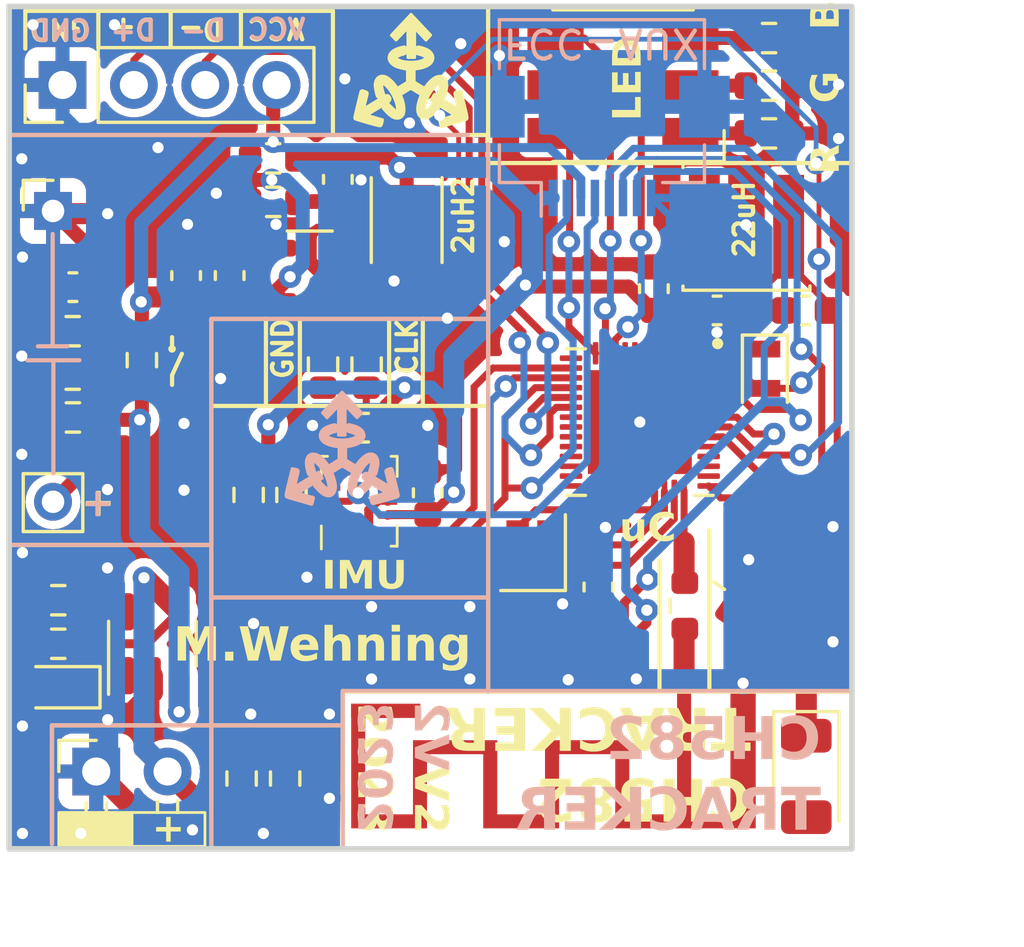
<source format=kicad_pcb>
(kicad_pcb (version 20221018) (generator pcbnew)
  (layers (0 "F.Cu" signal) (31 "B.Cu" signal) (34 "B.Paste" user) (35 "F.Paste" user) (36 "B.SilkS" user "B.Silkscreen") (37 "F.SilkS" user "F.Silkscreen") (38 "B.Mask" user) (39 "F.Mask" user) (44 "Edge.Cuts" user))
  (net 0 "")
  (net 1 "GND")
  (net 2 "/PANT")
  (net 3 "+3V3")
  (net 4 "VDCIA")
  (net 5 "/B+")
  (net 6 "USB_D+")
  (net 7 "USB_D-")
  (net 8 "INT2{slash}DCA2")
  (net 9 "DCA1")
  (net 10 "G_RST")
  (net 11 "VSW")
  (net 12 "ANT")
  (net 13 "+5V")
  (net 14 "SDA")
  (net 15 "SCL")
  (net 16 "ADC")
  (net 17 "INT1")
  (net 18 "X32MO")
  (net 19 "X32MI")
  (net 20 "X32KO")
  (net 21 "X32KI")
  (net 22 "ICM_CLK")
  (net 24 "Net-(AE1-A)")
  (net 25 "Net-(U3-VINTA)")
  (net 26 "Net-(D1-K)")
  (net 27 "Net-(D1-A)")
  (net 28 "Net-(D3-RK)")
  (net 29 "Net-(D3-GK)")
  (net 30 "Net-(D3-BK)")
  (net 31 "Net-(D3-BA)")
  (net 32 "Net-(D3-GA)")
  (net 33 "Net-(D3-RA)")
  (net 34 "Net-(U4-SW)")
  (net 35 "Net-(U2-PROG)")
  (net 36 "Net-(U4-FB)")
  (net 37 "Net-(R15-Pad2)")
  (net 44 "TCK")
  (net 65 "/DBG+")
  (footprint "Capacitor_SMD:C_0603_1608Metric" (layer "F.Cu") (at 48.475 33.7325 -90)
    (fp_text reference "C6" hide)
    (fp_text value "4.7uF" hide)
  )
  (footprint "Connector_PinHeader_2.00mm:PinHeader_1x02_P2.00mm_Vertical" (layer "F.Cu") (at 42.1875 39.7891)
    (fp_text reference "J1" hide)
    (fp_text value "Conn_01x02" hide)
  )
  (footprint "Capacitor_SMD:C_0603_1608Metric" (layer "F.Cu") (at 65.825 34.975 180)
    (fp_text reference "C8" hide)
    (fp_text value "2.2uF" hide)
  )
  (footprint "Crystal:Crystal_SMD_2016-4Pin_2.0x1.6mm" (layer "F.Cu") (at 59.275 43.6 90)
    (fp_text reference "Y1" hide)
    (fp_text value "32MHz" hide)
  )
  (footprint "Capacitor_SMD:C_0603_1608Metric" (layer "F.Cu") (at 68.975 34.975)
    (fp_text reference "C2" hide)
    (fp_text value "100nF" hide)
  )
  (footprint "Package_LGA:Bosch_LGA-14_3x2.5mm_P0.5mm" (layer "F.Cu") (at 53.0875 41.77 90)
    (fp_text reference "U1" hide)
    (fp_text value "~" hide)
  )
  (footprint "Resistor_SMD:R_0603_1608Metric" (layer "F.Cu") (at 51.8 36.9 -90)
    (fp_text reference "R3" hide)
    (fp_text value "N.C." hide)
  )
  (footprint "Resistor_SMD:R_0603_1608Metric" (layer "F.Cu") (at 48.9 51.645 -90)
    (fp_text reference "R1" hide)
    (fp_text value "10k" hide)
  )
  (footprint "Resistor_SMD:R_0603_1608Metric" (layer "F.Cu") (at 50.675 41.545 -90)
    (fp_text reference "R4" hide)
    (fp_text value "10k" hide)
  )
  (footprint "Resistor_SMD:R_0603_1608Metric" (layer "F.Cu") (at 50.025 29.5575)
    (fp_text reference "R13" hide)
    (fp_text value "810k" hide)
  )
  (footprint "Capacitor_SMD:C_0603_1608Metric" (layer "F.Cu") (at 55.525 41.47 -90)
    (fp_text reference "C3" hide)
    (fp_text value "100nF" hide)
  )
  (footprint "Resistor_SMD:R_0603_1608Metric" (layer "F.Cu") (at 64.675 45.495 90)
    (fp_text reference "R8" hide)
    (fp_text value "0R" hide)
  )
  (footprint "Resistor_SMD:R_0603_1608Metric" (layer "F.Cu") (at 50.45 51.645 -90)
    (fp_text reference "R19" hide)
    (fp_text value "20k" hide)
  )
  (footprint "Inductor_SMD:L_Changjiang_FNR252010S" (layer "F.Cu") (at 54.775 31.7575 90)
    (fp_text reference "L2" hide)
    (fp_text value "2.2uH" hide)
  )
  (footprint "Resistor_SMD:R_0603_1608Metric" (layer "F.Cu") (at 42.895 38.78535 180)
    (fp_text reference "R15" hide)
    (fp_text value "200k" hide)
  )
  (footprint "Capacitor_SMD:C_0603_1608Metric" (layer "F.Cu") (at 61.6 44.825 90)
    (fp_text reference "C1" hide)
    (fp_text value "2.2uF" hide)
  )
  (footprint "RF_Antenna:Texas_SWRA117D_2.4GHz_Right" (layer "F.Cu") (at 64.65 48.27 180)
    (fp_text reference "AE1" hide)
    (fp_text value "Antenna_Shield" hide)
  )
  (footprint "Resistor_SMD:R_0603_1608Metric" (layer "F.Cu") (at 42.375 46.845)
    (fp_text reference "R2" hide)
    (fp_text value "300" hide)
  )
  (footprint "Resistor_SMD:R_0603_1608Metric" (layer "F.Cu") (at 42.375 45.295)
    (fp_text reference "R5" hide)
    (fp_text value "2k" hide)
  )
  (footprint "Library:QFN 48 fixed" (layer "F.Cu") (at 63.075 38.95 180)
    (fp_text reference "U3" hide)
    (fp_text value "~" hide)
  )
  (footprint "Resistor_SMD:R_0603_1608Metric" (layer "F.Cu") (at 42.8875 35.7141)
    (fp_text reference "R17" hide)
    (fp_text value "100k" hide)
  )
  (footprint "Resistor_SMD:R_0603_1608Metric" (layer "F.Cu") (at 50.025 31.1075 180)
    (fp_text reference "R12" hide)
    (fp_text value "180k" hide)
  )
  (footprint "Resistor_SMD:R_0603_1608Metric" (layer "F.Cu") (at 49.15 41.545 -90)
    (fp_text reference "R6" hide)
    (fp_text value "10k" hide)
  )
  (footprint "Resistor_SMD:R_0603_1608Metric" (layer "F.Cu") (at 53.35 36.9 90)
    (fp_text reference "R10" hide)
    (fp_text value "N.C." hide)
  )
  (footprint "Resistor_SMD:R_0603_1608Metric" (layer "F.Cu") (at 67.675 26.97 180)
    (fp_text reference "R9" hide)
    (fp_text value "180" hide)
  )
  (footprint "Resistor_SMD:R_0603_1608Metric" (layer "F.Cu") (at 67.675 28.67 180)
    (fp_text reference "R14" hide)
    (fp_text value "180" hide)
  )
  (footprint "Capacitor_SMD:C_0603_1608Metric" (layer "F.Cu") (at 63.575 34.2 -90)
    (fp_text reference "C7" hide)
    (fp_text value "2.2uF" hide)
  )
  (footprint "Capacitor_SMD:C_0603_1608Metric" (layer "F.Cu") (at 42.895 34.14535)
    (fp_text reference "C10" hide)
    (fp_text value "10nF" hide)
  )
  (footprint "Connector_PinHeader_2.54mm:PinHeader_1x04_P2.54mm_Vertical" (layer "F.Cu") (at 42.525 26.945 90)
    (fp_text reference "J3" hide)
    (fp_text value "USB" hide)
  )
  (footprint "RF_Antenna:Johanson_2450AT18x100" (layer "F.Cu") (at 69 51.57 -90)
    (fp_text reference "AE2" hide)
    (fp_text value "Conn_01x01" hide)
  )
  (footprint "Capacitor_SMD:C_0603_1608Metric" (layer "F.Cu") (at 53.275 39.15)
    (fp_text reference "C4" hide)
    (fp_text value "100nF" hide)
  )
  (footprint "Capacitor_SMD:C_0603_1608Metric" (layer "F.Cu") (at 52.325 30.3075 90)
    (fp_text reference "C9" hide)
    (fp_text value "4.7uF" hide)
  )
  (footprint "Resistor_SMD:R_0603_1608Metric" (layer "F.Cu") (at 45.35 36.745 -90)
    (fp_text reference "R18" hide)
    (fp_text value "0" hide)
  )
  (footprint "Package_TO_SOT_SMD:SOT-23-5" (layer "F.Cu") (at 45.725 46.845 90)
    (fp_text reference "U2" hide)
    (fp_text value "PJ4054B" hide)
  )
  (footprint "Resistor_SMD:R_0603_1608Metric" (layer "F.Cu") (at 42.8875 37.26035)
    (fp_text reference "R16" hide)
    (fp_text value "ca. 100k" hide)
  )
  (footprint "Inductor_SMD:L_Changjiang_FNR4020S" (layer "F.Cu") (at 66.87 31.995)
    (fp_text reference "L1" hide)
    (fp_text value "22uH" hide)
  )
  (footprint "Package_TO_SOT_SMD:SOT-23-5" (layer "F.Cu") (at 51.325 33.7075 180)
    (fp_text reference "U4" hide)
    (fp_text value "M3406" hide)
  )
  (footprint "Resistor_SMD:R_0603_1608Metric" (layer "F.Cu") (at 67.675 25.275 180)
    (fp_text reference "R7" hide)
    (fp_text value "180" hide)
  )
  (footprint "LED_SMD:LED_RGB_5050-6" (layer "F.Cu") (at 62.475 26.97 180)
    (fp_text reference "D3" hide)
    (fp_text value "LED_RGB" hide)
  )
  (footprint "Capacitor_SMD:C_0603_1608Metric" (layer "F.Cu") (at 46.925 33.7325 -90)
    (fp_text reference "C5" hide)
    (fp_text value "10uF" hide)
  )
  (footprint "Library:PinSocket_1x02_P2.54mm_Horizontal" (layer "F.Cu") (at 43.725 51.395 90)
    (fp_text reference "J5" hide)
    (fp_text value "Pogo Pin Socket 2.54" hide)
  )
  (footprint "LED_SMD:LED_0603_1608Metric" (layer "F.Cu") (at 42.375 48.395 180)
    (fp_text reference "D1" hide)
    (fp_text value "Red" hide)
  )
  (footprint "Crystal:Crystal_SMD_2012-2Pin_2.0x1.2mm" (layer "F.Cu") (at 67.525 37.05 -90)
    (fp_text reference "Y2" hide)
    (fp_text value "Crystal_Small" hide)
  )
  (footprint "Resistor_SMD:R_0603_1608Metric" (layer "F.Cu") (at 65.5992 45.201799 -35)
    (fp_text reference "R11" hide)
    (fp_text value "NC" hide)
  )
  (footprint "Connector_FFC-FPC:Hirose_FH12-8S-0.5SH_1x08-1MP_P0.50mm_Horizontal" (layer "B.Cu") (at 61.725 29.12)
    (fp_text reference "J4" hide)
    (fp_text value "Conn_02x04_Odd_Even" hide)
  )
  (gr_line (start 52.5 48.525) (end 70.65 48.525) (stroke (width 0.15)) (layer "B.SilkS"))
  (gr_line (start 47.8 43.325) (end 40.625 43.325) (stroke (width 0.15)) (layer "B.SilkS"))
  (gr_line (start 57.675 29.05) (end 57.675 48.55) (stroke (width 0.15)) (layer "B.SilkS"))
  (gr_line (start 52.5 54.075) (end 52.5 48.525) (stroke (width 0.15)) (layer "B.SilkS"))
  (gr_line (start 47.825 35.275) (end 57.675 35.275) (stroke (width 0.15)) (layer "B.SilkS"))
  (gr_poly (pts (xy 52.722831 39.037731) (xy 52.721812 39.037764) (xy 52.720632 39.037832) (xy 52.719268 39.037944) (xy 52.717693 39.038105) (xy 52.717212 39.038128) (xy 52.716614 39.038191) (xy 52.715921 39.038289) (xy 52.715151 39.038417) (xy 52.713466 39.038736) (xy 52.711721 39.039102) (xy 52.708697 39.039789) (xy 52.707374 39.040104) (xy 52.705833 39.040884) (xy 52.70254 39.0426) (xy 52.697772 39.045101) (xy 52.684024 39.057804) (xy 52.683435 39.058618) (xy 52.682069 39.060557) (xy 52.681283 39.061714) (xy 52.68053 39.062871) (xy 52.679885 39.063933) (xy 52.679627 39.0644) (xy 52.679424 39.064808) (xy 52.679098 39.065513) (xy 52.678795 39.066136) (xy 52.678514 39.066688) (xy 52.678256 39.067182) (xy 52.677801 39.068041) (xy 52.677603 39.068429) (xy 52.677425 39.068806) (xy 52.676829 39.070133) (xy 52.676368 39.07118) (xy 52.676179 39.071627) (xy 52.676011 39.072039) (xy 52.67586 39.072427) (xy 52.675724 39.072804) (xy 52.675585 39.073178) (xy 52.675454 39.073551) (xy 52.675214 39.074287) (xy 52.675 39.075) (xy 52.674809 39.075677) (xy 52.674487 39.07688) (xy 52.67435 39.077381) (xy 52.674224 39.077801) (xy 52.673365 39.081681) (xy 52.672999 39.08329) (xy 52.672816 39.084053) (xy 52.672626 39.084805) (xy 52.670987 39.092539) (xy 52.670079 39.097021) (xy 52.669124 39.102002) (xy 52.667011 39.11304) (xy 52.664748 39.125428) (xy 52.659923 39.153202) (xy 52.657772 39.165716) (xy 52.656797 39.171661) (xy 52.655912 39.177479) (xy 52.655135 39.183231) (xy 52.654483 39.188979) (xy 52.653973 39.194782) (xy 52.653621 39.200703) (xy 52.653524 39.203776) (xy 52.65351 39.206986) (xy 52.653591 39.210317) (xy 52.653778 39.213754) (xy 52.654081 39.21728) (xy 52.654511 39.22088) (xy 52.655081 39.224538) (xy 52.6558 39.228239) (xy 52.65668 39.231967) (xy 52.657732 39.235707) (xy 52.658966 39.239442) (xy 52.660395 39.243157) (xy 52.662028 39.246836) (xy 52.663878 39.250464) (xy 52.665955 39.254025) (xy 52.66827 39.257504) (xy 52.670747 39.26082) (xy 52.6733 39.263912) (xy 52.675919 39.266788) (xy 52.678596 39.26946) (xy 52.681323 39.271937) (xy 52.68409 39.274228) (xy 52.686889 39.276344) (xy 52.689712 39.278294) (xy 52.692551 39.280088) (xy 52.695396 39.281736) (xy 52.698239 39.283248) (xy 52.701072 39.284633) (xy 52.703887 39.285901) (xy 52.706674 39.287063) (xy 52.709424 39.288127) (xy 52.712131 39.289105) (xy 52.717524 39.291135) (xy 52.723007 39.293046) (xy 52.728622 39.294868) (xy 52.734412 39.296632) (xy 52.74042 39.298368) (xy 52.746689 39.300105) (xy 52.760181 39.303707) (xy 52.790993 39.312558) (xy 52.820493 39.321945) (xy 52.848545 39.331777) (xy 52.875015 39.341962) (xy 52.899767 39.35241) (xy 52.922667 39.363028) (xy 52.93338 39.368373) (xy 52.94358 39.373726) (xy 52.953249 39.379076) (xy 52.962371 39.384411) (xy 52.96672 39.387071) (xy 52.970923 39.389724) (xy 52.974975 39.392363) (xy 52.978875 39.394983) (xy 52.98262 39.39758) (xy 52.986207 39.400147) (xy 52.989633 39.40268) (xy 52.992896 39.405172) (xy 52.995992 39.407618) (xy 52.99892 39.410013) (xy 53.001675 39.412352) (xy 53.004257 39.414629) (xy 53.006661 39.416838) (xy 53.008885 39.418975) (xy 53.010927 39.421033) (xy 53.012783 39.423008) (xy 53.016495 39.427762) (xy 53.017174 39.428657) (xy 53.017775 39.429481) (xy 53.018307 39.430258) (xy 53.018552 39.430636) (xy 53.018783 39.431012) (xy 53.018738 39.431084) (xy 53.018697 39.431152) (xy 53.018623 39.431279) (xy 53.018494 39.431511) (xy 53.018427 39.431625) (xy 53.018392 39.431683) (xy 53.018353 39.431743) (xy 53.018312 39.431805) (xy 53.018266 39.43187) (xy 53.018216 39.431939) (xy 53.018161 39.432011) (xy 53.016086 39.434648) (xy 53.013563 39.437587) (xy 53.010613 39.440791) (xy 53.007255 39.444223) (xy 53.003508 39.447847) (xy 52.999392 39.451627) (xy 52.994926 39.455525) (xy 52.990131 39.459507) (xy 52.979607 39.467601) (xy 52.96793 39.475845) (xy 52.955204 39.484144) (xy 52.941539 39.492406) (xy 52.92704 39.500537) (xy 52.911814 39.508443) (xy 52.895969 39.51603) (xy 52.879611 39.523205) (xy 52.842365 39.537019) (xy 52.801048 39.549126) (xy 52.756207 39.559517) (xy 52.708389 39.568179) (xy 52.658141 39.575101) (xy 52.606009 39.580273) (xy 52.55254 39.583682) (xy 52.498279 39.585318) (xy 52.443774 39.585169) (xy 52.389571 39.583224) (xy 52.336217 39.579472) (xy 52.284258 39.573901) (xy 52.23424 39.5665) (xy 52.186711 39.557259) (xy 52.142216 39.546165) (xy 52.101303 39.533207) (xy 52.092756 39.530055) (xy 52.084173 39.526682) (xy 52.075579 39.523106) (xy 52.066997 39.519343) (xy 52.058451 39.515411) (xy 52.049966 39.511325) (xy 52.033274 39.50276) (xy 52.017112 39.493783) (xy 52.001674 39.484526) (xy 51.987152 39.475124) (xy 51.973739 39.46571) (xy 51.967506 39.461052) (xy 51.961625 39.456469) (xy 51.956128 39.451992) (xy 51.951047 39.447649) (xy 51.948673 39.445538) (xy 51.946414 39.44347) (xy 51.944276 39.441451) (xy 51.942262 39.439484) (xy 51.940376 39.437573) (xy 51.938623 39.435721) (xy 51.937005 39.433932) (xy 51.935527 39.432209) (xy 51.935094 39.431574) (xy 51.934764 39.431098) (xy 51.934466 39.430678) (xy 51.934127 39.43021) (xy 51.934753 39.429084) (xy 51.935439 39.427945) (xy 51.936201 39.426782) (xy 51.937052 39.425584) (xy 51.938006 39.424339) (xy 51.939077 39.423036) (xy 51.940279 39.421663) (xy 51.941627 39.420208) (xy 51.94632 39.41551) (xy 51.951822 39.41052) (xy 51.958101 39.405284) (xy 51.965125 39.399848) (xy 51.972862 39.394257) (xy 51.981281 39.388557) (xy 51.99035 39.382793) (xy 52.000038 39.377011) (xy 52.021137 39.36549) (xy 52.044367 39.354104) (xy 52.06954 39.342972) (xy 52.096467 39.33221) (xy 52.124958 39.321935) (xy 52.154823 39.312265) (xy 52.185874 39.303317) (xy 52.217922 39.295208) (xy 52.226705 39.293161) (xy 52.235399 39.291016) (xy 52.239706 39.289812) (xy 52.243984 39.28847) (xy 52.24823 39.286952) (xy 52.252441 39.28522) (xy 52.256615 39.283235) (xy 52.26075 39.280961) (xy 52.264842 39.27836) (xy 52.26889 39.275392) (xy 52.270896 39.273759) (xy 52.27289 39.272021) (xy 52.274872 39.270172) (xy 52.276841 39.268208) (xy 52.278797 39.266124) (xy 52.280739 39.263916) (xy 52.282669 39.261578) (xy 52.284584 39.259106) (xy 52.286434 39.256502) (xy 52.288158 39.253796) (xy 52.289756 39.251003) (xy 52.291231 39.248136) (xy 52.292584 39.24521) (xy 52.293815 39.242237) (xy 52.294928 39.239233) (xy 52.295922 39.236209) (xy 52.296799 39.233181) (xy 52.297561 39.230162) (xy 52.29821 39.227166) (xy 52.298746 39.224206) (xy 52.29917 39.221297) (xy 52.299486 39.218452) (xy 52.299693 39.215685) (xy 52.299793 39.213009) (xy 52.299799 39.210419) (xy 52.299746 39.207894) (xy 52.299636 39.205432) (xy 52.299475 39.203027) (xy 52.299265 39.200676) (xy 52.29901 39.198374) (xy 52.298379 39.193899) (xy 52.297613 39.18957) (xy 52.29674 39.185352) (xy 52.29579 39.181211) (xy 52.294792 39.177113) (xy 52.293116 39.169696) (xy 52.291496 39.161219) (xy 52.289982 39.152205) (xy 52.288626 39.143177) (xy 52.287478 39.134661) (xy 52.286589 39.127179) (xy 52.28601 39.121255) (xy 52.285793 39.117413) (xy 52.285735 39.108835) (xy 52.285628 39.106404) (xy 52.285441 39.10386) (xy 52.285152 39.101205) (xy 52.28474 39.098439) (xy 52.284182 39.095562) (xy 52.283458 39.092576) (xy 52.282545 39.089482) (xy 52.281422 39.08628) (xy 52.280067 39.082971) (xy 52.278458 39.079557) (xy 52.276575 39.076038) (xy 52.274394 39.072415) (xy 52.273193 39.070566) (xy 52.271926 39.068786) (xy 52.270599 39.067075) (xy 52.269214 39.065432) (xy 52.267776 39.063855) (xy 52.266288 39.062344) (xy 52.263181 39.059517) (xy 52.259922 39.056942) (xy 52.256543 39.054614) (xy 52.253075 39.052525) (xy 52.249548 39.050667) (xy 52.245994 39.049035) (xy 52.242444 39.04762) (xy 52.238928 39.046416) (xy 52.235477 39.045417) (xy 52.232122 39.044614) (xy 52.228895 39.044001) (xy 52.225826 39.043571) (xy 52.222946 39.043316) (xy 52.217464 39.043089) (xy 52.212088 39.043076) (xy 52.206773 39.043269) (xy 52.201477 39.04366) (xy 52.196155 39.044242) (xy 52.190763 39.045005) (xy 52.179592 39.047043) (xy 52.167613 39.049709) (xy 52.154473 39.052938) (xy 52.123306 39.060818) (xy 52.084561 39.070954) (xy 52.047654 39.081716) (xy 52.012581 39.09314) (xy 51.979338 39.105262) (xy 51.947921 39.118121) (xy 51.918326 39.131753) (xy 51.890549 39.146196) (xy 51.877341 39.153732) (xy 51.864586 39.161485) (xy 51.852283 39.169459) (xy 51.840432 39.177659) (xy 51.829033 39.186088) (xy 51.818085 39.194753) (xy 51.807587 39.203657) (xy 51.797539 39.212806) (xy 51.78794 39.222203) (xy 51.778791 39.231854) (xy 51.770089 39.241763) (xy 51.761836 39.251934) (xy 51.75403 39.262373) (xy 51.746671 39.273083) (xy 51.739759 39.28407) (xy 51.733292 39.295339) (xy 51.727271 39.306893) (xy 51.721694 39.318737) (xy 51.716999 39.329836) (xy 51.712773 39.341003) (xy 51.70902 39.352226) (xy 51.70574 39.363492) (xy 51.702939 39.374789) (xy 51.700617 39.386104) (xy 51.698778 39.397426) (xy 51.697425 39.408741) (xy 51.69656 39.420038) (xy 51.696186 39.431304) (xy 51.696306 39.442526) (xy 51.696922 39.453693) (xy 51.698038 39.464792) (xy 51.699655 39.47581) (xy 51.701777 39.486735) (xy 51.704406 39.497555) (xy 51.707523 39.508231) (xy 51.711099 39.518741) (xy 51.715124 39.529085) (xy 51.719588 39.53926) (xy 51.724481 39.549265) (xy 51.729794 39.559098) (xy 51.735516 39.568758) (xy 51.741638 39.578244) (xy 51.748149 39.587552) (xy 51.75504 39.596682) (xy 51.762301 39.605632) (xy 51.769922 39.614401) (xy 51.777893 39.622986) (xy 51.786204 39.631386) (xy 51.794845 39.6396) (xy 51.803806 39.647625) (xy 51.822677 39.663157) (xy 51.842808 39.678046) (xy 51.864182 39.69229) (xy 51.886784 39.705886) (xy 51.910599 39.718831) (xy 51.935611 39.731125) (xy 51.961805 39.742764) (xy 51.989166 39.753745) (xy 52.017678 39.764068) (xy 52.047326 39.773729) (xy 52.078094 39.782727) (xy 52.109967 39.791058) (xy 52.14293 39.798721) (xy 52.176967 39.805713) (xy 52.212063 39.812033) (xy 52.248203 39.817677) (xy 52.364749 39.834477) (xy 52.364608 40.05344) (xy 52.364467 40.287937) (xy 52.190063 40.395398) (xy 52.14992 40.419968) (xy 52.111703 40.443085) (xy 52.076331 40.464234) (xy 52.044727 40.482899) (xy 52.03131 40.49062) (xy 52.019187 40.497507) (xy 52.008376 40.503666) (xy 51.998897 40.509198) (xy 51.998202 40.508491) (xy 51.997594 40.507855) (xy 51.996508 40.506699) (xy 51.995961 40.506133) (xy 51.995366 40.505543) (xy 51.99504 40.505232) (xy 51.994689 40.504907) (xy 51.994309 40.504564) (xy 51.993896 40.5042) (xy 51.988088 40.498041) (xy 51.981863 40.49116) (xy 51.975289 40.48362) (xy 51.968435 40.475486) (xy 51.961368 40.466823) (xy 51.954156 40.457694) (xy 51.946869 40.448164) (xy 51.939575 40.438298) (xy 51.908795 40.397052) (xy 51.878046 40.358198) (xy 51.84732 40.321773) (xy 51.81661 40.287814) (xy 51.78591 40.256358) (xy 51.755214 40.227442) (xy 51.724514 40.201104) (xy 51.693804 40.17738) (xy 51.663077 40.156308) (xy 51.632327 40.137925) (xy 51.601546 40.122268) (xy 51.570728 40.109375) (xy 51.555303 40.103976) (xy 51.539866 40.099282) (xy 51.524417 40.095298) (xy 51.508954 40.092027) (xy 51.493477 40.089475) (xy 51.477985 40.087647) (xy 51.462477 40.086546) (xy 51.446952 40.086178) (xy 51.436787 40.086379) (xy 51.426759 40.086977) (xy 51.416875 40.087968) (xy 51.40714 40.089346) (xy 51.397561 40.091105) (xy 51.388144 40.093239) (xy 51.378894 40.095743) (xy 51.369817 40.098612) (xy 51.360921 40.10184) (xy 51.352209 40.105421) (xy 51.343689 40.10935) (xy 51.335367 40.113622) (xy 51.327248 40.11823) (xy 51.319339 40.123169) (xy 51.311646 40.128434) (xy 51.304173 40.134019) (xy 51.296929 40.139919) (xy 51.289918 40.146128) (xy 51.283146 40.15264) (xy 51.27662 40.15945) (xy 51.270346 40.166552) (xy 51.264329 40.173941) (xy 51.258575 40.181612) (xy 51.253091 40.189558) (xy 51.247883 40.197774) (xy 51.242956 40.206255) (xy 51.238317 40.214995) (xy 51.233971 40.223989) (xy 51.229924 40.23323) (xy 51.226183 40.242714) (xy 51.222754 40.252435) (xy 51.219642 40.262387) (xy 51.214232 40.282909) (xy 51.209793 40.304215) (xy 51.206316 40.326303) (xy 51.203788 40.349174) (xy 51.202199 40.372829) (xy 51.201537 40.397267) (xy 51.201792 40.422489) (xy 51.202951 40.448495) (xy 51.205005 40.475286) (xy 51.207942 40.502861) (xy 51.211751 40.531221) (xy 51.216421 40.560366) (xy 51.22194 40.590297) (xy 51.228298 40.621013) (xy 51.243484 40.684803) (xy 51.249277 40.706995) (xy 51.254865 40.727726) (xy 51.260133 40.746621) (xy 51.264965 40.763302) (xy 51.267161 40.77071) (xy 51.269254 40.777489) (xy 51.271253 40.78365) (xy 51.273166 40.789204) (xy 51.274104 40.791871) (xy 51.274566 40.793157) (xy 51.275042 40.794438) (xy 51.275545 40.795733) (xy 51.276091 40.797062) (xy 51.276694 40.798444) (xy 51.277366 40.7999) (xy 51.277708 40.800697) (xy 51.278073 40.801588) (xy 51.278484 40.802573) (xy 51.278966 40.803652) (xy 51.279542 40.804825) (xy 51.279872 40.805446) (xy 51.280235 40.806091) (xy 51.280633 40.806759) (xy 51.281068 40.80745) (xy 51.281545 40.808165) (xy 51.282066 40.808903) (xy 51.283272 40.810591) (xy 51.283985 40.811576) (xy 51.284816 40.812655) (xy 51.285285 40.813229) (xy 51.285796 40.813827) (xy 51.286353 40.814449) (xy 51.28696 40.815094) (xy 51.28762 40.815762) (xy 51.288339 40.816453) (xy 51.289119 40.817168) (xy 51.289966 40.817906) (xy 51.291081 40.818825) (xy 51.292588 40.82) (xy 51.294322 40.821314) (xy 51.296116 40.822651) (xy 51.300567 40.825909) (xy 51.323085 40.831906) (xy 51.324012 40.831901) (xy 51.324884 40.831889) (xy 51.325703 40.831868) (xy 51.326471 40.83184) (xy 51.327191 40.831806) (xy 51.327864 40.831764) (xy 51.328493 40.831717) (xy 51.329079 40.831664) (xy 51.329625 40.831606) (xy 51.330132 40.831543) (xy 51.330603 40.831477) (xy 51.331039 40.831406) (xy 51.331443 40.831332) (xy 51.331817 40.831255) (xy 51.332162 40.831176) (xy 51.332481 40.831095) (xy 51.332776 40.831013) (xy 51.333049 40.830929) (xy 51.333301 40.830845) (xy 51.333535 40.830761) (xy 51.333957 40.830594) (xy 51.334331 40.830432) (xy 51.334672 40.830278) (xy 51.334998 40.830137) (xy 51.33516 40.830073) (xy 51.335324 40.830012) (xy 51.335492 40.829957) (xy 51.335666 40.829907) (xy 51.336347 40.829795) (xy 51.336969 40.829681) (xy 51.33754 40.829564) (xy 51.338067 40.829444) (xy 51.338555 40.829319) (xy 51.339014 40.829189) (xy 51.339448 40.829052) (xy 51.339866 40.828907) (xy 51.340293 40.828894) (xy 51.340711 40.828854) (xy 51.341122 40.828792) (xy 51.341527 40.828708) (xy 51.341927 40.828605) (xy 51.342322 40.828486) (xy 51.342714 40.828353) (xy 51.343104 40.828208) (xy 51.343881 40.827893) (xy 51.344662 40.827559) (xy 51.345455 40.827224) (xy 51.345858 40.827063) (xy 51.346267 40.826908) (xy 51.347978 40.826487) (xy 51.349775 40.825971) (xy 51.351657 40.825362) (xy 51.353627 40.82466) (xy 51.355683 40.823863) (xy 51.357826 40.822973) (xy 51.360058 40.821989) (xy 51.362377 40.820912) (xy 51.383854 40.811823) (xy 51.39609 40.806496) (xy 51.408977 40.800709) (xy 51.512706 40.754612) (xy 51.465698 40.593983) (xy 51.458807 40.569119) (xy 51.452804 40.544726) (xy 51.447684 40.520946) (xy 51.443443 40.497918) (xy 51.440076 40.47578) (xy 51.437579 40.454673) (xy 51.435947 40.434737) (xy 51.435176 40.416111) (xy 51.435131 40.411674) (xy 51.435161 40.407343) (xy 51.435263 40.403122) (xy 51.435431 40.399011) (xy 51.435661 40.395015) (xy 51.435948 40.391133) (xy 51.436674 40.383725) (xy 51.437569 40.376805) (xy 51.438596 40.370389) (xy 51.439716 40.364495) (xy 51.44089 40.359139) (xy 51.44208 40.354338) (xy 51.443247 40.35011) (xy 51.444353 40.346471) (xy 51.445359 40.343438) (xy 51.446918 40.33926) (xy 51.447616 40.337712) (xy 51.449016 40.336255) (xy 51.450369 40.334881) (xy 51.451687 40.333577) (xy 51.45298 40.332333) (xy 51.454259 40.331136) (xy 51.455534 40.329974) (xy 51.456817 40.328836) (xy 51.458118 40.32771) (xy 51.45938 40.328336) (xy 51.460352 40.328787) (xy 51.462108 40.329583) (xy 51.463231 40.33014) (xy 51.464744 40.330942) (xy 51.466816 40.332096) (xy 51.469619 40.333706) (xy 51.475599 40.337199) (xy 51.481994 40.341141) (xy 51.488767 40.345512) (xy 51.495881 40.350293) (xy 51.503297 40.355462) (xy 51.510979 40.361) (xy 51.518889 40.366888) (xy 51.526988 40.373104) (xy 51.543644 40.386437) (xy 51.560759 40.400846) (xy 51.578146 40.416177) (xy 51.595619 40.432277) (xy 51.61299 40.448992) (xy 51.630072 40.466167) (xy 51.646679 40.48365) (xy 51.662624 40.501286) (xy 51.694112 40.538296) (xy 51.724365 40.57633) (xy 51.753333 40.615282) (xy 51.78097 40.655048) (xy 51.807227 40.695523) (xy 51.832057 40.736601) (xy 51.855411 40.778178) (xy 51.877242 40.820149) (xy 51.897501 40.862409) (xy 51.916142 40.904853) (xy 51.933116 40.947376) (xy 51.948375 40.989873) (xy 51.961871 41.032239) (xy 51.973557 41.07437) (xy 51.983384 41.116161) (xy 51.991306 41.157505) (xy 51.993261 41.169549) (xy 51.994968 41.181204) (xy 51.996435 41.192462) (xy 51.997671 41.203317) (xy 51.998681 41.213761) (xy 51.999476 41.223787) (xy 52.000061 41.233386) (xy 52.000445 41.242551) (xy 52.000636 41.251275) (xy 52.000641 41.259551) (xy 52.000468 41.26737) (xy 52.000125 41.274725) (xy 51.99962 41.281609) (xy 51.99896 41.288015) (xy 51.998153 41.293934) (xy 51.997207 41.299359) (xy 51.996702 41.301833) (xy 51.996204 41.304158) (xy 51.995714 41.306339) (xy 51.99523 41.308381) (xy 51.994753 41.310289) (xy 51.994282 41.312068) (xy 51.993816 41.313721) (xy 51.993356 41.315255) (xy 51.992901 41.316673) (xy 51.992451 41.317982) (xy 51.992006 41.319184) (xy 51.991564 41.320286) (xy 51.991126 41.321292) (xy 51.990692 41.322207) (xy 51.99026 41.323035) (xy 51.989832 41.323782) (xy 51.989406 41.324452) (xy 51.988982 41.325051) (xy 51.988559 41.325582) (xy 51.988139 41.32605) (xy 51.987719 41.326462) (xy 51.9873 41.32682) (xy 51.986881 41.32713) (xy 51.986463 41.327397) (xy 51.986044 41.327626) (xy 51.985625 41.327821) (xy 51.985204 41.327988) (xy 51.984783 41.32813) (xy 51.983935 41.328363) (xy 51.983077 41.328556) (xy 51.982024 41.328768) (xy 51.980587 41.328901) (xy 51.978774 41.328928) (xy 51.976588 41.328824) (xy 51.974036 41.328562) (xy 51.971124 41.328119) (xy 51.967855 41.327466) (xy 51.964237 41.326579) (xy 51.960274 41.325433) (xy 51.955973 41.324) (xy 51.951337 41.322256) (xy 51.946374 41.320174) (xy 51.941087 41.317729) (xy 51.935484 41.314895) (xy 51.929569 41.311646) (xy 51.923347 41.307957) (xy 51.916854 41.303837) (xy 51.910122 41.299319) (xy 51.895967 41.289088) (xy 51.880929 41.277265) (xy 51.865054 41.263849) (xy 51.848389 41.248839) (xy 51.83098 41.232236) (xy 51.812875 41.214039) (xy 51.79412 41.194249) (xy 51.672863 41.063412) (xy 51.585803 41.141415) (xy 51.492813 41.224514) (xy 51.620101 41.362561) (xy 51.637803 41.381418) (xy 51.655439 41.399487) (xy 51.673008 41.416759) (xy 51.690512 41.433228) (xy 51.70795 41.448888) (xy 51.725322 41.463731) (xy 51.742629 41.477752) (xy 51.75987 41.490942) (xy 51.777047 41.503297) (xy 51.794158 41.514808) (xy 51.811204 41.52547) (xy 51.828186 41.535276) (xy 51.845102 41.544218) (xy 51.861954 41.552291) (xy 51.878742 41.559487) (xy 51.895465 41.5658) (xy 51.912172 41.571168) (xy 51.928885 41.575532) (xy 51.945565 41.578881) (xy 51.962175 41.581207) (xy 51.978677 41.582501) (xy 51.995033 41.582753) (xy 52.011207 41.581954) (xy 52.02716 41.580097) (xy 52.042854 41.57717) (xy 52.058252 41.573166) (xy 52.073317 41.568074) (xy 52.08801 41.561887) (xy 52.102294 41.554595) (xy 52.116131 41.546189) (xy 52.129484 41.536659) (xy 52.142314 41.525997) (xy 52.15474 41.514109) (xy 52.166323 41.501447) (xy 52.177068 41.488034) (xy 52.18698 41.473895) (xy 52.196065 41.459054) (xy 52.204329 41.443535) (xy 52.211777 41.427363) (xy 52.218414 41.410562) (xy 52.224247 41.393156) (xy 52.22928 41.375168) (xy 52.233519 41.356625) (xy 52.236969 41.337549) (xy 52.239636 41.317964) (xy 52.241526 41.297896) (xy 52.242644 41.277369) (xy 52.242996 41.256405) (xy 52.242616 41.234984) (xy 52.241538 41.213066) (xy 52.239768 41.190648) (xy 52.237308 41.167726) (xy 52.234163 41.144294) (xy 52.230337 41.12035) (xy 52.220658 41.070907) (xy 52.208304 41.019364) (xy 52.193308 40.965687) (xy 52.175701 40.909844) (xy 52.155517 40.851803) (xy 52.147883 40.830492) (xy 52.141195 40.811308) (xy 52.135424 40.794201) (xy 52.130538 40.779122) (xy 52.126509 40.766021) (xy 52.123304 40.754849) (xy 52.120893 40.745557) (xy 52.119247 40.738095) (xy 52.139685 40.725322) (xy 52.155821 40.715344) (xy 52.176868 40.702496) (xy 52.242746 40.662737) (xy 52.318809 40.617199) (xy 52.485904 40.517598) (xy 52.66949 40.629109) (xy 52.750588 40.678568) (xy 52.817981 40.720005) (xy 52.827844 40.726132) (xy 52.836498 40.731572) (xy 52.844373 40.736505) (xy 52.851902 40.741108) (xy 52.84647 40.756333) (xy 52.840057 40.773337) (xy 52.832724 40.791877) (xy 52.824531 40.811711) (xy 52.805893 40.85832) (xy 52.789122 40.905318) (xy 52.77424 40.952461) (xy 52.761269 40.999503) (xy 52.750231 41.046202) (xy 52.741149 41.092314) (xy 52.734046 41.137593) (xy 52.728942 41.181797) (xy 52.727115 41.203425) (xy 52.725746 41.224706) (xy 52.724865 41.245619) (xy 52.724499 41.26614) (xy 52.724676 41.286248) (xy 52.725427 41.30592) (xy 52.726779 41.325135) (xy 52.72876 41.34387) (xy 52.731399 41.362104) (xy 52.734725 41.379813) (xy 52.738766 41.396976) (xy 52.74355 41.41357) (xy 52.749107 41.429574) (xy 52.755464 41.444965) (xy 52.76265 41.459721) (xy 52.770694 41.47382) (xy 52.778312 41.485458) (xy 52.786452 41.496505) (xy 52.79509 41.506952) (xy 52.804201 41.516788) (xy 52.813758 41.526002) (xy 52.823738 41.534585) (xy 52.834114 41.542525) (xy 52.844861 41.549812) (xy 52.855955 41.556435) (xy 52.86737 41.562385) (xy 52.87908 41.56765) (xy 52.891061 41.57222) (xy 52.903287 41.576084) (xy 52.915733 41.579233) (xy 52.928374 41.581655) (xy 52.941184 41.58334) (xy 52.954127 41.584395) (xy 52.967187 41.584788) (xy 52.980354 41.584528) (xy 52.993618 41.58362) (xy 53.00697 41.582071) (xy 53.0204 41.579889) (xy 53.033898 41.57708) (xy 53.047455 41.573652) (xy 53.061061 41.56961) (xy 53.074705 41.564963) (xy 53.08838 41.559716) (xy 53.102074 41.553878) (xy 53.115778 41.547454) (xy 53.129482 41.540451) (xy 53.143177 41.532877) (xy 53.156852 41.524739) (xy 53.156993 41.524739) (xy 53.156993 41.524639) (xy 53.167847 41.517717) (xy 53.179145 41.510091) (xy 53.190818 41.501822) (xy 53.202797 41.492972) (xy 53.227389 41.473781) (xy 53.252363 41.453016) (xy 53.277161 41.431173) (xy 53.301224 41.408752) (xy 53.323993 41.386249) (xy 53.334717 41.375123) (xy 53.344909 41.364163) (xy 53.469703 41.227352) (xy 53.379863 41.144352) (xy 53.295532 41.066655) (xy 53.171016 41.191922) (xy 53.157092 41.205688) (xy 53.143443 41.218746) (xy 53.130092 41.231093) (xy 53.117064 41.242728) (xy 53.104386 41.253647) (xy 53.09208 41.263849) (xy 53.080173 41.27333) (xy 53.068689 41.282088) (xy 53.057652 41.29012) (xy 53.047088 41.297425) (xy 53.037022 41.303999) (xy 53.027477 41.30984) (xy 53.01848 41.314946) (xy 53.010054 41.319313) (xy 53.002225 41.322941) (xy 52.995017 41.325825) (xy 52.993319 41.326455) (xy 52.991676 41.327034) (xy 52.990087 41.327565) (xy 52.988553 41.32805) (xy 52.987074 41.32849) (xy 52.98565 41.328887) (xy 52.98428 41.329244) (xy 52.982965 41.329562) (xy 52.981703 41.329843) (xy 52.980497 41.33009) (xy 52.979344 41.330305) (xy 52.978246 41.330489) (xy 52.977201 41.330644) (xy 52.976211 41.330773) (xy 52.974391 41.330959) (xy 52.972786 41.331062) (xy 52.971395 41.331099) (xy 52.970218 41.331086) (xy 52.969253 41.331038) (xy 52.9685 41.330972) (xy 52.967958 41.330903) (xy 52.967506 41.330822) (xy 52.967467 41.331218) (xy 52.967446 41.331323) (xy 52.96741 41.331376) (xy 52.967353 41.331347) (xy 52.967269 41.33121) (xy 52.967002 41.330494) (xy 52.966565 41.329007) (xy 52.965914 41.326523) (xy 52.965007 41.322819) (xy 52.961295 41.301691) (xy 52.95945 41.277955) (xy 52.959422 41.251821) (xy 52.961158 41.223496) (xy 52.964606 41.19319) (xy 52.969714 41.16111) (xy 52.976431 41.127466) (xy 52.984704 41.092465) (xy 52.994482 41.056316) (xy 53.005712 41.019227) (xy 53.018342 40.981408) (xy 53.032321 40.943065) (xy 53.047596 40.904409) (xy 53.064116 40.865647) (xy 53.081828 40.826988) (xy 53.100681 40.788639) (xy 53.120598 40.750759) (xy 53.14146 40.713476) (xy 53.163145 40.676956) (xy 53.185533 40.641364) (xy 53.208503 40.606865) (xy 53.231935 40.573624) (xy 53.255708 40.541807) (xy 53.2797 40.511578) (xy 53.303792 40.483102) (xy 53.327863 40.456545) (xy 53.351792 40.432072) (xy 53.375458 40.409847) (xy 53.39874 40.390036) (xy 53.421518 40.372804) (xy 53.443672 40.358316) (xy 53.454477 40.352153) (xy 53.46508 40.346737) (xy 53.470165 40.344296) (xy 53.474776 40.342135) (xy 53.478934 40.340233) (xy 53.482661 40.338571) (xy 53.485981 40.337128) (xy 53.488916 40.335884) (xy 53.491487 40.334818) (xy 53.493719 40.333911) (xy 53.49725 40.332492) (xy 53.498595 40.33194) (xy 53.499689 40.331465) (xy 53.500555 40.331047) (xy 53.50091 40.330854) (xy 53.501216 40.330667) (xy 53.501476 40.330485) (xy 53.501693 40.330304) (xy 53.50187 40.330122) (xy 53.50201 40.329937) (xy 53.502082 40.330039) (xy 53.502141 40.33012) (xy 53.502189 40.330183) (xy 53.502228 40.330232) (xy 53.50226 40.330269) (xy 53.502287 40.330297) (xy 53.502333 40.330338) (xy 53.502379 40.330379) (xy 53.502407 40.330407) (xy 53.502441 40.330444) (xy 53.502482 40.330492) (xy 53.502533 40.330556) (xy 53.502595 40.330637) (xy 53.50267 40.330738) (xy 53.503688 40.332459) (xy 53.504797 40.334795) (xy 53.507187 40.341233) (xy 53.509652 40.349896) (xy 53.512 40.360626) (xy 53.513071 40.366716) (xy 53.514041 40.373263) (xy 53.514887 40.380247) (xy 53.515585 40.38765) (xy 53.51611 40.39545) (xy 53.51644 40.403628) (xy 53.516551 40.412165) (xy 53.516418 40.42104) (xy 53.515477 40.439717) (xy 53.513727 40.459493) (xy 53.511167 40.48025) (xy 53.507794 40.50187) (xy 53.503609 40.524233) (xy 53.498611 40.547222) (xy 53.492797 40.570717) (xy 53.486167 40.594601) (xy 53.439159 40.755192) (xy 53.54351 40.801594) (xy 53.5505 40.804652) (xy 53.557365 40.807529) (xy 53.564088 40.810232) (xy 53.570653 40.812769) (xy 53.577042 40.815147) (xy 53.583239 40.817372) (xy 53.594989 40.821392) (xy 53.597771 40.82247) (xy 53.600488 40.823454) (xy 53.603164 40.824344) (xy 53.605821 40.82514) (xy 53.608482 40.825843) (xy 53.611168 40.826452) (xy 53.613904 40.826967) (xy 53.61671 40.827389) (xy 53.619627 40.827827) (xy 53.621171 40.828022) (xy 53.622809 40.828189) (xy 53.624569 40.828318) (xy 53.626477 40.828401) (xy 53.628562 40.828427) (xy 53.630851 40.828389) (xy 53.636589 40.828421) (xy 53.638331 40.828352) (xy 53.640202 40.828179) (xy 53.642201 40.827862) (xy 53.644332 40.827364) (xy 53.646597 40.826649) (xy 53.648998 40.825678) (xy 53.651536 40.824414) (xy 53.654213 40.82282) (xy 53.655605 40.821888) (xy 53.657033 40.820858) (xy 53.658496 40.819727) (xy 53.659996 40.818491) (xy 53.661532 40.817143) (xy 53.663105 40.81568) (xy 53.664715 40.814097) (xy 53.666362 40.81239) (xy 53.668181 40.810417) (xy 53.669795 40.808582) (xy 53.671218 40.806871) (xy 53.672468 40.805274) (xy 53.673561 40.80378) (xy 53.674513 40.802377) (xy 53.67534 40.801054) (xy 53.676058 40.7998) (xy 53.676684 40.798604) (xy 53.677234 40.797453) (xy 53.677724 40.796338) (xy 53.67817 40.795246) (xy 53.679843 40.79089) (xy 53.680722 40.788835) (xy 53.681561 40.786788) (xy 53.682366 40.784738) (xy 53.683146 40.782676) (xy 53.684655 40.778471) (xy 53.686145 40.77409) (xy 53.687628 40.769561) (xy 53.689109 40.764828) (xy 53.692084 40.754751) (xy 53.695104 40.743868) (xy 53.698204 40.73219) (xy 53.704588 40.706534) (xy 53.711136 40.678394) (xy 53.717731 40.648409) (xy 53.724254 40.617222) (xy 53.730605 40.585548) (xy 53.736607 40.554113) (xy 53.742097 40.523612) (xy 53.746913 40.49474) (xy 53.750989 40.468586) (xy 53.752708 40.456641) (xy 53.754164 40.44534) (xy 53.75532 40.434602) (xy 53.756139 40.424345) (xy 53.756583 40.414485) (xy 53.756652 40.409679) (xy 53.756614 40.404942) (xy 53.755651 40.381607) (xy 53.753711 40.358862) (xy 53.750808 40.336743) (xy 53.746955 40.315285) (xy 53.742164 40.294523) (xy 53.736449 40.274493) (xy 53.729822 40.25523) (xy 53.722296 40.236771) (xy 53.713885 40.21915) (xy 53.704601 40.202404) (xy 53.694458 40.186567) (xy 53.683468 40.171676) (xy 53.67766 40.164595) (xy 53.671645 40.157765) (xy 53.665424 40.151188) (xy 53.659 40.14487) (xy 53.652374 40.138815) (xy 53.645548 40.133028) (xy 53.638523 40.127512) (xy 53.631301 40.122273) (xy 53.616353 40.112777) (xy 53.600815 40.10454) (xy 53.584729 40.097561) (xy 53.568135 40.09184) (xy 53.551075 40.087377) (xy 53.53359 40.084172) (xy 53.515721 40.082225) (xy 53.497509 40.081536) (xy 53.478995 40.082104) (xy 53.460221 40.083929) (xy 53.441227 40.087011) (xy 53.422054 40.09135) (xy 53.402744 40.096946) (xy 53.383338 40.103799) (xy 53.363877 40.111908) (xy 53.344402 40.121273) (xy 53.323638 40.132768) (xy 53.302167 40.146221) (xy 53.280135 40.16147) (xy 53.257692 40.178355) (xy 53.234985 40.196712) (xy 53.212162 40.216381) (xy 53.189371 40.2372) (xy 53.166759 40.259006) (xy 53.144476 40.281638) (xy 53.122669 40.304935) (xy 53.101486 40.328734) (xy 53.081075 40.352874) (xy 53.061583 40.377192) (xy 53.04316 40.401528) (xy 53.025952 40.425719) (xy 53.010108 40.449604) (xy 53.004212 40.458692) (xy 52.998326 40.467537) (xy 52.992501 40.476075) (xy 52.986789 40.484243) (xy 52.981242 40.491974) (xy 52.975912 40.499205) (xy 52.970851 40.50587) (xy 52.96611 40.511906) (xy 52.966066 40.511961) (xy 52.966027 40.512012) (xy 52.965991 40.512059) (xy 52.965959 40.512103) (xy 52.965903 40.512184) (xy 52.965852 40.51226) (xy 52.9658 40.512336) (xy 52.965743 40.512416) (xy 52.965711 40.512459) (xy 52.965675 40.512505) (xy 52.965636 40.512554) (xy 52.965591 40.512608) (xy 52.948576 40.503435) (xy 52.938724 40.497987) (xy 52.927619 40.491711) (xy 52.896299 40.473577) (xy 52.86099 40.452675) (xy 52.822619 40.429542) (xy 52.782108 40.404713) (xy 52.604965 40.295452) (xy 52.604965 39.833927) (xy 52.624808 39.833072) (xy 52.646671 39.831025) (xy 52.67035 39.827888) (xy 52.695641 39.823764) (xy 52.72234 39.818754) (xy 52.750244 39.81296) (xy 52.77915 39.806484) (xy 52.808853 39.799427) (xy 52.839411 39.791783) (xy 52.86959 39.783811) (xy 52.899036 39.77557) (xy 52.927398 39.767116) (xy 52.95432 39.758507) (xy 52.979451 39.749801) (xy 53.002438 39.741055) (xy 53.022926 39.732327) (xy 53.034746 39.726714) (xy 53.046403 39.720738) (xy 53.057884 39.714413) (xy 53.069179 39.707756) (xy 53.080279 39.700781) (xy 53.091171 39.693503) (xy 53.101845 39.685939) (xy 53.112291 39.678104) (xy 53.122498 39.670012) (xy 53.132455 39.66168) (xy 53.142151 39.653122) (xy 53.151576 39.644354) (xy 53.160719 39.635391) (xy 53.169569 39.626248) (xy 53.178115 39.616942) (xy 53.186347 39.607487) (xy 53.194283 39.597906) (xy 53.201924 39.588203) (xy 53.209241 39.578376) (xy 53.216204 39.568423) (xy 53.222781 39.55834) (xy 53.228944 39.548127) (xy 53.234663 39.53778) (xy 53.239905 39.527297) (xy 53.244643 39.516676) (xy 53.248845 39.505914) (xy 53.252481 39.495008) (xy 53.255521 39.483956) (xy 53.257935 39.472757) (xy 53.259693 39.461406) (xy 53.260765 39.449903) (xy 53.261119 39.438244) (xy 53.260629 39.422036) (xy 53.259205 39.406023) (xy 53.256867 39.390223) (xy 53.253633 39.374652) (xy 53.249524 39.359328) (xy 53.244557 39.344266) (xy 53.238752 39.329484) (xy 53.232128 39.314999) (xy 53.224704 39.300827) (xy 53.216498 39.286985) (xy 53.207529 39.27349) (xy 53.197818 39.260358) (xy 53.187381 39.247607) (xy 53.17624 39.235253) (xy 53.164412 39.223313) (xy 53.151916 39.211804) (xy 53.138777 39.200684) (xy 53.125008 39.189915) (xy 53.110613 39.179493) (xy 53.095595 39.169415) (xy 53.079956 39.159675) (xy 53.063699 39.15027) (xy 53.046827 39.141196) (xy 53.029342 39.132449) (xy 53.011248 39.124025) (xy 52.992547 39.11592) (xy 52.973242 39.10813) (xy 52.953336 39.10065) (xy 52.932831 39.093477) (xy 52.911731 39.086606) (xy 52.890038 39.080035) (xy 52.867755 39.073757) (xy 52.816167 39.060034) (xy 52.7934 39.054156) (xy 52.773345 39.04916) (xy 52.743095 39.042157) (xy 52.741663 39.041808) (xy 52.740285 39.041507) (xy 52.738949 39.041244) (xy 52.737644 39.041008) (xy 52.732494 39.040158) (xy 52.731824 39.040074) (xy 52.731149 39.039977) (xy 52.729692 39.039757) (xy 52.728863 39.039645) (xy 52.727936 39.039538) (xy 52.726887 39.03944) (xy 52.725692 39.039357) (xy 52.725791 39.037808) (xy 52.724485 39.037742) (xy 52.723713 39.037726)) (stroke (width 0.101259)) (fill solid) (layer "B.SilkS"))
  (gr_line (start 42.2 36.75) (end 42.2 40.775) (stroke (width 0.15)) (layer "B.SilkS"))
  (gr_poly (pts (xy 54.207392 40.600888) (xy 54.206543 40.600952) (xy 54.205722 40.601029) (xy 54.204924 40.601118) (xy 54.204144 40.601217) (xy 54.203379 40.601322) (xy 54.201873 40.601544) (xy 54.198961 40.601963) (xy 54.196136 40.602465) (xy 54.193374 40.603037) (xy 54.190653 40.603668) (xy 54.187951 40.604345) (xy 54.185245 40.605057) (xy 54.179733 40.606541) (xy 54.173987 40.60815) (xy 54.168057 40.609951) (xy 54.161967 40.61191) (xy 54.155741 40.613996) (xy 54.129981 40.622944) (xy 54.117027 40.627874) (xy 54.11067 40.630378) (xy 54.104434 40.632906) (xy 54.098346 40.635458) (xy 54.092437 40.638033) (xy 54.086736 40.640629) (xy 54.081272 40.643246) (xy 54.079947 40.64382) (xy 54.078641 40.644416) (xy 54.076079 40.645668) (xy 54.07357 40.646991) (xy 54.071097 40.648372) (xy 54.068644 40.6498) (xy 54.066195 40.651264) (xy 54.061241 40.654248) (xy 54.059969 40.655003) (xy 54.058677 40.655795) (xy 54.057347 40.656657) (xy 54.055959 40.657625) (xy 54.055237 40.658159) (xy 54.054495 40.658733) (xy 54.053728 40.659351) (xy 54.052936 40.660017) (xy 54.052115 40.660735) (xy 54.051264 40.661511) (xy 54.05038 40.662348) (xy 54.049461 40.66325) (xy 54.044636 40.667665) (xy 54.043211 40.669121) (xy 54.041759 40.670776) (xy 54.040309 40.672659) (xy 54.03889 40.674799) (xy 54.037534 40.677225) (xy 54.036269 40.679966) (xy 54.035126 40.683051) (xy 54.034135 40.686508) (xy 54.033324 40.690368) (xy 54.032725 40.694658) (xy 54.032367 40.699408) (xy 54.032287 40.701965) (xy 54.032279 40.704647) (xy 54.032324 40.706992) (xy 54.032383 40.708984) (xy 54.032417 40.709857) (xy 54.032454 40.710654) (xy 54.032494 40.711378) (xy 54.032536 40.712033) (xy 54.03258 40.712623) (xy 54.032627 40.713152) (xy 54.032675 40.713624) (xy 54.032725 40.714043) (xy 54.032777 40.714412) (xy 54.03283 40.714736) (xy 54.032884 40.715019) (xy 54.032939 40.715264) (xy 54.032995 40.715475) (xy 54.033051 40.715656) (xy 54.033107 40.715812) (xy 54.033164 40.715945) (xy 54.03322 40.716061) (xy 54.033276 40.716162) (xy 54.033387 40.716338) (xy 54.033494 40.716503) (xy 54.033596 40.71669) (xy 54.033645 40.716801) (xy 54.033692 40.716929) (xy 54.033736 40.717077) (xy 54.033779 40.717251) (xy 54.034139 40.71877) (xy 54.034491 40.720381) (xy 54.034861 40.722178) (xy 54.035278 40.724255) (xy 54.037338 40.733406) (xy 54.040077 40.745259) (xy 54.047535 40.776137) (xy 54.057365 40.815861) (xy 54.0828 40.916872) (xy 54.113803 41.038128) (xy 54.128595 41.096349) (xy 54.14207 41.150686) (xy 54.154116 41.20048) (xy 54.164623 41.245076) (xy 54.143944 41.233265) (xy 54.133284 41.227148) (xy 54.120761 41.219876) (xy 53.976689 41.134358) (xy 53.80178 41.028492) (xy 53.663109 40.943991) (xy 53.555453 40.879199) (xy 53.511781 40.853453) (xy 53.474092 40.831744) (xy 53.441797 40.813776) (xy 53.414306 40.799252) (xy 53.402195 40.793153) (xy 53.391023 40.787747) (xy 53.380608 40.783025) (xy 53.375627 40.780918) (xy 53.370768 40.778978) (xy 53.366006 40.777204) (xy 53.36132 40.775596) (xy 53.356687 40.774152) (xy 53.352084 40.772871) (xy 53.347488 40.771751) (xy 53.342876 40.770793) (xy 53.338226 40.769993) (xy 53.333515 40.769352) (xy 53.331119 40.769162) (xy 53.328686 40.769094) (xy 53.326219 40.769144) (xy 53.323726 40.769307) (xy 53.32121 40.769579) (xy 53.318678 40.769955) (xy 53.316134 40.77043) (xy 53.313585 40.770999) (xy 53.308491 40.772404) (xy 53.303438 40.774131) (xy 53.298469 40.776143) (xy 53.293627 40.778404) (xy 53.288955 40.780875) (xy 53.284497 40.78352) (xy 53.280295 40.786302) (xy 53.276393 40.789182) (xy 53.272833 40.792125) (xy 53.269658 40.795093) (xy 53.266911 40.798048) (xy 53.264636 40.800953) (xy 53.258842 40.808835) (xy 53.252868 40.816627) (xy 53.246909 40.824624) (xy 53.243997 40.82879) (xy 53.241161 40.833118) (xy 53.238427 40.837644) (xy 53.235818 40.842404) (xy 53.23336 40.847436) (xy 53.231075 40.852777) (xy 53.228989 40.858462) (xy 53.227126 40.86453) (xy 53.22551 40.871015) (xy 53.224166 40.877957) (xy 53.223645 40.881599) (xy 53.223291 40.885317) (xy 53.2231 40.889096) (xy 53.223069 40.892921) (xy 53.223195 40.89678) (xy 53.223474 40.900657) (xy 53.223904 40.904538) (xy 53.22448 40.90841) (xy 53.2252 40.912259) (xy 53.226059 40.91607) (xy 53.227055 40.919829) (xy 53.228184 40.923523) (xy 53.229443 40.927137) (xy 53.230829 40.930657) (xy 53.232338 40.934069) (xy 53.233966 40.937359) (xy 53.235688 40.940556) (xy 53.237484 40.943666) (xy 53.239352 40.946695) (xy 53.241292 40.949649) (xy 53.243303 40.952534) (xy 53.245386 40.955357) (xy 53.247538 40.958125) (xy 53.24976 40.960842) (xy 53.252051 40.963517) (xy 53.25441 40.966154) (xy 53.256837 40.968761) (xy 53.259331 40.971344) (xy 53.261892 40.973908) (xy 53.264518 40.976461) (xy 53.269966 40.981556) (xy 53.295044 41.002655) (xy 53.326236 41.02577) (xy 53.36438 41.051694) (xy 53.410315 41.081222) (xy 53.52891 41.154268) (xy 53.688724 41.251263) (xy 54.051048 41.471585) (xy 53.917463 41.511312) (xy 53.743846 41.561688) (xy 53.489688 41.634785) (xy 53.510887 41.741696) (xy 53.512295 41.748552) (xy 53.513788 41.755308) (xy 53.515357 41.761949) (xy 53.516996 41.768461) (xy 53.5187 41.774826) (xy 53.520461 41.781031) (xy 53.522272 41.787059) (xy 53.524127 41.792897) (xy 53.525071 41.795748) (xy 53.526029 41.798534) (xy 53.527004 41.801267) (xy 53.528004 41.803956) (xy 53.529031 41.806613) (xy 53.530091 41.809248) (xy 53.531189 41.811872) (xy 53.532329 41.814495) (xy 53.534502 41.819616) (xy 53.535687 41.822246) (xy 53.536365 41.82361) (xy 53.537124 41.825019) (xy 53.53798 41.826482) (xy 53.538953 41.828008) (xy 53.540059 41.829606) (xy 53.541315 41.831285) (xy 53.54274 41.833054) (xy 53.54435 41.834923) (xy 53.546164 41.836899) (xy 53.548198 41.838993) (xy 53.54953 41.840307) (xy 53.550826 41.841533) (xy 53.552086 41.842674) (xy 53.553312 41.843733) (xy 53.554503 41.844713) (xy 53.555661 41.845618) (xy 53.556785 41.846451) (xy 53.557876 41.847215) (xy 53.558935 41.847913) (xy 53.559963 41.848548) (xy 53.56096 41.849125) (xy 53.561926 41.849645) (xy 53.562862 41.850112) (xy 53.563768 41.85053) (xy 53.564646 41.8509) (xy 53.565495 41.851228) (xy 53.566316 41.851516) (xy 53.567111 41.851766) (xy 53.568619 41.852169) (xy 53.570025 41.852463) (xy 53.571333 41.852674) (xy 53.575668 41.853192) (xy 53.576573 41.853332) (xy 53.57743 41.853453) (xy 53.578243 41.853557) (xy 53.579013 41.853645) (xy 53.580439 41.853776) (xy 53.581732 41.853857) (xy 53.582915 41.8539) (xy 53.584009 41.853913) (xy 53.586029 41.853894) (xy 53.587894 41.853875) (xy 53.589639 41.853822) (xy 53.591288 41.853736) (xy 53.592867 41.85362) (xy 53.594401 41.853475) (xy 53.595916 41.853305) (xy 53.597436 41.85311) (xy 53.598987 41.852894) (xy 53.602186 41.852474) (xy 53.605517 41.851973) (xy 53.612617 41.85077) (xy 53.628849 41.847897) (xy 53.648145 41.843649) (xy 53.670459 41.838425) (xy 53.695666 41.832263) (xy 53.72364 41.825199) (xy 53.787153 41.80866) (xy 53.859257 41.789176) (xy 53.938221 41.767179) (xy 54.022319 41.7431) (xy 54.184498 41.695648) (xy 54.318401 41.655697) (xy 54.370522 41.639913) (xy 54.41056 41.627499) (xy 54.41848 41.624684) (xy 54.425535 41.622245) (xy 54.431755 41.620183) (xy 54.437171 41.618496) (xy 54.438386 41.618121) (xy 54.43956 41.617747) (xy 54.441809 41.616997) (xy 54.443963 41.616248) (xy 54.446071 41.615498) (xy 54.446334 41.615486) (xy 54.446597 41.615453) (xy 54.446863 41.615399) (xy 54.447132 41.615326) (xy 54.447405 41.615236) (xy 54.447683 41.615129) (xy 54.447967 41.615008) (xy 54.448259 41.614873) (xy 54.450973 41.613499) (xy 54.45118 41.613488) (xy 54.451391 41.613454) (xy 54.451606 41.6134) (xy 54.451827 41.613327) (xy 54.452054 41.613237) (xy 54.452289 41.61313) (xy 54.452532 41.613009) (xy 54.452785 41.612874) (xy 54.453912 41.612234) (xy 54.454559 41.611873) (xy 54.454907 41.611687) (xy 54.455272 41.6115) (xy 54.455691 41.611125) (xy 54.456123 41.610751) (xy 54.456574 41.610376) (xy 54.457048 41.610001) (xy 54.457551 41.609626) (xy 54.458086 41.609251) (xy 54.458659 41.608877) (xy 54.458961 41.608689) (xy 54.459274 41.608502) (xy 54.459637 41.60827) (xy 54.460079 41.607959) (xy 54.460586 41.60758) (xy 54.461143 41.607148) (xy 54.462354 41.606175) (xy 54.463599 41.605143) (xy 54.465743 41.603318) (xy 54.466674 41.602505) (xy 54.479114 41.580105) (xy 54.47989 41.575854) (xy 54.480466 41.572509) (xy 54.480685 41.571107) (xy 54.480815 41.570103) (xy 54.480945 41.568691) (xy 54.481039 41.567444) (xy 54.481101 41.566338) (xy 54.481136 41.565349) (xy 54.481149 41.564454) (xy 54.481143 41.56363) (xy 54.481123 41.562853) (xy 54.481094 41.5621) (xy 54.481058 41.561383) (xy 54.481018 41.560731) (xy 54.480974 41.560137) (xy 54.480927 41.559597) (xy 54.480877 41.559103) (xy 54.480825 41.558651) (xy 54.480716 41.557845) (xy 54.480605 41.557134) (xy 54.480494 41.55647) (xy 54.480389 41.555807) (xy 54.480293 41.555096) (xy 54.479917 41.552486) (xy 54.479525 41.549949) (xy 54.479091 41.547336) (xy 54.478591 41.544499) (xy 54.47589 41.53119) (xy 54.47229 41.514202) (xy 54.462424 41.46919) (xy 54.449348 41.411503) (xy 54.415872 41.267579) (xy 54.376796 41.10265) (xy 54.337095 40.937177) (xy 54.301517 40.791439) (xy 54.286756 40.732312) (xy 54.274806 40.685681) (xy 54.272353 40.676161) (xy 54.270095 40.66759) (xy 54.268044 40.660014) (xy 54.266208 40.653477) (xy 54.265328 40.65055) (xy 54.264484 40.647688) (xy 54.263677 40.644995) (xy 54.263288 40.643744) (xy 54.262908 40.642575) (xy 54.262072 40.638609) (xy 54.261833 40.637901) (xy 54.261508 40.637065) (xy 54.26108 40.636075) (xy 54.260533 40.634908) (xy 54.259849 40.633538) (xy 54.259011 40.631942) (xy 54.258003 40.630095) (xy 54.256809 40.627972) (xy 54.255372 40.625568) (xy 54.253926 40.623323) (xy 54.252472 40.621231) (xy 54.251014 40.619287) (xy 54.249553 40.617484) (xy 54.248091 40.615818) (xy 54.246632 40.614283) (xy 54.245176 40.612873) (xy 54.243726 40.611583) (xy 54.242284 40.610407) (xy 54.240853 40.60934) (xy 54.239435 40.608377) (xy 54.238031 40.607511) (xy 54.236645 40.606737) (xy 54.235278 40.60605) (xy 54.233932 40.605444) (xy 54.23261 40.604914) (xy 54.231314 40.604454) (xy 54.228807 40.603721) (xy 54.226431 40.603203) (xy 54.224202 40.602854) (xy 54.222137 40.60263) (xy 54.220255 40.602487) (xy 54.217109 40.602269) (xy 54.217109 40.60223) (xy 54.215796 40.602108) (xy 54.214552 40.602015) (xy 54.213375 40.601949) (xy 54.212258 40.601907) (xy 54.211198 40.601887) (xy 54.21019 40.601886) (xy 54.209228 40.601902) (xy 54.208309 40.601933) (xy 54.208274 40.600842)) (stroke (width 0.101259)) (fill solid) (layer "B.SilkS"))
  (gr_line (start 52.475 49.75) (end 42.15 49.75) (stroke (width 0.15)) (layer "B.SilkS"))
  (gr_line (start 47.825 54.125) (end 47.825 35.275) (stroke (width 0.15)) (layer "B.SilkS"))
  (gr_line (start 47.875 45.2) (end 57.65 45.2) (stroke (width 0.15)) (layer "B.SilkS"))
  (gr_line (start 42.175 36.25) (end 42.175 32.25) (stroke (width 0.15)) (layer "B.SilkS"))
  (gr_line (start 43.125 36.75) (end 41.275 36.75) (stroke (width 0.15)) (layer "B.SilkS"))
  (gr_line (start 42.15 53.975) (end 42.15 49.75) (stroke (width 0.15)) (layer "B.SilkS"))
  (gr_line (start 56.95 28.725) (end 40.625 28.725) (stroke (width 0.15)) (layer "B.SilkS"))
  (gr_poly (pts (xy 52.127006 38.250897) (xy 51.778301 38.620976) (xy 51.859199 38.710873) (xy 51.941589 38.802273) (xy 52.203994 38.52406) (xy 52.346977 38.372341) (xy 52.346977 39.419934) (xy 52.587142 39.419934) (xy 52.587142 38.811581) (xy 52.587414 38.700115) (xy 52.588192 38.596171) (xy 52.58942 38.502088) (xy 52.591041 38.420208) (xy 52.591513 38.404117) (xy 52.592018 38.390493) (xy 52.59304 38.364308) (xy 52.627084 38.398649) (xy 52.665516 38.438005) (xy 52.707387 38.481425) (xy 52.75175 38.527958) (xy 53.007469 38.797695) (xy 53.091278 38.712292) (xy 53.176776 38.625294) (xy 52.826232 38.252156) (xy 52.476348 37.879856)) (stroke (width 0.101259)) (fill solid) (layer "B.SilkS"))
  (gr_poly (pts (xy 50.577095 41.102299) (xy 50.549602 41.214613) (xy 50.527046 41.309762) (xy 50.509222 41.388794) (xy 50.495925 41.452755) (xy 50.490931 41.479368) (xy 50.488821 41.491438) (xy 50.486971 41.502745) (xy 50.485381 41.513334) (xy 50.484052 41.523252) (xy 50.482984 41.532544) (xy 50.482177 41.541256) (xy 50.481854 41.545419) (xy 50.481584 41.549455) (xy 50.481386 41.553409) (xy 50.481274 41.557324) (xy 50.481267 41.561243) (xy 50.48138 41.565209) (xy 50.481631 41.569267) (xy 50.482036 41.57346) (xy 50.482534 41.578101) (xy 50.483242 41.583384) (xy 50.483769 41.586224) (xy 50.48446 41.589173) (xy 50.485353 41.592216) (xy 50.486485 41.595333) (xy 50.487895 41.59851) (xy 50.489618 41.601728) (xy 50.490609 41.603347) (xy 50.491693 41.604971) (xy 50.492874 41.606596) (xy 50.494157 41.608221) (xy 50.495546 41.609844) (xy 50.497047 41.611463) (xy 50.498663 41.613074) (xy 50.5004 41.614678) (xy 50.502263 41.61627) (xy 50.504255 41.617849) (xy 50.506381 41.619413) (xy 50.508647 41.620961) (xy 50.511271 41.622639) (xy 50.513575 41.624054) (xy 50.515594 41.62523) (xy 50.516506 41.625738) (xy 50.51736 41.626196) (xy 50.518158 41.626608) (xy 50.518905 41.626977) (xy 50.519605 41.627306) (xy 50.520262 41.627599) (xy 50.521465 41.628091) (xy 50.522546 41.628476) (xy 50.523538 41.628784) (xy 50.524474 41.629039) (xy 50.526308 41.6295) (xy 50.527272 41.629758) (xy 50.528311 41.63007) (xy 50.529458 41.630463) (xy 50.530746 41.630963) (xy 50.533564 41.631759) (xy 50.536559 41.63265) (xy 50.543093 41.634714) (xy 50.550365 41.637153) (xy 50.558395 41.639965) (xy 50.597825 41.652404) (xy 50.647956 41.667767) (xy 50.774452 41.705067) (xy 50.924911 41.748066) (xy 51.074956 41.79055) (xy 51.201068 41.826664) (xy 51.227317 41.834313) (xy 51.251044 41.841353) (xy 51.272009 41.847549) (xy 51.28997 41.852665) (xy 51.293963 41.85379) (xy 51.297752 41.854903) (xy 51.304694 41.857045) (xy 51.315879 41.860669) (xy 51.317805 41.86118) (xy 51.31951 41.861655) (xy 51.320959 41.862073) (xy 51.322118 41.862418) (xy 51.323432 41.862806) (xy 51.323526 41.862826) (xy 51.323536 41.862824) (xy 51.323519 41.862812) (xy 51.323181 41.862667) (xy 51.395721 41.881565) (xy 51.414581 41.834263) (xy 51.416241 41.831196) (xy 51.41772 41.828317) (xy 51.419034 41.825603) (xy 51.4202 41.823031) (xy 51.421236 41.820578) (xy 51.422158 41.818221) (xy 51.422983 41.815937) (xy 51.423729 41.813703) (xy 51.425048 41.809292) (xy 51.426251 41.804805) (xy 51.428852 41.794865) (xy 51.431881 41.783574) (xy 51.434862 41.7716) (xy 51.437722 41.759158) (xy 51.440391 41.746464) (xy 51.461589 41.641117) (xy 51.421398 41.629521) (xy 51.421398 41.616719) (xy 51.415199 41.627919) (xy 51.12778 41.545819) (xy 51.014365 41.512981) (xy 50.918521 41.484417) (xy 50.917744 41.484069) (xy 50.917044 41.483768) (xy 50.916399 41.483505) (xy 50.915783 41.483269) (xy 50.915172 41.483052) (xy 50.914541 41.482844) (xy 50.913865 41.482636) (xy 50.91312 41.482418) (xy 50.922459 41.475913) (xy 50.931089 41.469829) (xy 50.940333 41.463389) (xy 50.951511 41.455815) (xy 51.016328 41.413323) (xy 51.091818 41.365014) (xy 51.176146 41.312135) (xy 51.267478 41.255932) (xy 51.76897 40.950169) (xy 51.708099 40.840359) (xy 51.647609 40.731358) (xy 51.531719 40.80296) (xy 51.108659 41.063581) (xy 50.853015 41.219929) (xy 50.831494 41.232919) (xy 50.814824 41.242863) (xy 50.785316 41.260327) (xy 50.809104 41.161103) (xy 50.838638 41.042355) (xy 50.855041 40.97683) (xy 50.870111 40.915447) (xy 50.883555 40.859509) (xy 50.895076 40.810322) (xy 50.900045 40.788664) (xy 50.904421 40.769199) (xy 50.908177 40.752021) (xy 50.911285 40.737225) (xy 50.912547 40.730685) (xy 50.913643 40.724715) (xy 50.914585 40.719325) (xy 50.915386 40.714527) (xy 50.915764 40.712147) (xy 50.916119 40.709728) (xy 50.916282 40.708468) (xy 50.916433 40.707158) (xy 50.916568 40.705782) (xy 50.916687 40.704327) (xy 50.916791 40.70278) (xy 50.916833 40.701918) (xy 50.91686 40.70095) (xy 50.916865 40.699842) (xy 50.916842 40.698558) (xy 50.916784 40.697064) (xy 50.916687 40.695324) (xy 50.916518 40.693449) (xy 50.916402 40.692374) (xy 50.916248 40.691187) (xy 50.916042 40.689874) (xy 50.915771 40.688419) (xy 50.915423 40.686808) (xy 50.914985 40.685025) (xy 50.914848 40.684418) (xy 50.914668 40.683735) (xy 50.914451 40.682991) (xy 50.914204 40.682201) (xy 50.913652 40.68055) (xy 50.913068 40.678911) (xy 50.912512 40.67741) (xy 50.912041 40.676177) (xy 50.911586 40.675022) (xy 50.901885 40.660725) (xy 50.90087 40.659684) (xy 50.8999 40.658716) (xy 50.898975 40.657818) (xy 50.898094 40.656986) (xy 50.897254 40.656218) (xy 50.896454 40.65551) (xy 50.895692 40.65486) (xy 50.894968 40.654265) (xy 50.894278 40.653721) (xy 50.893623 40.653226) (xy 50.892999 40.652777) (xy 50.892406 40.652371) (xy 50.891841 40.652004) (xy 50.891304 40.651674) (xy 50.890793 40.651378) (xy 50.890306 40.651113) (xy 50.889841 40.650875) (xy 50.889398 40.650663) (xy 50.888567 40.6503) (xy 50.8878 40.650001) (xy 50.887086 40.649742) (xy 50.886411 40.649498) (xy 50.885763 40.649247) (xy 50.885128 40.648964) (xy 50.884812 40.648803) (xy 50.884494 40.648625) (xy 50.883865 40.648261) (xy 50.883251 40.64792) (xy 50.882064 40.647297) (xy 50.880923 40.646745) (xy 50.87982 40.646251) (xy 50.878745 40.645804) (xy 50.877688 40.645392) (xy 50.875595 40.644627) (xy 50.871271 40.643128) (xy 50.866757 40.641629) (xy 50.86201 40.640129) (xy 50.856986 40.63863) (xy 50.83396 40.633244) (xy 50.821097 40.63032) (xy 50.807617 40.627331) (xy 50.699455 40.605931)) (stroke (width 0.101259)) (fill solid) (layer "B.SilkS"))
  (gr_line (start 42.7 36.25) (end 41.65 36.25) (stroke (width 0.15)) (layer "B.SilkS"))
  (gr_line (start 47.825 35.275) (end 57.675 35.275) (stroke (width 0.15)) (layer "F.SilkS"))
  (gr_line (start 57.675 29.725) (end 57.675 48.55) (stroke (width 0.15)) (layer "F.SilkS"))
  (gr_line (start 65.55 48.525) (end 65.55 42.8) (stroke (width 0.15)) (layer "F.SilkS"))
  (gr_line (start 46.425 37.28125) (end 46.425 37.625) (stroke (width 0.15)) (layer "F.SilkS"))
  (gr_line (start 57.675 29.725) (end 57.675 24.125) (stroke (width 0.15)) (layer "F.SilkS"))
  (gr_line (start 41.2 24.305) (end 52.15 24.305) (stroke (width 0.15)) (layer "F.SilkS"))
  (gr_line (start 47.875 45.2) (end 57.65 45.2) (stroke (width 0.15)) (layer "F.SilkS"))
  (gr_line (start 52.15 24.305) (end 52.15 28.65) (stroke (width 0.15)) (layer "F.SilkS"))
  (gr_line (start 48.875 24.33) (end 48.875 25.575) (stroke (width 0.15)) (layer "F.SilkS"))
  (gr_circle (center 46.425 36.34375) (end 46.485 36.34375) (stroke (width 0.15)) (fill solid) (layer "F.SilkS"))
  (gr_line (start 70.65 29.725) (end 57.675 29.725) (stroke (width 0.15)) (layer "F.SilkS"))
  (gr_poly (pts (xy 54.683997 25.585743) (xy 54.685016 25.585776) (xy 54.686196 25.585844) (xy 54.68756 25.585956) (xy 54.689135 25.586117) (xy 54.689616 25.58614) (xy 54.690214 25.586203) (xy 54.690907 25.586301) (xy 54.691677 25.586429) (xy 54.693362 25.586748) (xy 54.695107 25.587114) (xy 54.698131 25.587801) (xy 54.699454 25.588116) (xy 54.700995 25.588896) (xy 54.704288 25.590612) (xy 54.709056 25.593113) (xy 54.722804 25.605816) (xy 54.723393 25.60663) (xy 54.724759 25.608569) (xy 54.725545 25.609726) (xy 54.726298 25.610883) (xy 54.726943 25.611945) (xy 54.727201 25.612412) (xy 54.727404 25.61282) (xy 54.72773 25.613525) (xy 54.728033 25.614148) (xy 54.728314 25.6147) (xy 54.728572 25.615194) (xy 54.729027 25.616053) (xy 54.729225 25.616441) (xy 54.729403 25.616818) (xy 54.729999 25.618145) (xy 54.73046 25.619192) (xy 54.730649 25.619639) (xy 54.730817 25.620051) (xy 54.730968 25.620439) (xy 54.731104 25.620816) (xy 54.731243 25.62119) (xy 54.731374 25.621563) (xy 54.731614 25.622299) (xy 54.731828 25.623012) (xy 54.732019 25.623689) (xy 54.732341 25.624892) (xy 54.732478 25.625393) (xy 54.732604 25.625813) (xy 54.733463 25.629693) (xy 54.733829 25.631302) (xy 54.734012 25.632065) (xy 54.734202 25.632817) (xy 54.735841 25.640551) (xy 54.736749 25.645033) (xy 54.737704 25.650014) (xy 54.739817 25.661052) (xy 54.74208 25.67344) (xy 54.746905 25.701214) (xy 54.749056 25.713728) (xy 54.750031 25.719673) (xy 54.750916 25.725491) (xy 54.751693 25.731243) (xy 54.752345 25.736991) (xy 54.752855 25.742794) (xy 54.753207 25.748715) (xy 54.753304 25.751788) (xy 54.753318 25.754998) (xy 54.753237 25.758329) (xy 54.75305 25.761766) (xy 54.752747 25.765292) (xy 54.752317 25.768892) (xy 54.751747 25.77255) (xy 54.751028 25.776251) (xy 54.750148 25.779979) (xy 54.749096 25.783719) (xy 54.747862 25.787454) (xy 54.746433 25.791169) (xy 54.7448 25.794848) (xy 54.74295 25.798476) (xy 54.740873 25.802037) (xy 54.738558 25.805516) (xy 54.736081 25.808832) (xy 54.733528 25.811924) (xy 54.730909 25.8148) (xy 54.728232 25.817472) (xy 54.725505 25.819949) (xy 54.722738 25.82224) (xy 54.719939 25.824356) (xy 54.717116 25.826306) (xy 54.714277 25.8281) (xy 54.711432 25.829748) (xy 54.708589 25.83126) (xy 54.705756 25.832645) (xy 54.702941 25.833913) (xy 54.700154 25.835075) (xy 54.697404 25.836139) (xy 54.694697 25.837117) (xy 54.689304 25.839147) (xy 54.683821 25.841058) (xy 54.678206 25.84288) (xy 54.672416 25.844644) (xy 54.666408 25.84638) (xy 54.660139 25.848117) (xy 54.646647 25.851719) (xy 54.615835 25.86057) (xy 54.586335 25.869957) (xy 54.558283 25.879789) (xy 54.531813 25.889974) (xy 54.507061 25.900422) (xy 54.484161 25.91104) (xy 54.473448 25.916385) (xy 54.463248 25.921738) (xy 54.453579 25.927088) (xy 54.444457 25.932423) (xy 54.440108 25.935083) (xy 54.435905 25.937736) (xy 54.431853 25.940375) (xy 54.427953 25.942995) (xy 54.424208 25.945592) (xy 54.420621 25.948159) (xy 54.417195 25.950692) (xy 54.413932 25.953184) (xy 54.410836 25.95563) (xy 54.407908 25.958025) (xy 54.405153 25.960364) (xy 54.402571 25.962641) (xy 54.400167 25.96485) (xy 54.397943 25.966987) (xy 54.395901 25.969045) (xy 54.394045 25.97102) (xy 54.390333 25.975774) (xy 54.389654 25.976669) (xy 54.389053 25.977493) (xy 54.388521 25.97827) (xy 54.388276 25.978648) (xy 54.388045 25.979024) (xy 54.38809 25.979096) (xy 54.388131 25.979164) (xy 54.388205 25.979291) (xy 54.388334 25.979523) (xy 54.388401 25.979637) (xy 54.388436 25.979695) (xy 54.388475 25.979755) (xy 54.388516 25.979817) (xy 54.388562 25.979882) (xy 54.388612 25.979951) (xy 54.388667 25.980023) (xy 54.390742 25.98266) (xy 54.393265 25.985599) (xy 54.396215 25.988803) (xy 54.399573 25.992235) (xy 54.40332 25.995859) (xy 54.407436 25.999639) (xy 54.411902 26.003537) (xy 54.416697 26.007519) (xy 54.427221 26.015613) (xy 54.438898 26.023857) (xy 54.451624 26.032156) (xy 54.465289 26.040418) (xy 54.479788 26.048549) (xy 54.495014 26.056455) (xy 54.510859 26.064042) (xy 54.527217 26.071217) (xy 54.564463 26.085031) (xy 54.60578 26.097138) (xy 54.650621 26.107529) (xy 54.698439 26.116191) (xy 54.748687 26.123113) (xy 54.800819 26.128285) (xy 54.854288 26.131694) (xy 54.908549 26.13333) (xy 54.963054 26.133181) (xy 55.017257 26.131236) (xy 55.070611 26.127484) (xy 55.12257 26.121913) (xy 55.172588 26.114512) (xy 55.220117 26.105271) (xy 55.264612 26.094177) (xy 55.305525 26.081219) (xy 55.314072 26.078067) (xy 55.322655 26.074694) (xy 55.331249 26.071118) (xy 55.339831 26.067355) (xy 55.348377 26.063423) (xy 55.356862 26.059337) (xy 55.373554 26.050772) (xy 55.389716 26.041795) (xy 55.405154 26.032538) (xy 55.419676 26.023136) (xy 55.433089 26.013722) (xy 55.439322 26.009064) (xy 55.445203 26.004481) (xy 55.4507 26.000004) (xy 55.455781 25.995661) (xy 55.458155 25.99355) (xy 55.460414 25.991482) (xy 55.462552 25.989463) (xy 55.464566 25.987496) (xy 55.466452 25.985585) (xy 55.468205 25.983733) (xy 55.469823 25.981944) (xy 55.471301 25.980221) (xy 55.471734 25.979586) (xy 55.472064 25.97911) (xy 55.472362 25.97869) (xy 55.472701 25.978222) (xy 55.472075 25.977096) (xy 55.471389 25.975957) (xy 55.470627 25.974794) (xy 55.469776 25.973596) (xy 55.468822 25.972351) (xy 55.467751 25.971048) (xy 55.466549 25.969675) (xy 55.465201 25.96822) (xy 55.460508 25.963522) (xy 55.455006 25.958532) (xy 55.448727 25.953296) (xy 55.441703 25.94786) (xy 55.433966 25.942269) (xy 55.425547 25.936569) (xy 55.416478 25.930805) (xy 55.40679 25.925023) (xy 55.385691 25.913502) (xy 55.362461 25.902116) (xy 55.337288 25.890984) (xy 55.310361 25.880222) (xy 55.28187 25.869947) (xy 55.252005 25.860277) (xy 55.220954 25.851329) (xy 55.188906 25.84322) (xy 55.180123 25.841173) (xy 55.171429 25.839028) (xy 55.167122 25.837824) (xy 55.162844 25.836482) (xy 55.158598 25.834964) (xy 55.154387 25.833232) (xy 55.150213 25.831247) (xy 55.146078 25.828973) (xy 55.141986 25.826372) (xy 55.137938 25.823404) (xy 55.135932 25.821771) (xy 55.133938 25.820033) (xy 55.131956 25.818184) (xy 55.129987 25.81622) (xy 55.128031 25.814136) (xy 55.126089 25.811928) (xy 55.124159 25.80959) (xy 55.122244 25.807118) (xy 55.120394 25.804514) (xy 55.11867 25.801808) (xy 55.117072 25.799015) (xy 55.115597 25.796148) (xy 55.114244 25.793222) (xy 55.113013 25.790249) (xy 55.1119 25.787245) (xy 55.110906 25.784221) (xy 55.110029 25.781193) (xy 55.109267 25.778174) (xy 55.108618 25.775178) (xy 55.108082 25.772218) (xy 55.107658 25.769309) (xy 55.107342 25.766464) (xy 55.107135 25.763697) (xy 55.107035 25.761021) (xy 55.107029 25.758431) (xy 55.107082 25.755906) (xy 55.107192 25.753444) (xy 55.107353 25.751039) (xy 55.107563 25.748688) (xy 55.107818 25.746386) (xy 55.108449 25.741911) (xy 55.109215 25.737582) (xy 55.110088 25.733364) (xy 55.111038 25.729223) (xy 55.112036 25.725125) (xy 55.113712 25.717708) (xy 55.115332 25.709231) (xy 55.116846 25.700217) (xy 55.118202 25.691189) (xy 55.11935 25.682673) (xy 55.120239 25.675191) (xy 55.120818 25.669267) (xy 55.121035 25.665425) (xy 55.121093 25.656847) (xy 55.1212 25.654416) (xy 55.121387 25.651872) (xy 55.121676 25.649217) (xy 55.122088 25.646451) (xy 55.122646 25.643574) (xy 55.12337 25.640588) (xy 55.124283 25.637494) (xy 55.125406 25.634292) (xy 55.126761 25.630983) (xy 55.12837 25.627569) (xy 55.130253 25.62405) (xy 55.132434 25.620427) (xy 55.133635 25.618578) (xy 55.134902 25.616798) (xy 55.136229 25.615087) (xy 55.137614 25.613444) (xy 55.139052 25.611867) (xy 55.14054 25.610356) (xy 55.143647 25.607529) (xy 55.146906 25.604954) (xy 55.150285 25.602626) (xy 55.153753 25.600537) (xy 55.15728 25.598679) (xy 55.160834 25.597047) (xy 55.164384 25.595632) (xy 55.1679 25.594428) (xy 55.171351 25.593429) (xy 55.174706 25.592626) (xy 55.177933 25.592013) (xy 55.181002 25.591583) (xy 55.183882 25.591328) (xy 55.189364 25.591101) (xy 55.19474 25.591088) (xy 55.200055 25.591281) (xy 55.205351 25.591672) (xy 55.210673 25.592254) (xy 55.216065 25.593017) (xy 55.227236 25.595055) (xy 55.239215 25.597721) (xy 55.252355 25.60095) (xy 55.283522 25.60883) (xy 55.322267 25.618966) (xy 55.359174 25.629728) (xy 55.394247 25.641152) (xy 55.42749 25.653274) (xy 55.458907 25.666133) (xy 55.488502 25.679765) (xy 55.516279 25.694208) (xy 55.529487 25.701744) (xy 55.542242 25.709497) (xy 55.554545 25.717471) (xy 55.566396 25.725671) (xy 55.577795 25.7341) (xy 55.588743 25.742765) (xy 55.599241 25.751669) (xy 55.609289 25.760818) (xy 55.618888 25.770215) (xy 55.628037 25.779866) (xy 55.636739 25.789775) (xy 55.644992 25.799946) (xy 55.652798 25.810385) (xy 55.660157 25.821095) (xy 55.667069 25.832082) (xy 55.673536 25.843351) (xy 55.679557 25.854905) (xy 55.685134 25.866749) (xy 55.689829 25.877848) (xy 55.694055 25.889015) (xy 55.697808 25.900238) (xy 55.701088 25.911504) (xy 55.703889 25.922801) (xy 55.706211 25.934116) (xy 55.70805 25.945438) (xy 55.709403 25.956753) (xy 55.710268 25.96805) (xy 55.710642 25.979316) (xy 55.710522 25.990538) (xy 55.709906 26.001705) (xy 55.70879 26.012804) (xy 55.707173 26.023822) (xy 55.705051 26.034747) (xy 55.702422 26.045567) (xy 55.699305 26.056243) (xy 55.695729 26.066753) (xy 55.691704 26.077097) (xy 55.68724 26.087272) (xy 55.682347 26.097277) (xy 55.677034 26.10711) (xy 55.671312 26.11677) (xy 55.66519 26.126256) (xy 55.658679 26.135564) (xy 55.651788 26.144694) (xy 55.644527 26.153644) (xy 55.636906 26.162413) (xy 55.628935 26.170998) (xy 55.620624 26.179398) (xy 55.611983 26.187612) (xy 55.603022 26.195637) (xy 55.584151 26.211169) (xy 55.56402 26.226058) (xy 55.542646 26.240302) (xy 55.520044 26.253898) (xy 55.496229 26.266843) (xy 55.471217 26.279137) (xy 55.445023 26.290776) (xy 55.417662 26.301757) (xy 55.38915 26.31208) (xy 55.359502 26.321741) (xy 55.328734 26.330739) (xy 55.296861 26.33907) (xy 55.263898 26.346733) (xy 55.229861 26.353725) (xy 55.194765 26.360045) (xy 55.158625 26.365689) (xy 55.042079 26.382489) (xy 55.04222 26.601452) (xy 55.042361 26.835949) (xy 55.216765 26.94341) (xy 55.256908 26.96798) (xy 55.295125 26.991097) (xy 55.330497 27.012246) (xy 55.362101 27.030911) (xy 55.375518 27.038632) (xy 55.387641 27.045519) (xy 55.398452 27.051678) (xy 55.407931 27.05721) (xy 55.408626 27.056503) (xy 55.409234 27.055867) (xy 55.41032 27.054711) (xy 55.410867 27.054145) (xy 55.411462 27.053555) (xy 55.411788 27.053244) (xy 55.412139 27.052919) (xy 55.412519 27.052576) (xy 55.412932 27.052212) (xy 55.41874 27.046053) (xy 55.424965 27.039172) (xy 55.431539 27.031632) (xy 55.438393 27.023498) (xy 55.44546 27.014835) (xy 55.452672 27.005706) (xy 55.459959 26.996176) (xy 55.467253 26.98631) (xy 55.498033 26.945064) (xy 55.528782 26.90621) (xy 55.559508 26.869785) (xy 55.590218 26.835826) (xy 55.620918 26.80437) (xy 55.651614 26.775454) (xy 55.682314 26.749116) (xy 55.713024 26.725392) (xy 55.743751 26.70432) (xy 55.774501 26.685937) (xy 55.805282 26.67028) (xy 55.8361 26.657387) (xy 55.851525 26.651988) (xy 55.866962 26.647294) (xy 55.882411 26.64331) (xy 55.897874 26.640039) (xy 55.913351 26.637487) (xy 55.928843 26.635659) (xy 55.944351 26.634558) (xy 55.959876 26.63419) (xy 55.970041 26.634391) (xy 55.980069 26.634989) (xy 55.989953 26.63598) (xy 55.999688 26.637358) (xy 56.009267 26.639117) (xy 56.018684 26.641251) (xy 56.027934 26.643755) (xy 56.037011 26.646624) (xy 56.045907 26.649852) (xy 56.054619 26.653433) (xy 56.063139 26.657362) (xy 56.071461 26.661634) (xy 56.07958 26.666242) (xy 56.087489 26.671181) (xy 56.095182 26.676446) (xy 56.102655 26.682031) (xy 56.109899 26.687931) (xy 56.11691 26.69414) (xy 56.123682 26.700652) (xy 56.130208 26.707462) (xy 56.136482 26.714564) (xy 56.142499 26.721953) (xy 56.148253 26.729624) (xy 56.153737 26.73757) (xy 56.158945 26.745786) (xy 56.163872 26.754267) (xy 56.168511 26.763007) (xy 56.172857 26.772001) (xy 56.176904 26.781242) (xy 56.180645 26.790726) (xy 56.184074 26.800447) (xy 56.187186 26.810399) (xy 56.192596 26.830921) (xy 56.197035 26.852227) (xy 56.200512 26.874315) (xy 56.20304 26.897186) (xy 56.204629 26.920841) (xy 56.205291 26.945279) (xy 56.205036 26.970501) (xy 56.203877 26.996507) (xy 56.201823 27.023298) (xy 56.198886 27.050873) (xy 56.195077 27.079233) (xy 56.190407 27.108378) (xy 56.184888 27.138309) (xy 56.17853 27.169025) (xy 56.163344 27.232815) (xy 56.157551 27.255007) (xy 56.151963 27.275738) (xy 56.146695 27.294633) (xy 56.141863 27.311314) (xy 56.139667 27.318722) (xy 56.137574 27.325501) (xy 56.135575 27.331662) (xy 56.133662 27.337216) (xy 56.132724 27.339883) (xy 56.132262 27.341169) (xy 56.131786 27.34245) (xy 56.131283 27.343745) (xy 56.130737 27.345074) (xy 56.130134 27.346456) (xy 56.129462 27.347912) (xy 56.12912 27.348709) (xy 56.128755 27.3496) (xy 56.128344 27.350585) (xy 56.127862 27.351664) (xy 56.127286 27.352837) (xy 56.126956 27.353458) (xy 56.126593 27.354103) (xy 56.126195 27.354771) (xy 56.12576 27.355462) (xy 56.125283 27.356177) (xy 56.124762 27.356915) (xy 56.123556 27.358603) (xy 56.122843 27.359588) (xy 56.122012 27.360667) (xy 56.121543 27.361241) (xy 56.121032 27.361839) (xy 56.120475 27.362461) (xy 56.119868 27.363106) (xy 56.119208 27.363774) (xy 56.118489 27.364465) (xy 56.117709 27.36518) (xy 56.116862 27.365918) (xy 56.115747 27.366837) (xy 56.11424 27.368012) (xy 56.112506 27.369326) (xy 56.110712 27.370663) (xy 56.106261 27.373921) (xy 56.083743 27.379918) (xy 56.082816 27.379913) (xy 56.081944 27.379901) (xy 56.081125 27.37988) (xy 56.080357 27.379852) (xy 56.079637 27.379818) (xy 56.078964 27.379776) (xy 56.078335 27.379729) (xy 56.077749 27.379676) (xy 56.077203 27.379618) (xy 56.076696 27.379555) (xy 56.076225 27.379489) (xy 56.075789 27.379418) (xy 56.075385 27.379344) (xy 56.075011 27.379267) (xy 56.074666 27.379188) (xy 56.074347 27.379107) (xy 56.074052 27.379025) (xy 56.073779 27.378941) (xy 56.073527 27.378857) (xy 56.073293 27.378773) (xy 56.072871 27.378606) (xy 56.072497 27.378444) (xy 56.072156 27.37829) (xy 56.07183 27.378149) (xy 56.071668 27.378085) (xy 56.071504 27.378024) (xy 56.071336 27.377969) (xy 56.071162 27.377919) (xy 56.070481 27.377807) (xy 56.069859 27.377693) (xy 56.069288 27.377576) (xy 56.068761 27.377456) (xy 56.068273 27.377331) (xy 56.067814 27.377201) (xy 56.06738 27.377064) (xy 56.066962 27.376919) (xy 56.066535 27.376906) (xy 56.066117 27.376866) (xy 56.065706 27.376804) (xy 56.065301 27.37672) (xy 56.064901 27.376617) (xy 56.064506 27.376498) (xy 56.064114 27.376365) (xy 56.063724 27.37622) (xy 56.062947 27.375905) (xy 56.062166 27.375571) (xy 56.061373 27.375236) (xy 56.06097 27.375075) (xy 56.060561 27.37492) (xy 56.05885 27.374499) (xy 56.057053 27.373983) (xy 56.055171 27.373374) (xy 56.053201 27.372672) (xy 56.051145 27.371875) (xy 56.049002 27.370985) (xy 56.04677 27.370001) (xy 56.044451 27.368924) (xy 56.022974 27.359835) (xy 56.010738 27.354508) (xy 55.997851 27.348721) (xy 55.894122 27.302624) (xy 55.94113 27.141995) (xy 55.948021 27.117131) (xy 55.954024 27.092738) (xy 55.959144 27.068958) (xy 55.963385 27.04593) (xy 55.966752 27.023792) (xy 55.969249 27.002685) (xy 55.970881 26.982749) (xy 55.971652 26.964123) (xy 55.971697 26.959686) (xy 55.971667 26.955355) (xy 55.971565 26.951134) (xy 55.971397 26.947023) (xy 55.971167 26.943027) (xy 55.97088 26.939145) (xy 55.970154 26.931737) (xy 55.969259 26.924817) (xy 55.968232 26.918401) (xy 55.967112 26.912507) (xy 55.965938 26.907151) (xy 55.964748 26.90235) (xy 55.963581 26.898122) (xy 55.962475 26.894483) (xy 55.961469 26.89145) (xy 55.95991 26.887272) (xy 55.959212 26.885724) (xy 55.957812 26.884267) (xy 55.956459 26.882893) (xy 55.955141 26.881589) (xy 55.953848 26.880345) (xy 55.952569 26.879148) (xy 55.951294 26.877986) (xy 55.950011 26.876848) (xy 55.94871 26.875722) (xy 55.947448 26.876348) (xy 55.946476 26.876799) (xy 55.94472 26.877595) (xy 55.943597 26.878152) (xy 55.942084 26.878954) (xy 55.940012 26.880108) (xy 55.937209 26.881718) (xy 55.931229 26.885211) (xy 55.924834 26.889153) (xy 55.918061 26.893524) (xy 55.910947 26.898305) (xy 55.903531 26.903474) (xy 55.895849 26.909012) (xy 55.887939 26.9149) (xy 55.87984 26.921116) (xy 55.863184 26.934449) (xy 55.846069 26.948858) (xy 55.828682 26.964189) (xy 55.811209 26.980289) (xy 55.793838 26.997004) (xy 55.776756 27.014179) (xy 55.760149 27.031662) (xy 55.744204 27.049298) (xy 55.712716 27.086308) (xy 55.682463 27.124342) (xy 55.653495 27.163294) (xy 55.625858 27.20306) (xy 55.599601 27.243535) (xy 55.574771 27.284613) (xy 55.551417 27.32619) (xy 55.529586 27.368161) (xy 55.509327 27.410421) (xy 55.490686 27.452865) (xy 55.473712 27.495388) (xy 55.458453 27.537885) (xy 55.444957 27.580251) (xy 55.433271 27.622382) (xy 55.423444 27.664173) (xy 55.415522 27.705517) (xy 55.413567 27.717561) (xy 55.41186 27.729216) (xy 55.410393 27.740474) (xy 55.409157 27.751329) (xy 55.408147 27.761773) (xy 55.407352 27.771799) (xy 55.406767 27.781398) (xy 55.406383 27.790563) (xy 55.406192 27.799287) (xy 55.406187 27.807563) (xy 55.40636 27.815382) (xy 55.406703 27.822737) (xy 55.407208 27.829621) (xy 55.407868 27.836027) (xy 55.408675 27.841946) (xy 55.409621 27.847371) (xy 55.410126 27.849845) (xy 55.410624 27.85217) (xy 55.411114 27.854351) (xy 55.411598 27.856393) (xy 55.412075 27.858301) (xy 55.412546 27.86008) (xy 55.413012 27.861733) (xy 55.413472 27.863267) (xy 55.413927 27.864685) (xy 55.414377 27.865994) (xy 55.414822 27.867196) (xy 55.415264 27.868298) (xy 55.415702 27.869304) (xy 55.416136 27.870219) (xy 55.416568 27.871047) (xy 55.416996 27.871794) (xy 55.417422 27.872464) (xy 55.417846 27.873063) (xy 55.418269 27.873594) (xy 55.418689 27.874062) (xy 55.419109 27.874474) (xy 55.419528 27.874832) (xy 55.419947 27.875142) (xy 55.420365 27.875409) (xy 55.420784 27.875638) (xy 55.421203 27.875833) (xy 55.421624 27.876) (xy 55.422045 27.876142) (xy 55.422893 27.876375) (xy 55.423751 27.876568) (xy 55.424804 27.87678) (xy 55.426241 27.876913) (xy 55.428054 27.87694) (xy 55.43024 27.876836) (xy 55.432792 27.876574) (xy 55.435704 27.876131) (xy 55.438973 27.875478) (xy 55.442591 27.874591) (xy 55.446554 27.873445) (xy 55.450855 27.872012) (xy 55.455491 27.870268) (xy 55.460454 27.868186) (xy 55.465741 27.865741) (xy 55.471344 27.862907) (xy 55.477259 27.859658) (xy 55.483481 27.855969) (xy 55.489974 27.851849) (xy 55.496706 27.847331) (xy 55.510861 27.8371) (xy 55.525899 27.825277) (xy 55.541774 27.811861) (xy 55.558439 27.796851) (xy 55.575848 27.780248) (xy 55.593953 27.762051) (xy 55.612708 27.742261) (xy 55.733965 27.611424) (xy 55.821025 27.689427) (xy 55.914015 27.772526) (xy 55.786727 27.910573) (xy 55.769025 27.92943) (xy 55.751389 27.947499) (xy 55.73382 27.964771) (xy 55.716316 27.98124) (xy 55.698878 27.9969) (xy 55.681506 28.011743) (xy 55.664199 28.025764) (xy 55.646958 28.038954) (xy 55.629781 28.051309) (xy 55.61267 28.06282) (xy 55.595624 28.073482) (xy 55.578642 28.083288) (xy 55.561726 28.09223) (xy 55.544874 28.100303) (xy 55.528086 28.107499) (xy 55.511363 28.113812) (xy 55.494656 28.11918) (xy 55.477943 28.123544) (xy 55.461263 28.126893) (xy 55.444653 28.129219) (xy 55.428151 28.130513) (xy 55.411795 28.130765) (xy 55.395621 28.129966) (xy 55.379668 28.128109) (xy 55.363974 28.125182) (xy 55.348576 28.121178) (xy 55.333511 28.116086) (xy 55.318818 28.109899) (xy 55.304534 28.102607) (xy 55.290697 28.094201) (xy 55.277344 28.084671) (xy 55.264514 28.074009) (xy 55.252088 28.062121) (xy 55.240505 28.049459) (xy 55.22976 28.036046) (xy 55.219848 28.021907) (xy 55.210763 28.007066) (xy 55.202499 27.991547) (xy 55.195051 27.975375) (xy 55.188414 27.958574) (xy 55.182581 27.941168) (xy 55.177548 27.92318) (xy 55.173309 27.904637) (xy 55.169859 27.885561) (xy 55.167192 27.865976) (xy 55.165302 27.845908) (xy 55.164184 27.825381) (xy 55.163832 27.804417) (xy 55.164212 27.782996) (xy 55.16529 27.761078) (xy 55.16706 27.73866) (xy 55.16952 27.715738) (xy 55.172665 27.692306) (xy 55.176491 27.668362) (xy 55.18617 27.618919) (xy 55.198524 27.567376) (xy 55.21352 27.513699) (xy 55.231127 27.457856) (xy 55.251311 27.399815) (xy 55.258945 27.378504) (xy 55.265633 27.35932) (xy 55.271404 27.342213) (xy 55.27629 27.327134) (xy 55.280319 27.314033) (xy 55.283524 27.302861) (xy 55.285935 27.293569) (xy 55.287581 27.286107) (xy 55.267143 27.273334) (xy 55.251007 27.263356) (xy 55.22996 27.250508) (xy 55.164082 27.210749) (xy 55.088019 27.165211) (xy 54.920924 27.06561) (xy 54.737338 27.177121) (xy 54.65624 27.22658) (xy 54.588847 27.268017) (xy 54.578984 27.274144) (xy 54.57033 27.279584) (xy 54.562455 27.284517) (xy 54.554926 27.28912) (xy 54.560358 27.304345) (xy 54.566771 27.321349) (xy 54.574104 27.339889) (xy 54.582297 27.359723) (xy 54.600935 27.406332) (xy 54.617706 27.45333) (xy 54.632588 27.500473) (xy 54.645559 27.547515) (xy 54.656597 27.594214) (xy 54.665679 27.640326) (xy 54.672782 27.685605) (xy 54.677886 27.729809) (xy 54.679713 27.751437) (xy 54.681082 27.772718) (xy 54.681963 27.793631) (xy 54.682329 27.814152) (xy 54.682152 27.83426) (xy 54.681401 27.853932) (xy 54.680049 27.873147) (xy 54.678068 27.891882) (xy 54.675429 27.910116) (xy 54.672103 27.927825) (xy 54.668062 27.944988) (xy 54.663278 27.961582) (xy 54.657721 27.977586) (xy 54.651364 27.992977) (xy 54.644178 28.007733) (xy 54.636134 28.021832) (xy 54.628516 28.03347) (xy 54.620376 28.044517) (xy 54.611738 28.054964) (xy 54.602627 28.0648) (xy 54.59307 28.074014) (xy 54.58309 28.082597) (xy 54.572714 28.090537) (xy 54.561967 28.097824) (xy 54.550873 28.104447) (xy 54.539458 28.110397) (xy 54.527748 28.115662) (xy 54.515767 28.120232) (xy 54.503541 28.124096) (xy 54.491095 28.127245) (xy 54.478454 28.129667) (xy 54.465644 28.131352) (xy 54.452701 28.132407) (xy 54.439641 28.1328) (xy 54.426474 28.13254) (xy 54.41321 28.131632) (xy 54.399858 28.130083) (xy 54.386428 28.127901) (xy 54.37293 28.125092) (xy 54.359373 28.121664) (xy 54.345767 28.117622) (xy 54.332123 28.112975) (xy 54.318448 28.107728) (xy 54.304754 28.10189) (xy 54.29105 28.095466) (xy 54.277346 28.088463) (xy 54.263651 28.080889) (xy 54.249976 28.072751) (xy 54.249835 28.072751) (xy 54.249835 28.072651) (xy 54.238981 28.065729) (xy 54.227683 28.058103) (xy 54.21601 28.049834) (xy 54.204031 28.040984) (xy 54.179439 28.021793) (xy 54.154465 28.001028) (xy 54.129667 27.979185) (xy 54.105604 27.956764) (xy 54.082835 27.934261) (xy 54.072111 27.923135) (xy 54.061919 27.912175) (xy 53.937125 27.775364) (xy 54.026965 27.692364) (xy 54.111296 27.614667) (xy 54.235812 27.739934) (xy 54.249736 27.7537) (xy 54.263385 27.766758) (xy 54.276736 27.779105) (xy 54.289764 27.79074) (xy 54.302442 27.801659) (xy 54.314748 27.811861) (xy 54.326655 27.821342) (xy 54.338139 27.8301) (xy 54.349176 27.838132) (xy 54.35974 27.845437) (xy 54.369806 27.852011) (xy 54.379351 27.857852) (xy 54.388348 27.862958) (xy 54.396774 27.867325) (xy 54.404603 27.870953) (xy 54.411811 27.873837) (xy 54.413509 27.874467) (xy 54.415152 27.875046) (xy 54.416741 27.875577) (xy 54.418275 27.876062) (xy 54.419754 27.876502) (xy 54.421178 27.876899) (xy 54.422548 27.877256) (xy 54.423863 27.877574) (xy 54.425125 27.877855) (xy 54.426331 27.878102) (xy 54.427484 27.878317) (xy 54.428582 27.878501) (xy 54.429627 27.878656) (xy 54.430617 27.878785) (xy 54.432437 27.878971) (xy 54.434042 27.879074) (xy 54.435433 27.879111) (xy 54.43661 27.879098) (xy 54.437575 27.87905) (xy 54.438328 27.878984) (xy 54.43887 27.878915) (xy 54.439322 27.878834) (xy 54.439361 27.87923) (xy 54.439382 27.879335) (xy 54.439418 27.879388) (xy 54.439475 27.879359) (xy 54.439559 27.879222) (xy 54.439826 27.878506) (xy 54.440263 27.877019) (xy 54.440914 27.874535) (xy 54.441821 27.870831) (xy 54.445533 27.849703) (xy 54.447378 27.825967) (xy 54.447406 27.799833) (xy 54.44567 27.771508) (xy 54.442222 27.741202) (xy 54.437114 27.709122) (xy 54.430397 27.675478) (xy 54.422124 27.640477) (xy 54.412346 27.604328) (xy 54.401116 27.567239) (xy 54.388486 27.52942) (xy 54.374507 27.491077) (xy 54.359232 27.452421) (xy 54.342712 27.413659) (xy 54.325 27.375) (xy 54.306147 27.336651) (xy 54.28623 27.298771) (xy 54.265368 27.261488) (xy 54.243683 27.224968) (xy 54.221295 27.189376) (xy 54.198325 27.154877) (xy 54.174893 27.121636) (xy 54.15112 27.089819) (xy 54.127128 27.05959) (xy 54.103036 27.031114) (xy 54.078965 27.004557) (xy 54.055036 26.980084) (xy 54.03137 26.957859) (xy 54.008088 26.938048) (xy 53.98531 26.920816) (xy 53.963156 26.906328) (xy 53.952351 26.900165) (xy 53.941748 26.894749) (xy 53.936663 26.892308) (xy 53.932052 26.890147) (xy 53.927894 26.888245) (xy 53.924167 26.886583) (xy 53.920847 26.88514) (xy 53.917912 26.883896) (xy 53.915341 26.88283) (xy 53.913109 26.881923) (xy 53.909578 26.880504) (xy 53.908233 26.879952) (xy 53.907139 26.879477) (xy 53.906273 26.879059) (xy 53.905918 26.878866) (xy 53.905612 26.878679) (xy 53.905352 26.878497) (xy 53.905135 26.878316) (xy 53.904958 26.878134) (xy 53.904818 26.877949) (xy 53.904746 26.878051) (xy 53.904687 26.878132) (xy 53.904639 26.878195) (xy 53.9046 26.878244) (xy 53.904568 26.878281) (xy 53.904541 26.878309) (xy 53.904495 26.87835) (xy 53.904449 26.878391) (xy 53.904421 26.878419) (xy 53.904387 26.878456) (xy 53.904346 26.878504) (xy 53.904295 26.878568) (xy 53.904233 26.878649) (xy 53.904158 26.87875) (xy 53.90314 26.880471) (xy 53.902031 26.882807) (xy 53.899641 26.889245) (xy 53.897176 26.897908) (xy 53.894828 26.908638) (xy 53.893757 26.914728) (xy 53.892787 26.921275) (xy 53.891941 26.928259) (xy 53.891243 26.935662) (xy 53.890718 26.943462) (xy 53.890388 26.95164) (xy 53.890277 26.960177) (xy 53.89041 26.969052) (xy 53.891351 26.987729) (xy 53.893101 27.007505) (xy 53.895661 27.028262) (xy 53.899034 27.049882) (xy 53.903219 27.072245) (xy 53.908217 27.095234) (xy 53.914031 27.118729) (xy 53.920661 27.142613) (xy 53.967669 27.303204) (xy 53.863318 27.349606) (xy 53.856328 27.352664) (xy 53.849463 27.355541) (xy 53.84274 27.358244) (xy 53.836175 27.360781) (xy 53.829786 27.363159) (xy 53.823589 27.365384) (xy 53.811839 27.369404) (xy 53.809057 27.370482) (xy 53.80634 27.371466) (xy 53.803664 27.372356) (xy 53.801007 27.373152) (xy 53.798346 27.373855) (xy 53.79566 27.374464) (xy 53.792924 27.374979) (xy 53.790118 27.375401) (xy 53.787201 27.375839) (xy 53.785657 27.376034) (xy 53.784019 27.376201) (xy 53.782259 27.37633) (xy 53.780351 27.376413) (xy 53.778266 27.376439) (xy 53.775977 27.376401) (xy 53.770239 27.376433) (xy 53.768497 27.376364) (xy 53.766626 27.376191) (xy 53.764627 27.375874) (xy 53.762496 27.375376) (xy 53.760231 27.374661) (xy 53.75783 27.37369) (xy 53.755292 27.372426) (xy 53.752615 27.370832) (xy 53.751223 27.3699) (xy 53.749795 27.36887) (xy 53.748332 27.367739) (xy 53.746832 27.366503) (xy 53.745296 27.365155) (xy 53.743723 27.363692) (xy 53.742113 27.362109) (xy 53.740466 27.360402) (xy 53.738647 27.358429) (xy 53.737033 27.356594) (xy 53.73561 27.354883) (xy 53.73436 27.353286) (xy 53.733267 27.351792) (xy 53.732315 27.350389) (xy 53.731488 27.349066) (xy 53.73077 27.347812) (xy 53.730144 27.346616) (xy 53.729594 27.345465) (xy 53.729104 27.34435) (xy 53.728658 27.343258) (xy 53.726985 27.338902) (xy 53.726106 27.336847) (xy 53.725267 27.3348) (xy 53.724462 27.33275) (xy 53.723682 27.330688) (xy 53.722173 27.326483) (xy 53.720683 27.322102) (xy 53.7192 27.317573) (xy 53.717719 27.31284) (xy 53.714744 27.302763) (xy 53.711724 27.29188) (xy 53.708624 27.280202) (xy 53.70224 27.254546) (xy 53.695692 27.226406) (xy 53.689097 27.196421) (xy 53.682574 27.165234) (xy 53.676223 27.13356) (xy 53.670221 27.102125) (xy 53.664731 27.071624) (xy 53.659915 27.042752) (xy 53.655839 27.016598) (xy 53.65412 27.004653) (xy 53.652664 26.993352) (xy 53.651508 26.982614) (xy 53.650689 26.972357) (xy 53.650245 26.962497) (xy 53.650176 26.957691) (xy 53.650214 26.952954) (xy 53.651177 26.929619) (xy 53.653117 26.906874) (xy 53.65602 26.884755) (xy 53.659873 26.863297) (xy 53.664664 26.842535) (xy 53.670379 26.822505) (xy 53.677006 26.803242) (xy 53.684532 26.784783) (xy 53.692943 26.767162) (xy 53.702227 26.750416) (xy 53.71237 26.734579) (xy 53.72336 26.719688) (xy 53.729168 26.712607) (xy 53.735183 26.705777) (xy 53.741404 26.6992) (xy 53.747828 26.692882) (xy 53.754454 26.686827) (xy 53.76128 26.68104) (xy 53.768305 26.675524) (xy 53.775527 26.670285) (xy 53.790475 26.660789) (xy 53.806013 26.652552) (xy 53.822099 26.645573) (xy 53.838693 26.639852) (xy 53.855753 26.635389) (xy 53.873238 26.632184) (xy 53.891107 26.630237) (xy 53.909319 26.629548) (xy 53.927833 26.630116) (xy 53.946607 26.631941) (xy 53.965601 26.635023) (xy 53.984774 26.639362) (xy 54.004084 26.644958) (xy 54.02349 26.651811) (xy 54.042951 26.65992) (xy 54.062426 26.669285) (xy 54.08319 26.68078) (xy 54.104661 26.694233) (xy 54.126693 26.709482) (xy 54.149136 26.726367) (xy 54.171843 26.744724) (xy 54.194666 26.764393) (xy 54.217457 26.785212) (xy 54.240069 26.807018) (xy 54.262352 26.82965) (xy 54.284159 26.852947) (xy 54.305342 26.876746) (xy 54.325753 26.900886) (xy 54.345245 26.925204) (xy 54.363668 26.94954) (xy 54.380876 26.973731) (xy 54.39672 26.997616) (xy 54.402616 27.006704) (xy 54.408502 27.015549) (xy 54.414327 27.024087) (xy 54.420039 27.032255) (xy 54.425586 27.039986) (xy 54.430916 27.047217) (xy 54.435977 27.053882) (xy 54.440718 27.059918) (xy 54.440762 27.059973) (xy 54.440801 27.060024) (xy 54.440837 27.060071) (xy 54.440869 27.060115) (xy 54.440925 27.060196) (xy 54.440976 27.060272) (xy 54.441028 27.060348) (xy 54.441085 27.060428) (xy 54.441117 27.060471) (xy 54.441153 27.060517) (xy 54.441192 27.060566) (xy 54.441237 27.06062) (xy 54.458252 27.051447) (xy 54.468104 27.045999) (xy 54.479209 27.039723) (xy 54.510529 27.021589) (xy 54.545838 27.000687) (xy 54.584209 26.977554) (xy 54.62472 26.952725) (xy 54.801863 26.843464) (xy 54.801863 26.381939) (xy 54.78202 26.381084) (xy 54.760157 26.379037) (xy 54.736478 26.3759) (xy 54.711187 26.371776) (xy 54.684488 26.366766) (xy 54.656584 26.360972) (xy 54.627678 26.354496) (xy 54.597975 26.347439) (xy 54.567417 26.339795) (xy 54.537238 26.331823) (xy 54.507792 26.323582) (xy 54.47943 26.315128) (xy 54.452508 26.306519) (xy 54.427377 26.297813) (xy 54.40439 26.289067) (xy 54.383902 26.280339) (xy 54.372082 26.274726) (xy 54.360425 26.26875) (xy 54.348944 26.262425) (xy 54.337649 26.255768) (xy 54.326549 26.248793) (xy 54.315657 26.241515) (xy 54.304983 26.233951) (xy 54.294537 26.226116) (xy 54.28433 26.218024) (xy 54.274373 26.209692) (xy 54.264677 26.201134) (xy 54.255252 26.192366) (xy 54.246109 26.183403) (xy 54.237259 26.17426) (xy 54.228713 26.164954) (xy 54.220481 26.155499) (xy 54.212545 26.145918) (xy 54.204904 26.136215) (xy 54.197587 26.126388) (xy 54.190624 26.116435) (xy 54.184047 26.106352) (xy 54.177884 26.096139) (xy 54.172165 26.085792) (xy 54.166923 26.075309) (xy 54.162185 26.064688) (xy 54.157983 26.053926) (xy 54.154347 26.04302) (xy 54.151307 26.031968) (xy 54.148893 26.020769) (xy 54.147135 26.009418) (xy 54.146063 25.997915) (xy 54.145709 25.986256) (xy 54.146199 25.970048) (xy 54.147623 25.954035) (xy 54.149961 25.938235) (xy 54.153195 25.922664) (xy 54.157304 25.90734) (xy 54.162271 25.892278) (xy 54.168076 25.877496) (xy 54.1747 25.863011) (xy 54.182124 25.848839) (xy 54.19033 25.834997) (xy 54.199299 25.821502) (xy 54.20901 25.80837) (xy 54.219447 25.795619) (xy 54.230588 25.783265) (xy 54.242416 25.771325) (xy 54.254912 25.759816) (xy 54.268051 25.748696) (xy 54.28182 25.737927) (xy 54.296215 25.727505) (xy 54.311233 25.717427) (xy 54.326872 25.707687) (xy 54.343129 25.698282) (xy 54.360001 25.689208) (xy 54.377486 25.680461) (xy 54.39558 25.672037) (xy 54.414281 25.663932) (xy 54.433586 25.656142) (xy 54.453492 25.648662) (xy 54.473997 25.641489) (xy 54.495097 25.634618) (xy 54.51679 25.628047) (xy 54.539073 25.621769) (xy 54.590661 25.608046) (xy 54.613428 25.602168) (xy 54.633483 25.597172) (xy 54.663733 25.590169) (xy 54.665165 25.58982) (xy 54.666543 25.589519) (xy 54.667879 25.589256) (xy 54.669184 25.58902) (xy 54.674334 25.58817) (xy 54.675004 25.588086) (xy 54.675679 25.587989) (xy 54.677136 25.587769) (xy 54.677965 25.587657) (xy 54.678892 25.58755) (xy 54.679941 25.587452) (xy 54.681136 25.587369) (xy 54.681037 25.58582) (xy 54.682343 25.585754) (xy 54.683115 25.585738)) (stroke (width 0.101259)) (fill solid) (layer "F.SilkS"))
  (gr_line (start 47.875 38.375) (end 57.65 38.375) (stroke (width 0.15)) (layer "F.SilkS"))
  (gr_line (start 63.775 48.525) (end 63.775 43.875) (stroke (width 0.15)) (layer "F.SilkS"))
  (gr_line (start 49.766043 35.266758) (end 49.766043 38.325) (stroke (width 0.15)) (layer "F.SilkS"))
  (gr_line (start 52.5 48.55) (end 70.6 48.55) (stroke (width 0.15)) (layer "F.SilkS"))
  (gr_line (start 46.425 35.925) (end 46.425 36.34375) (stroke (width 0.15)) (layer "F.SilkS"))
  (gr_line (start 50.975 35.275) (end 50.975 38.35) (stroke (width 0.15)) (layer "F.SilkS"))
  (gr_line (start 42.15 53.975) (end 42.15 49.75) (stroke (width 0.15)) (layer "F.SilkS"))
  (gr_line (start 52.5 54.075) (end 52.5 48.55) (stroke (width 0.15)) (layer "F.SilkS"))
  (gr_line (start 43.8 24.345) (end 43.8 25.63) (stroke (width 0.15)) (layer "F.SilkS"))
  (gr_poly (pts (xy 53.199436 27.1489) (xy 53.200285 27.148964) (xy 53.201106 27.149041) (xy 53.201904 27.14913) (xy 53.202684 27.149229) (xy 53.203449 27.149334) (xy 53.204955 27.149556) (xy 53.207867 27.149975) (xy 53.210692 27.150477) (xy 53.213454 27.151049) (xy 53.216175 27.15168) (xy 53.218877 27.152357) (xy 53.221583 27.153069) (xy 53.227095 27.154553) (xy 53.232841 27.156162) (xy 53.238771 27.157963) (xy 53.244861 27.159922) (xy 53.251087 27.162008) (xy 53.276847 27.170956) (xy 53.289801 27.175886) (xy 53.296158 27.17839) (xy 53.302394 27.180918) (xy 53.308482 27.18347) (xy 53.314391 27.186045) (xy 53.320092 27.188641) (xy 53.325556 27.191258) (xy 53.326881 27.191832) (xy 53.328187 27.192428) (xy 53.330749 27.19368) (xy 53.333258 27.195003) (xy 53.335731 27.196384) (xy 53.338184 27.197812) (xy 53.340633 27.199276) (xy 53.345587 27.20226) (xy 53.346859 27.203015) (xy 53.348151 27.203807) (xy 53.349481 27.204669) (xy 53.350869 27.205637) (xy 53.351591 27.206171) (xy 53.352333 27.206745) (xy 53.3531 27.207363) (xy 53.353892 27.208029) (xy 53.354713 27.208747) (xy 53.355564 27.209523) (xy 53.356448 27.21036) (xy 53.357367 27.211262) (xy 53.362192 27.215677) (xy 53.363617 27.217133) (xy 53.365069 27.218788) (xy 53.366519 27.220671) (xy 53.367938 27.222811) (xy 53.369294 27.225237) (xy 53.370559 27.227978) (xy 53.371702 27.231063) (xy 53.372693 27.23452) (xy 53.373504 27.23838) (xy 53.374103 27.24267) (xy 53.374461 27.24742) (xy 53.374541 27.249977) (xy 53.374549 27.252659) (xy 53.374504 27.255004) (xy 53.374445 27.256996) (xy 53.374411 27.257869) (xy 53.374374 27.258666) (xy 53.374334 27.25939) (xy 53.374292 27.260045) (xy 53.374248 27.260635) (xy 53.374201 27.261164) (xy 53.374153 27.261636) (xy 53.374103 27.262055) (xy 53.374051 27.262424) (xy 53.373998 27.262748) (xy 53.373944 27.263031) (xy 53.373889 27.263276) (xy 53.373833 27.263487) (xy 53.373777 27.263668) (xy 53.373721 27.263824) (xy 53.373664 27.263957) (xy 53.373608 27.264073) (xy 53.373552 27.264174) (xy 53.373441 27.26435) (xy 53.373334 27.264515) (xy 53.373232 27.264702) (xy 53.373183 27.264813) (xy 53.373136 27.264941) (xy 53.373092 27.265089) (xy 53.373049 27.265263) (xy 53.372689 27.266782) (xy 53.372337 27.268393) (xy 53.371967 27.27019) (xy 53.37155 27.272267) (xy 53.36949 27.281418) (xy 53.366751 27.293271) (xy 53.359293 27.324149) (xy 53.349463 27.363873) (xy 53.324028 27.464884) (xy 53.293025 27.58614) (xy 53.278233 27.644361) (xy 53.264758 27.698698) (xy 53.252712 27.748492) (xy 53.242205 27.793088) (xy 53.262884 27.781277) (xy 53.273544 27.77516) (xy 53.286067 27.767888) (xy 53.430139 27.68237) (xy 53.605048 27.576504) (xy 53.743719 27.492003) (xy 53.851375 27.427211) (xy 53.895047 27.401465) (xy 53.932736 27.379756) (xy 53.965031 27.361788) (xy 53.992522 27.347264) (xy 54.004633 27.341165) (xy 54.015805 27.335759) (xy 54.02622 27.331037) (xy 54.031201 27.32893) (xy 54.03606 27.32699) (xy 54.040822 27.325216) (xy 54.045508 27.323608) (xy 54.050141 27.322164) (xy 54.054744 27.320883) (xy 54.05934 27.319763) (xy 54.063952 27.318805) (xy 54.068602 27.318005) (xy 54.073313 27.317364) (xy 54.075709 27.317174) (xy 54.078142 27.317106) (xy 54.080609 27.317156) (xy 54.083102 27.317319) (xy 54.085618 27.317591) (xy 54.08815 27.317967) (xy 54.090694 27.318442) (xy 54.093243 27.319011) (xy 54.098337 27.320416) (xy 54.10339 27.322143) (xy 54.108359 27.324155) (xy 54.113201 27.326416) (xy 54.117873 27.328887) (xy 54.122331 27.331532) (xy 54.126533 27.334314) (xy 54.130435 27.337194) (xy 54.133995 27.340137) (xy 54.13717 27.343105) (xy 54.139917 27.34606) (xy 54.142192 27.348965) (xy 54.147986 27.356847) (xy 54.15396 27.364639) (xy 54.159919 27.372636) (xy 54.162831 27.376802) (xy 54.165667 27.38113) (xy 54.168401 27.385656) (xy 54.17101 27.390416) (xy 54.173468 27.395448) (xy 54.175753 27.400789) (xy 54.177839 27.406474) (xy 54.179702 27.412542) (xy 54.181318 27.419027) (xy 54.182662 27.425969) (xy 54.183183 27.429611) (xy 54.183537 27.433329) (xy 54.183728 27.437108) (xy 54.183759 27.440933) (xy 54.183633 27.444792) (xy 54.183354 27.448669) (xy 54.182924 27.45255) (xy 54.182348 27.456422) (xy 54.181628 27.460271) (xy 54.180769 27.464082) (xy 54.179773 27.467841) (xy 54.178644 27.471535) (xy 54.177385 27.475149) (xy 54.175999 27.478669) (xy 54.17449 27.482081) (xy 54.172862 27.485371) (xy 54.17114 27.488568) (xy 54.169344 27.491678) (xy 54.167476 27.494707) (xy 54.165536 27.497661) (xy 54.163525 27.500546) (xy 54.161442 27.503369) (xy 54.15929 27.506137) (xy 54.157068 27.508854) (xy 54.154777 27.511529) (xy 54.152418 27.514166) (xy 54.149991 27.516773) (xy 54.147497 27.519356) (xy 54.144936 27.52192) (xy 54.14231 27.524473) (xy 54.136862 27.529568) (xy 54.111784 27.550667) (xy 54.080592 27.573782) (xy 54.042448 27.599706) (xy 53.996513 27.629234) (xy 53.877918 27.70228) (xy 53.718104 27.799275) (xy 53.35578 28.019597) (xy 53.489365 28.059324) (xy 53.662982 28.1097) (xy 53.91714 28.182797) (xy 53.895941 28.289708) (xy 53.894533 28.296564) (xy 53.89304 28.30332) (xy 53.891471 28.309961) (xy 53.889832 28.316473) (xy 53.888128 28.322838) (xy 53.886367 28.329043) (xy 53.884556 28.335071) (xy 53.882701 28.340909) (xy 53.881757 28.34376) (xy 53.880799 28.346546) (xy 53.879824 28.349279) (xy 53.878824 28.351968) (xy 53.877797 28.354625) (xy 53.876737 28.35726) (xy 53.875639 28.359884) (xy 53.874499 28.362507) (xy 53.872326 28.367628) (xy 53.871141 28.370258) (xy 53.870463 28.371622) (xy 53.869704 28.373031) (xy 53.868848 28.374494) (xy 53.867875 28.37602) (xy 53.866769 28.377618) (xy 53.865513 28.379297) (xy 53.864088 28.381066) (xy 53.862478 28.382935) (xy 53.860664 28.384911) (xy 53.85863 28.387005) (xy 53.857298 28.388319) (xy 53.856002 28.389545) (xy 53.854742 28.390686) (xy 53.853516 28.391745) (xy 53.852325 28.392725) (xy 53.851167 28.39363) (xy 53.850043 28.394463) (xy 53.848952 28.395227) (xy 53.847893 28.395925) (xy 53.846865 28.39656) (xy 53.845868 28.397137) (xy 53.844902 28.397657) (xy 53.843966 28.398124) (xy 53.84306 28.398542) (xy 53.842182 28.398912) (xy 53.841333 28.39924) (xy 53.840512 28.399528) (xy 53.839717 28.399778) (xy 53.838209 28.400181) (xy 53.836803 28.400475) (xy 53.835495 28.400686) (xy 53.83116 28.401204) (xy 53.830255 28.401344) (xy 53.829398 28.401465) (xy 53.828585 28.401569) (xy 53.827815 28.401657) (xy 53.826389 28.401788) (xy 53.825096 28.401869) (xy 53.823913 28.401912) (xy 53.822819 28.401925) (xy 53.820799 28.401906) (xy 53.818934 28.401887) (xy 53.817189 28.401834) (xy 53.81554 28.401748) (xy 53.813961 28.401632) (xy 53.812427 28.401487) (xy 53.810912 28.401317) (xy 53.809392 28.401122) (xy 53.807841 28.400906) (xy 53.804642 28.400486) (xy 53.801311 28.399985) (xy 53.794211 28.398782) (xy 53.777979 28.395909) (xy 53.758683 28.391661) (xy 53.736369 28.386437) (xy 53.711162 28.380275) (xy 53.683188 28.373211) (xy 53.619675 28.356672) (xy 53.547571 28.337188) (xy 53.468607 28.315191) (xy 53.384509 28.291112) (xy 53.22233 28.24366) (xy 53.088427 28.203709) (xy 53.036306 28.187925) (xy 52.996268 28.175511) (xy 52.988348 28.172696) (xy 52.981293 28.170257) (xy 52.975073 28.168195) (xy 52.969657 28.166508) (xy 52.968442 28.166133) (xy 52.967268 28.165759) (xy 52.965019 28.165009) (xy 52.962865 28.16426) (xy 52.960757 28.16351) (xy 52.960494 28.163498) (xy 52.960231 28.163465) (xy 52.959965 28.163411) (xy 52.959696 28.163338) (xy 52.959423 28.163248) (xy 52.959145 28.163141) (xy 52.958861 28.16302) (xy 52.958569 28.162885) (xy 52.955855 28.161511) (xy 52.955648 28.1615) (xy 52.955437 28.161466) (xy 52.955222 28.161412) (xy 52.955001 28.161339) (xy 52.954774 28.161249) (xy 52.954539 28.161142) (xy 52.954296 28.161021) (xy 52.954043 28.160886) (xy 52.952916 28.160246) (xy 52.952269 28.159885) (xy 52.951921 28.159699) (xy 52.951556 28.159512) (xy 52.951137 28.159137) (xy 52.950705 28.158763) (xy 52.950254 28.158388) (xy 52.94978 28.158013) (xy 52.949277 28.157638) (xy 52.948742 28.157263) (xy 52.948169 28.156889) (xy 52.947867 28.156701) (xy 52.947554 28.156514) (xy 52.947191 28.156282) (xy 52.946749 28.155971) (xy 52.946242 28.155592) (xy 52.945685 28.15516) (xy 52.944474 28.154187) (xy 52.943229 28.153155) (xy 52.941085 28.15133) (xy 52.940154 28.150517) (xy 52.927714 28.128117) (xy 52.926938 28.123866) (xy 52.926362 28.120521) (xy 52.926143 28.119119) (xy 52.926013 28.118115) (xy 52.925883 28.116703) (xy 52.925789 28.115456) (xy 52.925727 28.11435) (xy 52.925692 28.113361) (xy 52.925679 28.112466) (xy 52.925685 28.111642) (xy 52.925705 28.110865) (xy 52.925734 28.110112) (xy 52.92577 28.109395) (xy 52.92581 28.108743) (xy 52.925854 28.108149) (xy 52.925901 28.107609) (xy 52.925951 28.107115) (xy 52.926003 28.106663) (xy 52.926112 28.105857) (xy 52.926223 28.105146) (xy 52.926334 28.104482) (xy 52.926439 28.103819) (xy 52.926535 28.103108) (xy 52.926911 28.100498) (xy 52.927303 28.097961) (xy 52.927737 28.095348) (xy 52.928237 28.092511) (xy 52.930938 28.079202) (xy 52.934538 28.062214) (xy 52.944404 28.017202) (xy 52.95748 27.959515) (xy 52.990956 27.815591) (xy 53.030032 27.650662) (xy 53.069733 27.485189) (xy 53.105311 27.339451) (xy 53.120072 27.280324) (xy 53.132022 27.233693) (xy 53.134475 27.224173) (xy 53.136733 27.215602) (xy 53.138784 27.208026) (xy 53.14062 27.201489) (xy 53.1415 27.198562) (xy 53.142344 27.1957) (xy 53.143151 27.193007) (xy 53.14354 27.191756) (xy 53.14392 27.190587) (xy 53.144756 27.186621) (xy 53.144995 27.185913) (xy 53.14532 27.185077) (xy 53.145748 27.184087) (xy 53.146295 27.18292) (xy 53.146979 27.18155) (xy 53.147817 27.179954) (xy 53.148825 27.178107) (xy 53.150019 27.175984) (xy 53.151456 27.17358) (xy 53.152902 27.171335) (xy 53.154356 27.169243) (xy 53.155814 27.167299) (xy 53.157275 27.165496) (xy 53.158737 27.16383) (xy 53.160196 27.162295) (xy 53.161652 27.160885) (xy 53.163102 27.159595) (xy 53.164544 27.158419) (xy 53.165975 27.157352) (xy 53.167393 27.156389) (xy 53.168797 27.155523) (xy 53.170183 27.154749) (xy 53.17155 27.154062) (xy 53.172896 27.153456) (xy 53.174218 27.152926) (xy 53.175514 27.152466) (xy 53.178021 27.151733) (xy 53.180397 27.151215) (xy 53.182626 27.150866) (xy 53.184691 27.150642) (xy 53.186573 27.150499) (xy 53.189719 27.150281) (xy 53.189719 27.150242) (xy 53.191032 27.15012) (xy 53.192276 27.150027) (xy 53.193453 27.149961) (xy 53.19457 27.149919) (xy 53.19563 27.149899) (xy 53.196638 27.149898) (xy 53.1976 27.149914) (xy 53.198519 27.149945) (xy 53.198554 27.148854)) (stroke (width 0.101259)) (fill solid) (layer "F.SilkS"))
  (gr_line (start 46.375 24.32) (end 46.375 25.58) (stroke (width 0.15)) (layer "F.SilkS"))
  (gr_line (start 57.675 28.725) (end 40.625 28.725) (stroke (width 0.15)) (layer "F.SilkS"))
  (gr_poly (pts (xy 55.279822 24.798909) (xy 55.628527 25.168988) (xy 55.547629 25.258885) (xy 55.465239 25.350285) (xy 55.202834 25.072072) (xy 55.059851 24.920353) (xy 55.059851 25.967946) (xy 54.819686 25.967946) (xy 54.819686 25.359593) (xy 54.819414 25.248127) (xy 54.818636 25.144183) (xy 54.817408 25.0501) (xy 54.815787 24.96822) (xy 54.815315 24.952129) (xy 54.81481 24.938505) (xy 54.813788 24.91232) (xy 54.779744 24.946661) (xy 54.741312 24.986017) (xy 54.699441 25.029437) (xy 54.655078 25.07597) (xy 54.399359 25.345707) (xy 54.31555 25.260304) (xy 54.230052 25.173306) (xy 54.580596 24.800168) (xy 54.93048 24.427868)) (stroke (width 0.101259)) (fill solid) (layer "F.SilkS"))
  (gr_line (start 55.35 38.325) (end 55.35 35.2675) (stroke (width 0.15)) (layer "F.SilkS"))
  (gr_line (start 41.2 24.305) (end 41.2 25.65) (stroke (width 0.15)) (layer "F.SilkS"))
  (gr_line (start 54.15 35.275) (end 54.15 38.3) (stroke (width 0.15)) (layer "F.SilkS"))
  (gr_line (start 47.825 54.125) (end 47.825 35.275) (stroke (width 0.15)) (layer "F.SilkS"))
  (gr_poly (pts (xy 56.829733 27.650311) (xy 56.857226 27.762625) (xy 56.879782 27.857774) (xy 56.897606 27.936806) (xy 56.910903 28.000767) (xy 56.915897 28.02738) (xy 56.918007 28.03945) (xy 56.919857 28.050757) (xy 56.921447 28.061346) (xy 56.922776 28.071264) (xy 56.923844 28.080556) (xy 56.924651 28.089268) (xy 56.924974 28.093431) (xy 56.925244 28.097467) (xy 56.925442 28.101421) (xy 56.925554 28.105336) (xy 56.925561 28.109255) (xy 56.925448 28.113221) (xy 56.925197 28.117279) (xy 56.924792 28.121472) (xy 56.924294 28.126113) (xy 56.923586 28.131396) (xy 56.923059 28.134236) (xy 56.922368 28.137185) (xy 56.921475 28.140228) (xy 56.920343 28.143345) (xy 56.918933 28.146522) (xy 56.91721 28.14974) (xy 56.916219 28.151359) (xy 56.915135 28.152983) (xy 56.913954 28.154608) (xy 56.912671 28.156233) (xy 56.911282 28.157856) (xy 56.909781 28.159475) (xy 56.908165 28.161086) (xy 56.906428 28.16269) (xy 56.904565 28.164282) (xy 56.902573 28.165861) (xy 56.900447 28.167425) (xy 56.898181 28.168973) (xy 56.895557 28.170651) (xy 56.893253 28.172066) (xy 56.891234 28.173242) (xy 56.890322 28.17375) (xy 56.889468 28.174208) (xy 56.88867 28.17462) (xy 56.887923 28.174989) (xy 56.887223 28.175318) (xy 56.886566 28.175611) (xy 56.885363 28.176103) (xy 56.884282 28.176488) (xy 56.88329 28.176796) (xy 56.882354 28.177051) (xy 56.88052 28.177512) (xy 56.879556 28.17777) (xy 56.878517 28.178082) (xy 56.87737 28.178475) (xy 56.876082 28.178975) (xy 56.873264 28.179771) (xy 56.870269 28.180662) (xy 56.863735 28.182726) (xy 56.856463 28.185165) (xy 56.848433 28.187977) (xy 56.809003 28.200416) (xy 56.758872 28.215779) (xy 56.632376 28.253079) (xy 56.481917 28.296078) (xy 56.331872 28.338562) (xy 56.20576 28.374676) (xy 56.179511 28.382325) (xy 56.155784 28.389365) (xy 56.134819 28.395561) (xy 56.116858 28.400677) (xy 56.112865 28.401802) (xy 56.109076 28.402915) (xy 56.102134 28.405057) (xy 56.090949 28.408681) (xy 56.089023 28.409192) (xy 56.087318 28.409667) (xy 56.085869 28.410085) (xy 56.08471 28.41043) (xy 56.083396 28.410818) (xy 56.083302 28.410838) (xy 56.083292 28.410836) (xy 56.083309 28.410824) (xy 56.083647 28.410679) (xy 56.011107 28.429577) (xy 55.992247 28.382275) (xy 55.990587 28.379208) (xy 55.989108 28.376329) (xy 55.987794 28.373615) (xy 55.986628 28.371043) (xy 55.985592 28.36859) (xy 55.98467 28.366233) (xy 55.983845 28.363949) (xy 55.983099 28.361715) (xy 55.98178 28.357304) (xy 55.980577 28.352817) (xy 55.977976 28.342877) (xy 55.974947 28.331586) (xy 55.971966 28.319612) (xy 55.969106 28.30717) (xy 55.966437 28.294476) (xy 55.945239 28.189129) (xy 55.98543 28.177533) (xy 55.98543 28.164731) (xy 55.991629 28.175931) (xy 56.279048 28.093831) (xy 56.392463 28.060993) (xy 56.488307 28.032429) (xy 56.489084 28.032081) (xy 56.489784 28.03178) (xy 56.490429 28.031517) (xy 56.491045 28.031281) (xy 56.491656 28.031064) (xy 56.492287 28.030856) (xy 56.492963 28.030648) (xy 56.493708 28.03043) (xy 56.484369 28.023925) (xy 56.475739 28.017841) (xy 56.466495 28.011401) (xy 56.455317 28.003827) (xy 56.3905 27.961335) (xy 56.31501 27.913026) (xy 56.230682 27.860147) (xy 56.13935 27.803944) (xy 55.637858 27.498181) (xy 55.698729 27.388371) (xy 55.759219 27.27937) (xy 55.875109 27.350972) (xy 56.298169 27.611593) (xy 56.553813 27.767941) (xy 56.575334 27.780931) (xy 56.592004 27.790875) (xy 56.621512 27.808339) (xy 56.597724 27.709115) (xy 56.56819 27.590367) (xy 56.551787 27.524842) (xy 56.536717 27.463459) (xy 56.523273 27.407521) (xy 56.511752 27.358334) (xy 56.506783 27.336676) (xy 56.502407 27.317211) (xy 56.498651 27.300033) (xy 56.495543 27.285237) (xy 56.494281 27.278697) (xy 56.493185 27.272727) (xy 56.492243 27.267337) (xy 56.491442 27.262539) (xy 56.491064 27.260159) (xy 56.490709 27.25774) (xy 56.490546 27.25648) (xy 56.490395 27.25517) (xy 56.49026 27.253794) (xy 56.490141 27.252339) (xy 56.490037 27.250792) (xy 56.489995 27.24993) (xy 56.489968 27.248962) (xy 56.489963 27.247854) (xy 56.489986 27.24657) (xy 56.490044 27.245076) (xy 56.490141 27.243336) (xy 56.49031 27.241461) (xy 56.490426 27.240386) (xy 56.49058 27.239199) (xy 56.490786 27.237886) (xy 56.491057 27.236431) (xy 56.491405 27.23482) (xy 56.491843 27.233037) (xy 56.49198 27.23243) (xy 56.49216 27.231747) (xy 56.492377 27.231003) (xy 56.492624 27.230213) (xy 56.493176 27.228562) (xy 56.49376 27.226923) (xy 56.494316 27.225422) (xy 56.494787 27.224189) (xy 56.495242 27.223034) (xy 56.504943 27.208737) (xy 56.505958 27.207696) (xy 56.506928 27.206728) (xy 56.507853 27.20583) (xy 56.508734 27.204998) (xy 56.509574 27.20423) (xy 56.510374 27.203522) (xy 56.511136 27.202872) (xy 56.51186 27.202277) (xy 56.51255 27.201733) (xy 56.513205 27.201238) (xy 56.513829 27.200789) (xy 56.514422 27.200383) (xy 56.514987 27.200016) (xy 56.515524 27.199686) (xy 56.516035 27.19939) (xy 56.516522 27.199125) (xy 56.516987 27.198887) (xy 56.51743 27.198675) (xy 56.518261 27.198312) (xy 56.519028 27.198013) (xy 56.519742 27.197754) (xy 56.520417 27.19751) (xy 56.521065 27.197259) (xy 56.5217 27.196976) (xy 56.522016 27.196815) (xy 56.522334 27.196637) (xy 56.522963 27.196273) (xy 56.523577 27.195932) (xy 56.524764 27.195309) (xy 56.525905 27.194757) (xy 56.527008 27.194263) (xy 56.528083 27.193816) (xy 56.52914 27.193404) (xy 56.531233 27.192639) (xy 56.535557 27.19114) (xy 56.540071 27.189641) (xy 56.544818 27.188141) (xy 56.549842 27.186642) (xy 56.572868 27.181256) (xy 56.585731 27.178332) (xy 56.599211 27.175343) (xy 56.707373 27.153943)) (stroke (width 0.101259)) (fill solid) (layer "F.SilkS"))
  (gr_line (start 47.8 43.325) (end 40.625 43.325) (stroke (width 0.15)) (layer "F.SilkS"))
  (gr_line (start 46.425 37.28125) (end 46.775 36.51875) (stroke (width 0.15)) (layer "F.SilkS"))
  (gr_line (start 52.475 49.75) (end 42.15 49.75) (stroke (width 0.15)) (layer "F.SilkS"))
  (gr_rect (start 40.625 24.15) (end 70.625 54.15) (stroke (width 0.2)) (fill none) (layer "Edge.Cuts"))
  (gr_text "FCC-AUX" (at 58.125 24.875 180) (layer "B.SilkS") (effects (font (size 1 1)) (justify left bottom mirror)))
  (gr_text "VCC" (at 51.25 25.375) (layer "B.SilkS") (effects (font (size 0.7 0.7)) (justify left bottom mirror)))
  (gr_text "V2\n2023" (at 52.846 48.899 -90) (layer "B.SilkS") (effects (font (size 1.2 1.2) (thickness 0.2) bold) (justify right bottom mirror)))
  (gr_text "CH582\nTRACKER\n" (at 69.525 53.725) (layer "B.SilkS") (effects (font (size 1.5 1.5) (thickness 0.2) bold) (justify left bottom mirror)))
  (gr_text "GND" (at 43.625 25.425) (layer "B.SilkS") (effects (font (size 0.7 0.7)) (justify left bottom mirror)))
  (gr_text "D+" (at 45.925 25.425) (layer "B.SilkS") (effects (font (size 0.7 0.7)) (justify left bottom mirror)))
  (gr_text "D-" (at 48.425 25.4) (layer "B.SilkS") (effects (font (size 0.7 0.7)) (justify left bottom mirror)))
  (gr_text "+" (at 43.775 42.475) (layer "B.SilkS") (effects (font (size 1 1)) (justify bottom)))
  (gr_text "R   G   B" (at 70.325 27.025 90) (layer "F.SilkS") (effects (font (size 1 1)) (justify bottom)))
  (gr_text "D+" (at 45.925 24.525 180) (layer "F.SilkS") (effects (font (size 0.7 0.7)) (justify left bottom)))
  (gr_text "2uH2" (at 57.2 33.05 90) (layer "F.SilkS") (effects (font (size 0.7 0.7)) (justify left bottom)))
  (gr_text "IMU" (at 51.75 45.05) (layer "F.SilkS") (effects (font (size 1 1)) (justify left bottom)))
  (gr_text "VCC" (at 51.225 24.525 180) (layer "F.SilkS") (effects (font (size 0.7 0.7)) (justify left bottom)))
  (gr_text "CH582\nTRACKER\n" (at 67.025 48.875 180) (layer "F.SilkS") (effects (font (size 1.5 1.5) (thickness 0.2) bold) (justify left bottom)))
  (gr_text "uC" (at 62.35 43.35) (layer "F.SilkS") (effects (font (size 1 1)) (justify left bottom)))
  (gr_text "D-" (at 48.325 24.55 180) (layer "F.SilkS") (effects (font (size 0.7 0.7)) (justify left bottom)))
  (gr_text "+" (at 46.295 54.062) (layer "F.SilkS") (effects (font (size 1 1)) (justify bottom)))
  (gr_text "LED" (at 63.275 28.225 90) (layer "F.SilkS") (effects (font (size 1 1)) (justify left bottom)))
  (gr_text "CLK" (at 55.2 37.35 90) (layer "F.SilkS") (effects (font (size 0.7 0.7)) (justify left bottom)))
  (gr_text "22uH" (at 67.2 33.175 90) (layer "F.SilkS") (effects (font (size 0.7 0.7)) (justify left bottom)))
  (gr_text "GND" (at 50.775 37.5 90) (layer "F.SilkS") (effects (font (size 0.7 0.7)) (justify left bottom)))
  (gr_text "+" (at 43.8 42.45) (layer "F.SilkS") (effects (font (size 1 1)) (justify bottom)))
  (gr_text "V2\n2023" (at 52.85 53.625 -90) (layer "F.SilkS") (effects (font (size 1.2 1.2) (thickness 0.2) bold) (justify right bottom)))
  (gr_text "GND" (at 43.6 24.55 180) (layer "F.SilkS") (effects (font (size 0.7 0.7)) (justify left bottom)))
  (gr_text "M.Wehning" (at 57.075 47.65) (layer "F.SilkS") (effects (font (size 1.2 1.2) (thickness 0.2) bold) (justify right bottom)))
  (segment (start 41.55 44.52) (end 41.925 44.145) (width 0.32) (layer "F.Cu") (net 1))
  (segment (start 61.425 45.425) (end 61.6 45.6) (width 0.75) (layer "F.Cu") (net 1))
  (segment (start 45.825 53.495) (end 43.725 51.395) (width 0.75) (layer "F.Cu") (net 1))
  (segment (start 63.475 33.325) (end 63.575 33.425) (width 0.5) (layer "F.Cu") (net 1))
  (segment (start 52.35 31.1075) (end 50.85 31.1075) (width 0.5) (layer "F.Cu") (net 1))
  (segment (start 43.7125 32.9575) (end 42.1875 31.4325) (width 0.5) (layer "F.Cu") (net 1))
  (segment (start 56.225 35.25) (end 55.525 35.95) (width 0.5) (layer "F.Cu") (net 1))
  (segment (start 68.2 34.975) (end 66.6 34.975) (width 0.5) (layer "F.Cu") (net 1))
  (segment (start 54.1 41.77) (end 54.1 41.27) (width 0.32) (layer "F.Cu") (net 1))
  (segment (start 54.7 41.52) (end 54.125 41.52) (width 0.5) (layer "F.Cu") (net 1))
  (segment (start 51.6 39.245) (end 51.425 39.07) (width 0.32) (layer "F.Cu") (net 1))
  (segment (start 51.8 36.075) (end 50.575 36.075) (width 0.25) (layer "F.Cu") (net 1))
  (segment (start 46.925 31.9575) (end 46.975 31.9075) (width 0.5) (layer "F.Cu") (net 1))
  (segment (start 55.525 35.95) (end 55.525 37.025) (width 0.5) (layer "F.Cu") (net 1))
  (segment (start 44.133058 31.528058) (end 42.283058 31.528058) (width 0.75) (layer "F.Cu") (net 1))
  (segment (start 44.753883 49.55) (end 45.725 48.578883) (width 0.75) (layer "F.Cu") (net 1))
  (segment (start 54.005 41.495) (end 54.1 41.495) (width 0.32) (layer "F.Cu") (net 1))
  (segment (start 44.133058 49.55) (end 44.753883 49.55) (width 0.75) (layer "F.Cu") (net 1))
  (segment (start 52.5075 31.0825) (end 53.175 31.75) (width 0.32) (layer "F.Cu") (net 1))
  (segment (start 68.5 28.775) (end 68.5 26.97) (width 0.5) (layer "F.Cu") (net 1))
  (segment (start 50.125 31.9075) (end 50.8575 31.9075) (width 0.5) (layer "F.Cu") (net 1))
  (segment (start 66.07035 35.75465) (end 66.6 35.225) (width 0.75) (layer "F.Cu") (net 1))
  (segment (start 50.45 52.72) (end 49.675 53.495) (width 0.75) (layer "F.Cu") (net 1))
  (segment (start 55.8875 31.75) (end 56.225 32.0875) (width 0.32) (layer "F.Cu") (net 1))
  (segment (start 50.8575 31.9075) (end 51.325 32.375) (width 0.5) (layer "F.Cu") (net 1))
  (segment (start 51.325 33.239607) (end 51.792893 33.7075) (width 0.5) (layer "F.Cu") (net 1))
  (segment (start 56.225 32.0875) (end 56.225 33.2) (width 0.32) (layer "F.Cu") (net 1))
  (segment (start 60.325 45.425) (end 61.425 45.425) (width 0.75) (layer "F.Cu") (net 1))
  (segment (start 52.3375 43.0325) (end 53.3375 43.0325) (width 0.32) (layer "F.Cu") (net 1))
  (segment (start 52.5 39.15) (end 52.5 39.07) (width 0.5) (layer "F.Cu") (net 1))
  (segment (start 61.85 42.7) (end 60.025 42.7) (width 0.32) (layer "F.Cu") (net 1))
  (segment (start 49.675 53.495) (end 45.825 53.495) (width 0.75) (layer "F.Cu") (net 1))
  (segment (start 47.775 32.9575) (end 46.925 32.9575) (width 0.5) (layer "F.Cu") (net 1))
  (segment (start 55.525 37.025) (end 55.525 39.07) (width 0.5) (layer "F.Cu") (net 1))
  (segment (start 65.82035 35.75465) (end 66.07035 35.75465) (width 0.75) (layer "F.Cu") (net 1))
  (segment (start 67.47 29.795) (end 67.48 29.795) (width 0.5) (layer "F.Cu") (net 1))
  (segment (start 52.42 39.07) (end 51.425 39.07) (width 0.5) (layer "F.Cu") (net 1))
  (segment (start 42.283058 31.528058) (end 42.1875 31.4325) (width 0.75) (layer "F.Cu") (net 1))
  (segment (start 48.475 32.9575) (end 47.775 32.9575) (width 0.5) (layer "F.Cu") (net 1))
  (segment (start 52.5 39.07) (end 52.6 38.97) (width 0.5) (layer "F.Cu") (net 1))
  (segment (start 68.5 25.275) (end 68.5 28.67) (width 0.5) (layer "F.Cu") (net 1))
  (segment (start 45.725 48.578883) (end 45.725 47.9825) (width 0.75) (layer "F.Cu") (net 1))
  (segment (start 54.1 41.495) (end 54.1 41.77) (width 0.32) (layer "F.Cu") (net 1))
  (segment (start 59.825 43.05) (end 59.825 42.9) (width 0.32) (layer "F.Cu") (net 1))
  (segment (start 59.05 33.325) (end 63.475 33.325) (width 0.5) (layer "F.Cu") (net 1))
  (segment (start 50.575 36.075) (end 50.375 36.275) (width 0.25) (layer "F.Cu") (net 1))
  (segment (start 52.075 41.27) (end 51.6 40.795) (width 0.32) (layer "F.Cu") (net 1))
  (segment (start 53.425 42.075) (end 54.005 41.495) (width 0.32) (layer "F.Cu") (net 1))
  (segment (start 53.425 42.945) (end 53.425 42.075) (width 0.32) (layer "F.Cu") (net 1))
  (segment (start 66.85 30.415) (end 67.47 29.795) (width 0.5) (layer "F.Cu") (net 1))
  (segment (start 46.925 32.9575) (end 46.925 31.9575) (width 0.5) (layer "F.Cu") (net 1))
  (segment (start 53.3375 43.0325) (end 53.425 42.945) (width 0.32) (layer "F.Cu") (net 1))
  (segment (start 55.4 36.9) (end 52.075 36.9) (width 0.25) (layer "F.Cu") (net 1))
  (segment (start 58.725 44.3) (end 58.725 44.15) (width 0.32) (layer "F.Cu") (net 1))
  (segment (start 58.725 44.15) (end 59.825 43.05) (width 0.32) (layer "F.Cu") (net 1))
  (segment (start 55.525 37.025) (end 55.4 36.9) (width 0.25) (layer "F.Cu") (net 1))
  (segment (start 43.7125 35.7141) (end 43.7125 32.9575) (width 0.5) (layer "F.Cu") (net 1))
  (segment (start 41.925 44.145) (end 44.125 44.145) (width 0.32) (layer "F.Cu") (net 1))
  (segment (start 54.7 41.52) (end 55.525 40.695) (width 0.5) (layer "F.Cu") (net 1))
  (segment (start 66.85 31.925) (end 66.85 30.415) (width 0.5) (layer "F.Cu") (net 1))
  (segment (start 67.48 29.795) (end 68.5 28.775) (width 0.5) (layer "F.Cu") (net 1))
  (segment (start 60.025 42.7) (end 59.825 42.9) (width 0.32) (layer "F.Cu") (net 1))
  (segment (start 58.075 32.35) (end 58.075 25.9) (width 0.5) (layer "F.Cu") (net 1))
  (segment (start 51.325 32.375) (end 51.325 33.239607) (width 0.5) (layer "F.Cu") (net 1))
  (segment (start 46.595558 31.528058) (end 46.975 31.9075) (width 0.75) (layer "F.Cu") (net 1))
  (segment (start 53.175 31.75) (end 55.8875 31.75) (width 0.32) (layer "F.Cu") (net 1))
  (segment (start 52.8375 43.0325) (end 53.3375 43.0325) (width 0.32) (layer "F.Cu") (net 1))
  (segment (start 51.6 40.795) (end 51.6 39.245) (width 0.32) (layer "F.Cu") (net 1))
  (segment (start 58.25 32.525) (end 58.075 32.35) (width 0.5) (layer "F.Cu") (net 1))
  (segment (start 44.133058 31.528058) (end 46.595558 31.528058) (width 0.75) (layer "F.Cu") (net 1))
  (segment (start 50.45 52.47) (end 50.45 52.72) (width 0.75) (layer "F.Cu") (net 1))
  (segment (start 54.125 41.52) (end 54.1 41.495) (width 0.5) (layer "F.Cu") (net 1))
  (segment (start 52.075 36.9) (end 51.8 36.625) (width 0.25) (layer "F.Cu") (net 1))
  (segment (start 51.8 36.625) (end 51.8 36.075) (width 0.25) (layer "F.Cu") (net 1))
  (segment (start 66.6 35.225) (end 66.6 34.975) (width 0.75) (layer "F.Cu") (net 1))
  (segment (start 53.15 30.325) (end 53.1325 30.325) (width 0.5) (layer "F.Cu") (net 1))
  (segment (start 52.5 39.15) (end 52.42 39.07) (width 0.5) (layer "F.Cu") (net 1))
  (segment (start 56.225 33.2) (end 56.15 33.275) (width 0.32) (layer "F.Cu") (net 1))
  (segment (start 58.25 32.525) (end 59.05 33.325) (width 0.5) (layer "F.Cu") (net 1))
  (segment (start 53.1325 30.325) (end 52.35 31.1075) (width 0.5) (layer "F.Cu") (net 1))
  (segment (start 41.55 45.295) (end 41.55 44.52) (width 0.32) (layer "F.Cu") (net 1))
  (segment (start 51.792893 33.7075) (end 52.4625 33.7075) (width 0.5) (layer "F.Cu") (net 1))
  (segment (start 55.525 39.07) (end 55.525 40.695) (width 0.5) (layer "F.Cu") (net 1))
  (segment (start 52.325 31.0825) (end 52.5075 31.0825) (width 0.32) (layer "F.Cu") (net 1))
  (via (at 52.025 52.35) (size 0.8) (drill 0.4) (layers "F.Cu" "B.Cu") (net 1))
  (via (at 65.82035 35.75465) (size 0.8) (drill 0.4) (layers "F.Cu" "B.Cu") (net 1))
  (via (at 63.075 38.95) (size 0.8) (drill 0.4) (layers "F.Cu" "B.Cu") (net 1))
  (via (at 44.375 24.8) (size 0.8) (drill 0.4) (layers "F.Cu" "B.Cu") (net 1))
  (via (at 48.15 37.4) (size 0.8) (drill 0.4) (layers "F.Cu" "B.Cu") (net 1))
  (via (at 41.1 43.6) (size 0.8) (drill 0.4) (layers "F.Cu" "B.Cu") (net 1))
  (via (at 47.15 53.475) (size 0.8) (drill 0.4) (layers "F.Cu" "B.Cu") (net 1))
  (via (at 53.525 45.525) (size 0.8) (drill 0.4) (layers "F.Cu" "B.Cu") (net 1))
  (via (at 57.025 45.525) (size 0.8) (drill 0.4) (layers "F.Cu" "B.Cu") (net 1))
  (via (at 46.85 41.375) (size 0.8) (drill 0.4) (layers "F.Cu" "B.Cu") (net 1))
  (via (at 44.133058 49.55) (size 0.8) (drill 0.4) (layers "F.Cu" "B.Cu") (net 1))
  (via (at 60.525 48.125) (size 0.8) (drill 0.4) (layers "F.Cu" "B.Cu") (net 1))
  (via (at 49.675 53.6) (size 0.8) (drill 0.4) (layers "F.Cu" "B.Cu") (net 1))
  (via (at 43.175 53.6) (size 0.8) (drill 0.4) (layers "F.Cu" "B.Cu") (net 1))
  (via (at 49.225 49.35) (size 0.8) (drill 0.4) (layers "F.Cu" "B.Cu") (net 1))
  (via (at 48 30.8) (size 0.8) (drill 0.4) (layers "F.Cu" "B.Cu") (net 1))
  (via (at 44.133058 31.528058) (size 0.8) (drill 0.4) (layers "F.Cu" "B.Cu") (net 1))
  (via (at 41.1 49.775) (size 0.8) (drill 0.4) (layers "F.Cu" "B.Cu") (net 1))
  (via (at 54.875 28.3) (size 0.8) (drill 0.4) (layers "F.Cu" "B.Cu") (net 1))
  (via (at 54.325 33.925) (size 0.8) (drill 0.4) (layers "F.Cu" "B.Cu") (net 1))
  (via (at 53.15 30.325) (size 0.8) (drill 0.4) (layers "F.Cu" "B.Cu") (net 1))
  (via (at 41.075 40.1) (size 0.8) (drill 0.4) (layers "F.Cu" "B.Cu") (net 1))
  (via (at 66.75 48.25) (size 0.8) (drill 0.4) (layers "F.Cu" "B.Cu") (net 1))
  (via (at 69.95 46.775) (size 0.8) (drill 0.4) (layers "F.Cu" "B.Cu") (net 1))
  (via (at 46.975 31.9075) (size 0.8) (drill 0.4) (layers "F.Cu" "B.Cu") (net 1))
  (via (at 69.95 42.675) (size 0.8) (drill 0.4) (layers "F.Cu" "B.Cu") (net 1))
  (via (at 70.15 28.85) (size 0.8) (drill 0.4) (layers "F.Cu" "B.Cu") (net 1))
  (via (at 50.125 31.9075) (size 0.8) (drill 0.4) (layers "F.Cu" "B.Cu") (net 1))
  (via (at 52.575 26.725) (size 0.8) (drill 0.4) (layers "F.Cu" "B.Cu") (net 1))
  (via (at 46.85 39) (size 0.8) (drill 0.4) (layers "F.Cu" "B.Cu") (net 1))
  (via (at 44.125 41.35) (size 0.8) (drill 0.4) (layers "F.Cu" "B.Cu") (net 1))
  (via (at 41.475 24.8) (size 0.8) (drill 0.4) (layers "F.Cu" "B.Cu") (net 1))
  (via (at 66.85 31.925) (size 0.8) (drill 0.4) (layers "F.Cu" "B.Cu") (net 1))
  (via (at 56.7 25.475) (size 0.8) (drill 0.4) (layers "F.Cu" "B.Cu") (net 1))
  (via (at 61.85 42.7) (size 0.8) (drill 0.4) (layers "F.Cu" "B.Cu") (net 1))
  (via (at 56.225 35.25) (size 0.8) (drill 0.4) (layers "F.Cu" "B.Cu") (net 1))
  (via (at 41.1 33.075) (size 0.8) (drill 0.4) (layers "F.Cu" "B.Cu") (net 1))
  (via (at 60.325 45.425) (size 0.8) (drill 0.4) (layers "F.Cu" "B.Cu") (net 1))
  (via (at 41.075 36.6) (size 0.8) (drill 0.4) (layers "F.Cu" "B.Cu") (net 1))
  (via (at 53.525 48.1) (size 0.8) (drill 0.4) (layers "F.Cu" "B.Cu") (net 1))
  (via (at 45.925 29.175) (size 0.8) (drill 0.4) (layers "F.Cu" "B.Cu") (net 1))
  (via (at 51.425 39.07) (size 0.8) (drill 0.4) (layers "F.Cu" "B.Cu") (net 1))
  (via (at 66.95 43.85) (size 0.8) (drill 0.4) (layers "F.Cu" "B.Cu") (net 1))
  (via (at 58.075 25.9) (size 0.8) (drill 0.4) (layers "F.Cu" "B.Cu") (net 1))
  (via (at 57.025 48.1) (size 0.8) (drill 0.4) (layers "F.Cu" "B.Cu") (net 1))
  (via (at 51.225 44.475) (size 0.8) (drill 0.4) (layers "F.Cu" "B.Cu") (net 1))
  (via (at 44.125 44.145) (size 0.8) (drill 0.4) (layers "F.Cu" "B.Cu") (net 1))
  (via (at 62.95 48.1) (size 0.8) (drill 0.4) (layers "F.Cu" "B.Cu") (net 1))
  (via (at 49.325 46.125) (size 0.8) (drill 0.4) (layers "F.Cu" "B.Cu") (net 1))
  (via (at 70.15 26.925) (size 0.8) (drill 0.4) (layers "F.Cu" "B.Cu") (net 1))
  (via (at 52.025 49.35) (size 0.8) (drill 0.4) (layers "F.Cu" "B.Cu") (net 1))
  (via (at 41.1 53.6) (size 0.8) (drill 0.4) (layers "F.Cu" "B.Cu") (net 1))
  (via (at 58.25 32.525) (size 0.8) (drill 0.4) (layers "F.Cu" "B.Cu") (net 1))
  (via (at 55.525 39.07) (size 0.8) (drill 0.4) (layers "F.Cu" "B.Cu") (net 1))
  (via (at 41.075 29.575) (size 0.8) (drill 0.4) (layers "F.Cu" "B.Cu") (net 1))
  (segment (start 60.325 45.425) (end 60.325 44.225) (width 0.75) (layer "B.Cu") (net 1))
  (segment (start 43.725 51.395) (end 44.133058 50.986942) (width 0.75) (layer "B.Cu") (net 1))
  (segment (start 44.125 29.645) (end 44.125 31.52) (width 0.5) (layer "B.Cu") (net 1))
  (segment (start 46.975 31.9075) (end 50.125 31.9075) (width 0.75) (layer "B.Cu") (net 1))
  (segment (start 51.425 39.07) (end 55.525 39.07) (width 0.5) (layer "B.Cu") (net 1))
  (segment (start 44.133058 50.986942) (end 44.133058 41.358058) (width 0.75) (layer "B.Cu") (net 1))
  (segment (start 58.075 27.72) (end 58.075 25.9) (width 0.5) (layer "B.Cu") (net 1))
  (segment (start 60.325 47.85) (end 60.325 45.425) (width 0.75) (layer "B.Cu") (net 1))
  (segment (start 63.075 38.95) (end 64.125 37.9) (width 0.75) (layer "B.Cu") (net 1))
  (segment (start 63.075 38.95) (end 65.82035 36.20465) (width 0.75) (layer "B.Cu") (net 1))
  (segment (start 64.125 33.12) (end 64.125 31.6) (width 0.25) (layer "B.Cu") (net 1))
  (segment (start 57.475 30.9) (end 58.25 31.675) (width 0.75) (layer "B.Cu") (net 1))
  (segment (start 58.075 27.72) (end 65.375 27.72) (width 0.5) (layer "B.Cu") (net 1))
  (segment (start 53.725 30.9) (end 57.475 30.9) (width 0.75) (layer "B.Cu") (net 1))
  (segment (start 44.125 41.35) (end 44.133058 41.341942) (width 0.75) (layer "B.Cu") (net 1))
  (segment (start 64.125 31.6) (end 63.495 30.97) (width 0.25) (layer "B.Cu") (net 1))
  (segment (start 65.32 31.925) (end 64.125 33.12) (width 0.5) (layer "B.Cu") (net 1))
  (segment (start 60.525 48.125) (end 60.525 48.05) (width 0.75) (layer "B.Cu") (net 1))
  (segment (start 60.525 48.125) (end 66.605 48.125) (width 0.75) (layer "B.Cu") (net 1))
  (segment (start 62.12 39.905) (end 63.075 38.95) (width 0.75) (layer "B.Cu") (net 1))
  (segment (start 42.525 28.045) (end 44.125 29.645) (width 0.5) (layer "B.Cu") (net 1))
  (segment (start 53.15 30.325) (end 53.725 30.9) (width 0.75) (layer "B.Cu") (net 1))
  (segment (start 60.525 48.05) (end 60.325 47.85) (width 0.75) (layer "B.Cu") (net 1))
  (segment (start 60.325 44.225) (end 62.12 42.43) (width 0.75) (layer "B.Cu") (net 1))
  (segment (start 56.225 35.25) (end 58.25 33.225) (width 0.75) (layer "B.Cu") (net 1))
  (segment (start 66.605 48.125) (end 66.75 48.27) (width 0.75) (layer "B.Cu") (net 1))
  (segment (start 44.133058 41.341942) (end 44.133058 31.528058) (width 0.75) (layer "B.Cu") (net 1))
  (segment (start 65.82035 36.20465) (end 65.82035 35.75465) (width 0.75) (layer "B.Cu") (net 1))
  (segment (start 42.525 26.945) (end 42.525 28.045) (width 0.5) (layer "B.Cu") (net 1))
  (segment (start 58.25 31.675) (end 58.25 32.525) (width 0.75) (layer "B.Cu") (net 1))
  (segment (start 66.85 31.925) (end 65.32 31.925) (width 0.5) (layer "B.Cu") (net 1))
  (segment (start 58.25 33.225) (end 58.25 32.525) (width 0.75) (layer "B.Cu") (net 1))
  (segment (start 44.133058 41.358058) (end 44.125 41.35) (width 0.75) (layer "B.Cu") (net 1))
  (segment (start 63.495 30.97) (end 63.475 30.97) (width 0.25) (layer "B.Cu") (net 1))
  (segment (start 44.125 31.52) (end 44.133058 31.528058) (width 0.5) (layer "B.Cu") (net 1))
  (segment (start 62.12 42.43) (end 62.12 39.905) (width 0.75) (layer "B.Cu") (net 1))
  (segment (start 64.125 37.9) (end 64.125 33.12) (width 0.75) (layer "B.Cu") (net 1))
  (segment (start 63.475 27.77) (end 63.425 27.72) (width 0.32) (layer "B.Cu") (net 1))
  (segment (start 66.325 45.675) (end 69 48.35) (width 0.75) (layer "F.Cu") (net 2))
  (segment (start 69 48.35) (end 69 50.12) (width 0.75) (layer "F.Cu") (net 2))
  (segment (start 66.275 45.675) (end 66.325 45.675) (width 0.75) (layer "F.Cu") (net 2))
  (segment (start 54.05 38.37) (end 54.05 39.15) (width 0.5) (layer "F.Cu") (net 3))
  (segment (start 54.05 40.295) (end 53.8375 40.5075) (width 0.32) (layer "F.Cu") (net 3))
  (segment (start 54.125 42.245) (end 54.1 42.27) (width 0.32) (layer "F.Cu") (net 3))
  (segment (start 59.058178 34.125) (end 62.675 34.125) (width 0.5) (layer "F.Cu") (net 3))
  (segment (start 63.95 36.5) (end 63.95 35.35) (width 0.25) (layer "F.Cu") (net 3))
  (segment (start 55.65 42.245) (end 55.525 42.245) (width 0.32) (layer "F.Cu") (net 3))
  (segment (start 63.95 35.35) (end 63.575 34.975) (width 0.25) (layer "F.Cu") (net 3))
  (segment (start 52.325 29.5325) (end 54.175 29.5325) (width 0.5) (layer "F.Cu") (net 3))
  (segment (start 50.675 40.695) (end 50.675 40.72) (width 0.5) (layer "F.Cu") (net 3))
  (segment (start 49.85 39.87) (end 49.15 40.57) (width 0.5) (layer "F.Cu") (net 3))
  (segment (start 49.85 39.87) (end 50.675 40.695) (width 0.5) (layer "F.Cu") (net 3))
  (segment (start 49.85 39.045) (end 49.85 39.87) (width 0.5) (layer "F.Cu") (net 3))
  (segment (start 62.675 34.125) (end 63.525 34.975) (width 0.5) (layer "F.Cu") (net 3))
  (segment (start 54.775 30.1325) (end 54.775 30.9325) (width 0.5) (layer "F.Cu") (net 3))
  (segment (start 50.875 29.5325) (end 52.325 29.5325) (width 0.5) (layer "F.Cu") (net 3))
  (segment (start 54.05 39.15) (end 54.05 40.295) (width 0.32) (layer "F.Cu") (net 3))
  (segment (start 49.15 40.57) (end 49.15 40.72) (width 0.5) (layer "F.Cu") (net 3))
  (segment (start 54.7 37.72) (end 54.05 38.37) (width 0.5) (layer "F.Cu") (net 3))
  (segment (start 50.85 29.5575) (end 50.875 29.5325) (width 0.5) (layer "F.Cu") (net 3))
  (segment (start 59.004089 34.070911) (end 59.058178 34.125) (width 0.5) (layer "F.Cu") (net 3))
  (segment (start 63.525 34.975) (end 63.575 34.975) (width 0.5) (layer "F.Cu") (net 3))
  (segment (start 55.525 42.245) (end 54.125 42.245) (width 0.32) (layer "F.Cu") (net 3))
  (segment (start 56.45 41.445) (end 55.65 42.245) (width 0.32) (layer "F.Cu") (net 3))
  (segment (start 54.175 29.5325) (end 54.775 30.1325) (width 0.5) (layer "F.Cu") (net 3))
  (via (at 54.525 29.8825) (size 0.8) (drill 0.4) (layers "F.Cu" "B.Cu") (net 3))
  (via (at 54.7 37.72) (size 0.8) (drill 0.4) (layers "F.Cu" "B.Cu") (net 3))
  (via (at 56.45 41.445) (size 0.8) (drill 0.4) (layers "F.Cu" "B.Cu") (net 3))
  (via (at 59.004089 34.070911) (size 0.8) (drill 0.4) (layers "F.Cu" "B.Cu") (net 3))
  (via (at 49.85 39.045) (size 0.8) (drill 0.4) (layers "F.Cu" "B.Cu") (net 3))
  (segment (start 54.7 37.72) (end 51.175 37.72) (width 0.5) (layer "B.Cu") (net 3))
  (segment (start 56.45 38.52) (end 56.45 41.445) (width 0.5) (layer "B.Cu") (net 3))
  (segment (start 54.525 29.8825) (end 57.8075 29.8825) (width 0.75) (layer "B.Cu") (net 3))
  (segment (start 56.45 36.625) (end 56.45 38.52) (width 0.75) (layer "B.Cu") (net 3))
  (segment (start 54.7 37.72) (end 55.65 37.72) (width 0.5) (layer "B.Cu") (net 3))
  (segment (start 57.8075 29.8825) (end 59.25 31.325) (width 0.75) (layer "B.Cu") (net 3))
  (segment (start 51.175 37.72) (end 49.85 39.045) (width 0.5) (layer "B.Cu") (net 3))
  (segment (start 55.65 37.72) (end 56.45 38.52) (width 0.5) (layer "B.Cu") (net 3))
  (segment (start 59.25 33.825) (end 56.45 36.625) (width 0.75) (layer "B.Cu") (net 3))
  (segment (start 59.25 31.325) (end 59.25 33.825) (width 0.75) (layer "B.Cu") (net 3))
  (segment (start 59.605 30.97) (end 59.25 31.325) (width 0.5) (layer "B.Cu") (net 3))
  (segment (start 59.975 30.97) (end 59.605 30.97) (width 0.5) (layer "B.Cu") (net 3))
  (segment (start 65.05 34.975) (end 65.39 34.975) (width 0.25) (layer "F.Cu") (net 4))
  (segment (start 69.75 34.7) (end 69.75 34.975) (width 0.25) (layer "F.Cu") (net 4))
  (segment (start 66.05 34.175) (end 65.25 34.975) (width 0.25) (layer "F.Cu") (net 4))
  (segment (start 69.275 41.65) (end 70.1 40.825) (width 0.25) (layer "F.Cu") (net 4))
  (segment (start 64.65 36.5) (end 64.65 35.375) (width 0.25) (layer "F.Cu") (net 4))
  (segment (start 68.37 33.28) (end 67.475 34.175) (width 0.25) (layer "F.Cu") (net 4))
  (segment (start 64.65 35.375) (end 65.05 34.975) (width 0.25) (layer "F.Cu") (net 4))
  (segment (start 68.37 31.995) (end 68.37 33.28) (width 0.25) (layer "F.Cu") (net 4))
  (segment (start 70.1 40.825) (end 70.1 35.325) (width 0.25) (layer "F.Cu") (net 4))
  (segment (start 70.1 35.325) (end 69.75 34.975) (width 0.25) (layer "F.Cu") (net 4))
  (segment (start 67.475 34.175) (end 66.05 34.175) (width 0.25) (layer "F.Cu") (net 4))
  (segment (start 68.37 31.995) (end 68.37 33.32) (width 0.25) (layer "F.Cu") (net 4))
  (segment (start 65.25 34.975) (end 65.05 34.975) (width 0.25) (layer "F.Cu") (net 4))
  (segment (start 68.37 33.32) (end 69.75 34.7) (width 0.25) (layer "F.Cu") (net 4))
  (segment (start 65.95 41.65) (end 69.275 41.65) (width 0.25) (layer "F.Cu") (net 4))
  (segment (start 65.525 41.225) (end 65.95 41.65) (width 0.25) (layer "F.Cu") (net 4))
  (segment (start 45.275 38.87) (end 43.80465 38.87) (width 0.5) (layer "F.Cu") (net 5))
  (segment (start 43.80465 38.87) (end 43.72 38.78535) (width 0.5) (layer "F.Cu") (net 5))
  (segment (start 43.72 38.78535) (end 43.72 40.2566) (width 0.5) (layer "F.Cu") (net 5))
  (segment (start 46.675 49.27) (end 46.675 47.9825) (width 0.75) (layer "F.Cu") (net 5))
  (segment (start 45.35 38.795) (end 45.275 38.87) (width 0.5) (layer "F.Cu") (net 5))
  (segment (start 45.35 37.57) (end 45.35 38.795) (width 0.5) (layer "F.Cu") (net 5))
  (segment (start 43.72 40.2566) (end 42.1875 41.7891) (width 0.5) (layer "F.Cu") (net 5))
  (via (at 46.675 49.27) (size 0.8) (drill 0.4) (layers "F.Cu" "B.Cu") (net 5))
  (via (at 45.275 38.87) (size 0.8) (drill 0.4) (layers "F.Cu" "B.Cu") (net 5))
  (segment (start 46.675 44.295) (end 45.275 42.895) (width 0.75) (layer "B.Cu") (net 5))
  (segment (start 45.275 42.895) (end 45.275 38.87) (width 0.75) (layer "B.Cu") (net 5))
  (segment (start 46.675 49.27) (end 46.675 44.295) (width 0.75) (layer "B.Cu") (net 5))
  (segment (start 57.45 33.625) (end 57.45 27.575) (width 0.25) (layer "F.Cu") (net 6))
  (segment (start 59.8 36.125) (end 59.8 35.975) (width 0.25) (layer "F.Cu") (net 6))
  (segment (start 45.065 26.06) (end 45.065 26.945) (width 0.25) (layer "F.Cu") (net 6))
  (segment (start 55.2 25.325) (end 45.8 25.325) (width 0.25) (layer "F.Cu") (net 6))
  (segment (start 59.65 38.075) (end 60.625 38.075) (width 0.25) (layer "F.Cu") (net 6))
  (segment (start 59.8 35.975) (end 57.45 33.625) (width 0.25) (layer "F.Cu") (net 6))
  (segment (start 45.8 25.325) (end 45.065 26.06) (width 0.25) (layer "F.Cu") (net 6))
  (segment (start 59.2 39) (end 59.2 38.525) (width 0.25) (layer "F.Cu") (net 6))
  (segment (start 59.2 38.525) (end 59.65 38.075) (width 0.25) (layer "F.Cu") (net 6))
  (segment (start 57.45 27.575) (end 55.2 25.325) (width 0.25) (layer "F.Cu") (net 6))
  (via (at 59.2 39) (size 0.8) (drill 0.4) (layers "F.Cu" "B.Cu") (net 6))
  (via (at 59.8 36.125) (size 0.8) (drill 0.4) (layers "F.Cu" "B.Cu") (net 6))
  (segment (start 59.8 38.4) (end 59.8 36.125) (width 0.25) (layer "B.Cu") (net 6))
  (segment (start 59.2 39) (end 59.8 38.4) (width 0.25) (layer "B.Cu") (net 6))
  (segment (start 47.605 26.12) (end 47.605 26.945) (width 0.25) (layer "F.Cu") (net 7))
  (segment (start 59.875 38.65) (end 60.1 38.425) (width 0.25) (layer "F.Cu") (net 7))
  (segment (start 57 33.825) (end 57 27.775) (width 0.25) (layer "F.Cu") (net 7))
  (segment (start 58.916116 35.741116) (end 57 33.825) (width 0.25) (layer "F.Cu") (net 7))
  (segment (start 59.875 39.45) (end 59.875 38.65) (width 0.25) (layer "F.Cu") (net 7))
  (segment (start 59.2 40.125) (end 59.875 39.45) (width 0.25) (layer "F.Cu") (net 7))
  (segment (start 58.916116 36.125) (end 58.916116 35.741116) (width 0.25) (layer "F.Cu") (net 7))
  (segment (start 57 27.775) (end 54.975 25.75) (width 0.25) (layer "F.Cu") (net 7))
  (segment (start 47.975 25.75) (end 47.605 26.12) (width 0.25) (layer "F.Cu") (net 7))
  (segment (start 60.1 38.425) (end 60.625 38.425) (width 0.25) (layer "F.Cu") (net 7))
  (segment (start 54.975 25.75) (end 47.975 25.75) (width 0.25) (layer "F.Cu") (net 7))
  (via (at 59.2 40.125) (size 0.8) (drill 0.4) (layers "F.Cu" "B.Cu") (net 7))
  (via (at 58.8 36.125) (size 0.8) (drill 0.4) (layers "F.Cu" "B.Cu") (net 7))
  (segment (start 58.95 36.275) (end 58.8 36.125) (width 0.25) (layer "B.Cu") (net 7))
  (segment (start 59.2 40.125) (end 58.975 40.125) (width 0.25) (layer "B.Cu") (net 7))
  (segment (start 58.275 38.8) (end 58.95 38.125) (width 0.25) (layer "B.Cu") (net 7))
  (segment (start 58.975 40.125) (end 58.275 39.425) (width 0.25) (layer "B.Cu") (net 7))
  (segment (start 58.275 39.425) (end 58.275 38.8) (width 0.25) (layer "B.Cu") (net 7))
  (segment (start 58.95 38.125) (end 58.95 36.275) (width 0.25) (layer "B.Cu") (net 7))
  (segment (start 68.8 40.125) (end 67.275 40.125) (width 0.25) (layer "F.Cu") (net 8))
  (segment (start 67.275 40.125) (end 66.275 39.125) (width 0.25) (layer "F.Cu") (net 8))
  (segment (start 66.275 39.125) (end 65.525 39.125) (width 0.25) (layer "F.Cu") (net 8))
  (via (at 68.8 40.125) (size 0.8) (drill 0.4) (layers "F.Cu" "B.Cu") (net 8))
  (segment (start 68.975 40.125) (end 70.15 38.95) (width 0.25) (layer "B.Cu") (net 8))
  (segment (start 70.15 32.5) (end 66.85 29.2) (width 0.25) (layer "B.Cu") (net 8))
  (segment (start 62.845 29.2) (end 61.975 30.07) (width 0.25) (layer "B.Cu") (net 8))
  (segment (start 66.85 29.2) (end 62.845 29.2) (width 0.25) (layer "B.Cu") (net 8))
  (segment (start 61.975 30.07) (end 61.975 30.97) (width 0.25) (layer "B.Cu") (net 8))
  (segment (start 70.15 38.95) (end 70.15 32.5) (width 0.25) (layer "B.Cu") (net 8))
  (segment (start 68.8 40.125) (end 68.975 40.125) (width 0.25) (layer "B.Cu") (net 8))
  (segment (start 69.55 37) (end 69.55 40.65) (width 0.25) (layer "F.Cu") (net 9))
  (segment (start 68.9 36.35) (end 69.55 37) (width 0.25) (layer "F.Cu") (net 9))
  (segment (start 68.825 36.35) (end 68.9 36.35) (width 0.25) (layer "F.Cu") (net 9))
  (segment (start 69.55 40.65) (end 69.025 41.175) (width 0.25) (layer "F.Cu") (net 9))
  (segment (start 67.725 41.175) (end 66.025 39.475) (width 0.25) (layer "F.Cu") (net 9))
  (segment (start 69.025 41.175) (end 67.725 41.175) (width 0.25) (layer "F.Cu") (net 9))
  (segment (start 66.025 39.475) (end 65.525 39.475) (width 0.25) (layer "F.Cu") (net 9))
  (via (at 68.825 36.35) (size 0.8) (drill 0.4) (layers "F.Cu" "B.Cu") (net 9))
  (segment (start 68.675 36.2) (end 68.675 31.65) (width 0.25) (layer "B.Cu") (net 9))
  (segment (start 62.475 30.175) (end 62.475 30.97) (width 0.25) (layer "B.Cu") (net 9))
  (segment (start 66.625 29.6) (end 63.05 29.6) (width 0.25) (layer "B.Cu") (net 9))
  (segment (start 68.675 31.65) (end 66.625 29.6) (width 0.25) (layer "B.Cu") (net 9))
  (segment (start 63.05 29.6) (end 62.475 30.175) (width 0.25) (layer "B.Cu") (net 9))
  (segment (start 68.825 36.35) (end 68.675 36.2) (width 0.25) (layer "B.Cu") (net 9))
  (segment (start 68.8 38.875) (end 68.425 38.5) (width 0.25) (layer "F.Cu") (net 10))
  (segment (start 51.175 46.975) (end 50.45 47.7) (width 0.32) (layer "F.Cu") (net 10))
  (segment (start 63.325 45.65) (end 63.325 46.1) (width 0.32) (layer "F.Cu") (net 10))
  (segment (start 48.9 50.82) (end 50.45 50.82) (width 0.32) (layer "F.Cu") (net 10))
  (segment (start 65.963909 37.375) (end 65.525 37.375) (width 0.25) (layer "F.Cu") (net 10))
  (segment (start 67.088909 38.5) (end 65.963909 37.375) (width 0.25) (layer "F.Cu") (net 10))
  (segment (start 68.425 38.5) (end 67.088909 38.5) (width 0.25) (layer "F.Cu") (net 10))
  (segment (start 63.325 46.1) (end 62.45 46.975) (width 0.32) (layer "F.Cu") (net 10))
  (segment (start 62.45 46.975) (end 51.175 46.975) (width 0.32) (layer "F.Cu") (net 10))
  (segment (start 50.45 47.7) (end 50.45 50.82) (width 0.32) (layer "F.Cu") (net 10))
  (via (at 63.325 45.65) (size 0.8) (drill 0.4) (layers "F.Cu" "B.Cu") (net 10))
  (via (at 68.8 38.875) (size 0.8) (drill 0.4) (layers "F.Cu" "B.Cu") (net 10))
  (segment (start 67.503381 36.246619) (end 67.503381 38.225) (width 0.25) (layer "B.Cu") (net 10))
  (segment (start 67.263381 38.465) (end 62.575 43.153381) (width 0.32) (layer "B.Cu") (net 10))
  (segment (start 68.225 35.525) (end 67.503381 36.246619) (width 0.25) (layer "B.Cu") (net 10))
  (segment (start 68.8 38.875) (end 68.15 38.225) (width 0.32) (layer "B.Cu") (net 10))
  (segment (start 62.975 30.97) (end 62.975 30.25) (width 0.25) (layer "B.Cu") (net 10))
  (segment (start 63.2 30.025) (end 66.425 30.025) (width 0.25) (layer "B.Cu") (net 10))
  (segment (start 68.15 38.225) (end 67.503381 38.225) (width 0.32) (layer "B.Cu") (net 10))
  (segment (start 68.225 31.825) (end 68.225 35.525) (width 0.25) (layer "B.Cu") (net 10))
  (segment (start 67.503381 38.225) (end 67.263381 38.465) (width 0.32) (layer "B.Cu") (net 10))
  (segment (start 62.575 43.153381) (end 62.575 44.9) (width 0.32) (layer "B.Cu") (net 10))
  (segment (start 66.425 30.025) (end 68.225 31.825) (width 0.25) (layer "B.Cu") (net 10))
  (segment (start 62.575 44.9) (end 63.325 45.65) (width 0.32) (layer "B.Cu") (net 10))
  (segment (start 62.975 30.25) (end 63.2 30.025) (width 0.25) (layer "B.Cu") (net 10))
  (segment (start 64.3 33.065) (end 64.3 36.5) (width 0.25) (layer "F.Cu") (net 11))
  (segment (start 65.37 31.995) (end 64.3 33.065) (width 0.25) (layer "F.Cu") (net 11))
  (segment (start 64.65 43.225) (end 64.65 44.6) (width 0.75) (layer "F.Cu") (net 12))
  (segment (start 64.65 41.4) (end 64.65 43.225) (width 0.25) (layer "F.Cu") (net 12))
  (segment (start 45.5375 46.845) (end 46.675 45.7075) (width 0.32) (layer "F.Cu") (net 13))
  (segment (start 43.2 46.845) (end 45.5375 46.845) (width 0.32) (layer "F.Cu") (net 13))
  (segment (start 45.425 44.495) (end 45.4625 44.495) (width 0.75) (layer "F.Cu") (net 13))
  (segment (start 48.9 52.47) (end 47.34 52.47) (width 0.75) (layer "F.Cu") (net 13))
  (segment (start 45.4625 44.495) (end 46.675 45.7075) (width 0.75) (layer "F.Cu") (net 13))
  (segment (start 47.34 52.47) (end 46.265 51.395) (width 0.75) (layer "F.Cu") (net 13))
  (via (at 45.425 44.495) (size 0.8) (drill 0.4) (layers "F.Cu" "B.Cu") (net 13))
  (segment (start 45.425 50.555) (end 46.265 51.395) (width 0.75) (layer "B.Cu") (net 13))
  (segment (start 45.425 44.495) (end 45.425 50.555) (width 0.75) (layer "B.Cu") (net 13))
  (segment (start 56.33 43.595) (end 58.275 41.65) (width 0.25) (layer "F.Cu") (net 14))
  (segment (start 58.275 38.8) (end 59.35 37.725) (width 0.25) (layer "F.Cu") (net 14))
  (segment (start 58.325 41.3) (end 58.275 41.25) (width 0.25) (layer "F.Cu") (net 14))
  (segment (start 59.225 41.3) (end 58.325 41.3) (width 0.25) (layer "F.Cu") (net 14))
  (segment (start 58.275 41.075) (end 58.275 38.8) (width 0.25) (layer "F.Cu") (net 14))
  (segment (start 50.675 42.37) (end 51.9 43.595) (width 0.25) (layer "F.Cu") (net 14))
  (segment (start 58.275 41.65) (end 58.275 41.075) (width 0.25) (layer "F.Cu") (net 14))
  (segment (start 59.35 37.725) (end 60.625 37.725) (width 0.25) (layer "F.Cu") (net 14))
  (segment (start 52.075 42.27) (end 50.775 42.27) (width 0.25) (layer "F.Cu") (net 14))
  (segment (start 51.9 43.595) (end 56.33 43.595) (width 0.25) (layer "F.Cu") (net 14))
  (segment (start 58.275 41.25) (end 58.275 41.075) (width 0.25) (layer "F.Cu") (net 14))
  (segment (start 50.775 42.27) (end 50.675 42.37) (width 0.25) (layer "F.Cu") (net 14))
  (via (at 59.225 41.3) (size 0.8) (drill 0.4) (layers "F.Cu" "B.Cu") (net 14))
  (segment (start 60.475 31.716116) (end 60.475 30.97) (width 0.25) (layer "B.Cu") (net 14))
  (segment (start 59.85 32.341116) (end 60.475 31.716116) (width 0.25) (layer "B.Cu") (net 14))
  (segment (start 59.325 41.3) (end 60.7 39.925) (width 0.25) (layer "B.Cu") (net 14))
  (segment (start 59.85 35.2) (end 59.85 32.341116) (width 0.25) (layer "B.Cu") (net 14))
  (segment (start 59.225 41.3) (end 59.325 41.3) (width 0.25) (layer "B.Cu") (net 14))
  (segment (start 60.7 36.05) (end 59.85 35.2) (width 0.25) (layer "B.Cu") (net 14))
  (segment (start 60.7 39.925) (end 60.7 36.05) (width 0.25) (layer "B.Cu") (net 14))
  (segment (start 52.075 41.77) (end 49.75 41.77) (width 0.25) (layer "F.Cu") (net 15))
  (segment (start 58.6 37.375) (end 60.625 37.375) (width 0.25) (layer "F.Cu") (net 15))
  (segment (start 52.075 41.77) (end 52.755 41.77) (width 0.25) (layer "F.Cu") (net 15))
  (segment (start 49.75 41.77) (end 49.15 42.37) (width 0.25) (layer "F.Cu") (net 15))
  (segment (start 52.755 41.77) (end 53.05 41.475) (width 0.25) (layer "F.Cu") (net 15))
  (segment (start 58.3 37.675) (end 58.6 37.375) (width 0.25) (layer "F.Cu") (net 15))
  (via (at 53.05 41.475) (size 0.8) (drill 0.4) (layers "F.Cu" "B.Cu") (net 15))
  (via (at 58.3 37.675) (size 0.8) (drill 0.4) (layers "F.Cu" "B.Cu") (net 15))
  (segment (start 57.75 38.225) (end 57.75 42.25) (width 0.25) (layer "B.Cu") (net 15))
  (segment (start 61.2 40.35) (end 59.3 42.25) (width 0.25) (layer "B.Cu") (net 15))
  (segment (start 61.475 30.97) (end 61.475 31.775) (width 0.25) (layer "B.Cu") (net 15))
  (segment (start 57.75 42.25) (end 56.925 42.25) (width 0.25) (layer "B.Cu") (net 15))
  (segment (start 61.2 32.05) (end 61.2 40.35) (width 0.25) (layer "B.Cu") (net 15))
  (segment (start 53.825 42.25) (end 53.05 41.475) (width 0.25) (layer "B.Cu") (net 15))
  (segment (start 58.3 37.675) (end 57.75 38.225) (width 0.25) (layer "B.Cu") (net 15))
  (segment (start 56.925 42.25) (end 53.825 42.25) (width 0.25) (layer "B.Cu") (net 15))
  (segment (start 61.475 31.775) (end 61.2 32.05) (width 0.25) (layer "B.Cu") (net 15))
  (segment (start 59.3 42.25) (end 56.925 42.25) (width 0.25) (layer "B.Cu") (net 15))
  (segment (start 51.45 46.45) (end 47.925 42.925) (width 0.32) (layer "F.Cu") (net 16))
  (segment (start 62.125 46.45) (end 51.45 46.45) (width 0.32) (layer "F.Cu") (net 16))
  (segment (start 47.925 38.6) (end 46.075 36.75) (width 0.32) (layer "F.Cu") (net 16))
  (segment (start 42.16625 35.7141) (end 43.7125 37.26035) (width 0.32) (layer "F.Cu") (net 16))
  (segment (start 67.125 39.375) (end 66.525 38.775) (width 0.25) (layer "F.Cu") (net 16))
  (segment (start 44.22285 36.75) (end 43.7125 37.26035) (width 0.32) (layer "F.Cu") (net 16))
  (segment (start 66.525 38.775) (end 65.525 38.775) (width 0.25) (layer "F.Cu") (net 16))
  (segment (start 62.525 45.375) (end 62.525 46.05) (width 0.32) (layer "F.Cu") (net 16))
  (segment (start 42.0625 34.20285) (end 42.12 34.14535) (width 0.32) (layer "F.Cu") (net 16))
  (segment (start 46.075 36.75) (end 44.22285 36.75) (width 0.32) (layer "F.Cu") (net 16))
  (segment (start 63.35 44.55) (end 62.525 45.375) (width 0.32) (layer "F.Cu") (net 16))
  (segment (start 47.925 42.925) (end 47.925 38.6) (width 0.32) (layer "F.Cu") (net 16))
  (segment (start 42.0625 35.7141) (end 42.16625 35.7141) (width 0.32) (layer "F.Cu") (net 16))
  (segment (start 42.0625 35.7141) (end 42.0625 34.20285) (width 0.32) (layer "F.Cu") (net 16))
  (segment (start 62.525 46.05) (end 62.125 46.45) (width 0.32) (layer "F.Cu") (net 16))
  (segment (start 67.85 39.375) (end 67.125 39.375) (width 0.25) (layer "F.Cu") (net 16))
  (via (at 67.85 39.375) (size 0.8) (drill 0.4) (layers "F.Cu" "B.Cu") (net 16))
  (via (at 63.35 44.55) (size 0.8) (drill 0.4) (layers "F.Cu" "B.Cu") (net 16))
  (segment (start 63.35 43.875) (end 63.35 44.55) (width 0.32) (layer "B.Cu") (net 16))
  (segment (start 67.85 39.375) (end 63.35 43.875) (width 0.32) (layer "B.Cu") (net 16))
  (segment (start 56.1175 43.0325) (end 53.8375 43.0325) (width 0.25) (layer "F.Cu") (net 17))
  (segment (start 57.85 37.025) (end 57.175 37.7) (width 0.25) (layer "F.Cu") (net 17))
  (segment (start 57.175 41.975) (end 56.1175 43.0325) (width 0.25) (layer "F.Cu") (net 17))
  (segment (start 60.625 37.025) (end 57.85 37.025) (width 0.25) (layer "F.Cu") (net 17))
  (segment (start 57.175 37.7) (end 57.175 41.975) (width 0.25) (layer "F.Cu") (net 17))
  (segment (start 58.725 42.9) (end 58.725 42.725) (width 0.25) (layer "F.Cu") (net 18))
  (segment (start 58.725 42.725) (end 59.375 42.075) (width 0.25) (layer "F.Cu") (net 18))
  (segment (start 59.375 42.075) (end 63.480026 42.075) (width 0.25) (layer "F.Cu") (net 18))
  (segment (start 63.6 41.955026) (end 63.6 41.4) (width 0.25) (layer "F.Cu") (net 18))
  (segment (start 63.480026 42.075) (end 63.6 41.955026) (width 0.25) (layer "F.Cu") (net 18))
  (segment (start 63.95 41.4) (end 63.95 42.1) (width 0.25) (layer "F.Cu") (net 19))
  (segment (start 60.8 43.325) (end 59.825 44.3) (width 0.25) (layer "F.Cu") (net 19))
  (segment (start 63.95 42.1) (end 62.725 43.325) (width 0.25) (layer "F.Cu") (net 19))
  (segment (start 62.725 43.325) (end 60.8 43.325) (width 0.25) (layer "F.Cu") (net 19))
  (segment (start 69.4505 29.8255) (end 69.4505 33.15) (width 0.17) (layer "F.Cu") (net 20))
  (segment (start 55.95 28.05) (end 56.625 28.725) (width 0.17) (layer "F.Cu") (net 20))
  (segment (start 56.625 28.725) (end 56.625 33.625) (width 0.17) (layer "F.Cu") (net 20))
  (segment (start 68.625 37.75) (end 68.825 37.55) (width 0.25) (layer "F.Cu") (net 20))
  (segment (start 55.95 28.025) (end 55.95 28.05) (width 0.17) (layer "F.Cu") (net 20))
  (segment (start 56.625 33.625) (end 54.175 36.075) (width 0.17) (layer "F.Cu") (net 20))
  (segment (start 67.525 37.75) (end 68.625 37.75) (width 0.25) (layer "F.Cu") (net 20))
  (segment (start 54.175 36.075) (end 53.35 36.075) (width 0.17) (layer "F.Cu") (net 20))
  (segment (start 67.25 37.75) (end 67.525 37.75) (width 0.25) (layer "F.Cu") (net 20))
  (segment (start 65.525 37.025) (end 66.525 37.025) (width 0.25) (layer "F.Cu") (net 20))
  (segment (start 69.35 29.725) (end 69.4505 29.8255) (width 0.17) (layer "F.Cu") (net 20))
  (segment (start 66.525 37.025) (end 67.25 37.75) (width 0.25) (layer "F.Cu") (net 20))
  (via (at 55.95 28.025) (size 0.8) (drill 0.4) (layers "F.Cu" "B.Cu") (net 20))
  (via (at 68.825 37.55) (size 0.8) (drill 0.4) (layers "F.Cu" "B.Cu") (net 20))
  (via (at 69.4505 33.15) (size 0.8) (drill 0.4) (layers "F.Cu" "B.Cu") (net 20))
  (via (at 69.35 29.725) (size 0.8) (drill 0.4) (layers "F.Cu" "B.Cu") (net 20))
  (segment (start 66.19 25.315) (end 69.35 28.475) (width 0.17) (layer "B.Cu") (net 20))
  (segment (start 57.832685 25.315) (end 66.19 25.315) (width 0.17) (layer "B.Cu") (net 20))
  (segment (start 55.95 28.025) (end 55.95 27.197685) (width 0.17) (layer "B.Cu") (net 20))
  (segment (start 69.4505 36.9245) (end 68.825 37.55) (width 0.17) (layer "B.Cu") (net 20))
  (segment (start 69.4505 33.15) (end 69.4505 36.9245) (width 0.17) (layer "B.Cu") (net 20))
  (segment (start 69.35 28.475) (end 69.35 29.725) (width 0.17) (layer "B.Cu") (net 20))
  (segment (start 55.95 27.197685) (end 57.832685 25.315) (width 0.17) (layer "B.Cu") (net 20))
  (segment (start 67.175 36.35) (end 67.525 36.35) (width 0.25) (layer "F.Cu") (net 21))
  (segment (start 65.525 36.675) (end 66.85 36.675) (width 0.25) (layer "F.Cu") (net 21))
  (segment (start 66.85 36.675) (end 67.175 36.35) (width 0.25) (layer "F.Cu") (net 21))
  (segment (start 53.3375 37.7375) (end 53.35 37.725) (width 0.25) (layer "F.Cu") (net 22))
  (segment (start 53.35 37.725) (end 51.8 37.725) (width 0.25) (layer "F.Cu") (net 22))
  (segment (start 53.3375 40.5075) (end 53.3375 37.7375) (width 0.25) (layer "F.Cu") (net 22))
  (segment (start 64.65 46.5375) (end 64.65 47.9125) (width 0.75) (layer "F.Cu") (net 24))
  (segment (start 62.65 44.05) (end 64.3 42.4) (width 0.25) (layer "F.Cu") (net 25))
  (segment (start 64.3 42.4) (end 64.3 41.4) (width 0.25) (layer "F.Cu") (net 25))
  (segment (start 61.6 44.05) (end 62.65 44.05) (width 0.25) (layer "F.Cu") (net 25))
  (segment (start 43.1625 48.395) (end 44.3625 48.395) (width 0.32) (layer "F.Cu") (net 26))
  (segment (start 44.3625 48.395) (end 44.775 47.9825) (width 0.32) (layer "F.Cu") (net 26))
  (segment (start 41.5875 46.8825) (end 41.55 46.845) (width 0.32) (layer "F.Cu") (net 27))
  (segment (start 41.5875 48.395) (end 41.5875 46.8825) (width 0.32) (layer "F.Cu") (net 27))
  (segment (start 64.875 28.67) (end 66.85 28.67) (width 0.5) (layer "F.Cu") (net 28))
  (segment (start 64.875 26.97) (end 66.85 26.97) (width 0.5) (layer "F.Cu") (net 29))
  (segment (start 64.875 25.27) (end 66.845 25.27) (width 0.5) (layer "F.Cu") (net 30))
  (segment (start 63.117834 32.492752) (end 63.125 32.485586) (width 0.25) (layer "F.Cu") (net 31))
  (segment (start 63.125 27.3) (end 61.095 25.27) (width 0.25) (layer "F.Cu") (net 31))
  (segment (start 62.2 36.014247) (end 62.2 36.5) (width 0.25) (layer "F.Cu") (net 31))
  (segment (start 61.095 25.27) (end 60.075 25.27) (width 0.25) (layer "F.Cu") (net 31))
  (segment (start 62.649192 35.565055) (end 62.2 36.014247) (width 0.25) (layer "F.Cu") (net 31))
  (segment (start 63.125 32.485586) (end 63.125 27.3) (width 0.25) (layer "F.Cu") (net 31))
  (via (at 63.117834 32.492752) (size 0.8) (drill 0.4) (layers "F.Cu" "B.Cu") (net 31))
  (via (at 62.649192 35.565055) (size 0.8) (drill 0.4) (layers "F.Cu" "B.Cu") (net 31))
  (segment (start 63.125 32.499918) (end 63.117834 32.492752) (width 0.25) (layer "B.Cu") (net 31))
  (segment (start 63.125 35.089247) (end 63.125 32.499918) (width 0.25) (layer "B.Cu") (net 31))
  (segment (start 62.649192 35.565055) (end 63.125 35.089247) (width 0.25) (layer "B.Cu") (net 31))
  (segment (start 61.8375 34.9125) (end 61.85 34.925) (width 0.25) (layer "F.Cu") (net 32))
  (segment (start 62.025 28.15) (end 60.845 26.97) (width 0.25) (layer "F.Cu") (net 32))
  (segment (start 62.025 32.5) (end 62.025 28.15) (width 0.25) (layer "F.Cu") (net 32))
  (segment (start 60.845 26.97) (end 60.075 26.97) (width 0.25) (layer "F.Cu") (net 32))
  (segment (start 61.85 34.925) (end 61.85 36.5) (width 0.25) (layer "F.Cu") (net 32))
  (via (at 61.8375 34.9125) (size 0.8) (drill 0.4) (layers "F.Cu" "B.Cu") (net 32))
  (via (at 62.025 32.5) (size 0.8) (drill 0.4) (layers "F.Cu" "B.Cu") (net 32))
  (segment (start 61.8375 34.9125) (end 62.025 34.725) (width 0.25) (layer "B.Cu") (net 32))
  (segment (start 62.025 34.725) (end 62.025 32.5) (width 0.25) (layer "B.Cu") (net 32))
  (segment (start 60.575 29.125) (end 60.575 32.5) (width 0.25) (layer "F.Cu") (net 33))
  (segment (start 60.55 34.8745) (end 60.55 35.55) (width 0.25) (layer "F.Cu") (net 33))
  (segment (start 60.55 35.55) (end 61.5 36.5) (width 0.25) (layer "F.Cu") (net 33))
  (segment (start 60.075 28.67) (end 60.12 28.67) (width 0.25) (layer "F.Cu") (net 33))
  (segment (start 60.12 28.67) (end 60.575 29.125) (width 0.25) (layer "F.Cu") (net 33))
  (segment (start 60.575 32.5) (end 60.55 32.525) (width 0.25) (layer "F.Cu") (net 33))
  (via (at 60.55 34.8745) (size 0.8) (drill 0.4) (layers "F.Cu" "B.Cu") (net 33))
  (via (at 60.55 32.525) (size 0.8) (drill 0.4) (layers "F.Cu" "B.Cu") (net 33))
  (segment (start 60.55 32.55) (end 60.55 34.8745) (width 0.25) (layer "B.Cu") (net 33))
  (segment (start 52.47 32.75) (end 52.4625 32.7575) (width 0.32) (layer "F.Cu") (net 34))
  (segment (start 54.775 32.5825) (end 54.6075 32.75) (width 0.32) (layer "F.Cu") (net 34))
  (segment (start 54.6075 32.75) (end 52.47 32.75) (width 0.32) (layer "F.Cu") (net 34))
  (segment (start 44.3625 45.295) (end 44.775 45.7075) (width 0.32) (layer "F.Cu") (net 35))
  (segment (start 43.2 45.295) (end 44.3625 45.295) (width 0.32) (layer "F.Cu") (net 35))
  (segment (start 49.2 30.325) (end 49.2 29.5575) (width 0.5) (layer "F.Cu") (net 36))
  (segment (start 49.2 31.1075) (end 49.2 30.325) (width 0.5) (layer "F.Cu") (net 36))
  (segment (start 50.1875 34.2125) (end 50.625 33.775) (width 0.5) (layer "F.Cu") (net 36))
  (segment (start 50.1875 34.6575) (end 50.1875 34.2125) (width 0.5) (layer "F.Cu") (net 36))
  (segment (start 49.975 30.325) (end 49.2 30.325) (width 0.5) (layer "F.Cu") (net 36))
  (via (at 49.975 30.325) (size 0.8) (drill 0.4) (layers "F.Cu" "B.Cu") (net 36))
  (via (at 50.625 33.775) (size 0.8) (drill 0.4) (layers "F.Cu" "B.Cu") (net 36))
  (segment (start 51.075 30.925) (end 51.075 33.325) (width 0.5) (layer "B.Cu") (net 36))
  (segment (start 51.075 33.325) (end 50.625 33.775) (width 0.5) (layer "B.Cu") (net 36))
  (segment (start 50.475 30.325) (end 51.075 30.925) (width 0.5) (layer "B.Cu") (net 36))
  (segment (start 49.975 30.325) (end 50.475 30.325) (width 0.5) (layer "B.Cu") (net 36))
  (segment (start 42.0625 37.26035) (end 42.0625 38.77785) (width 0.32) (layer "F.Cu") (net 37))
  (segment (start 42.0625 38.77785) (end 42.07 38.78535) (width 0.32) (layer "F.Cu") (net 37))
  (segment (start 45.35 34.695) (end 45.325 34.67) (width 0.5) (layer "F.Cu") (net 65))
  (segment (start 47.775 34.5075) (end 46.925 34.5075) (width 0.5) (layer "F.Cu") (net 65))
  (segment (start 50.025 28.968373) (end 50.025 27.065) (width 0.5) (layer "F.Cu") (net 65))
  (segment (start 45.325 34.67) (end 45.5 34.495) (width 0.75) (layer "F.Cu") (net 65))
  (segment (start 51.05 35.42) (end 49.3875 35.42) (width 0.5) (layer "F.Cu") (net 65))
  (segment (start 49.3875 35.42) (end 48.475 34.5075) (width 0.5) (layer "F.Cu") (net 65))
  (segment (start 50.025 27.065) (end 50.145 26.945) (width 0.5) (layer "F.Cu") (net 65))
  (segment (start 48.475 34.5075) (end 50.1875 32.795) (width 0.5) (layer "F.Cu") (net 65))
  (segment (start 48.475 34.5075) (end 47.775 34.5075) (width 0.5) (layer "F.Cu") (net 65))
  (segment (start 50.1875 32.795) (end 50.1875 32.7575) (width 0.5) (layer "F.Cu") (net 65))
  (segment (start 52.3875 34.7325) (end 51.7375 34.7325) (width 0.5) (layer "F.Cu") (net 65))
  (segment (start 51.7375 34.7325) (end 51.05 35.42) (width 0.5) (layer "F.Cu") (net 65))
  (segment (start 45.35 35.92) (end 45.35 34.695) (width 0.5) (layer "F.Cu") (net 65))
  (segment (start 46.9125 34.495) (end 46.925 34.5075) (width 0.75) (layer "F.Cu") (net 65))
  (segment (start 52.4625 34.6575) (end 52.3875 34.7325) (width 0.5) (layer "F.Cu") (net 65))
  (segment (start 45.5 34.495) (end 46.9125 34.495) (width 0.75) (layer "F.Cu") (net 65))
  (via (at 45.325 34.67) (size 0.8) (drill 0.4) (layers "F.Cu" "B.Cu") (net 65))
  (via (at 50.025 28.968373) (size 0.8) (drill 0.4) (layers "F.Cu" "B.Cu") (net 65))
  (segment (start 49.82 28.9) (end 48.295 28.9) (width 0.5) (layer "B.Cu") (net 65))
  (segment (start 60.975 30.295) (end 60.975 30.97) (width 0.32) (layer "B.Cu") (net 65))
  (segment (start 59.855 29.175) (end 60.975 30.295) (width 0.32) (layer "B.Cu") (net 65))
  (segment (start 45.325 31.87) (end 45.325 34.67) (width 0.5) (layer "B.Cu") (net 65))
  (segment (start 50.231627 29.175) (end 59.855 29.175) (width 0.32) (layer "B.Cu") (net 65))
  (segment (start 50.025 28.968373) (end 50.231627 29.175) (width 0.32) (layer "B.Cu") (net 65))
  (segment (start 48.295 28.9) (end 45.325 31.87) (width 0.5) (layer "B.Cu") (net 65))
  (zone (net 0) (net_name "") (layers "F&B.Cu") (connect_pads (clearance 0)) (min_thickness 0.25)
    (keepout (tracks allowed) (vias allowed) (pads allowed) (copperpour not_allowed) (footprints allowed))
    (fill (thermal_gap 0.5) (thermal_bridge_width 0.5) (island_removal_mode 2) (island_area_min 10))
    (polygon (pts (xy 63.4 41.95) (xy 63.4 48.925) (xy 66.05 48.925) (xy 66.05 41.95)))
  )
  (zone (net 1) (net_name "GND") (layers "F&B.Cu") (connect_pads (clearance 0.3)) (min_thickness 0.25) (fill yes (thermal_gap 0.5) (thermal_bridge_width 0.5) (island_removal_mode 2) (island_area_min 10))
    (polygon (pts (xy 40.675 24.2) (xy 70.675 24.2) (xy 70.65 48.55) (xy 52.425 48.55) (xy 52.4 54.15) (xy 40.675 54.2)))
  )
)
</source>
